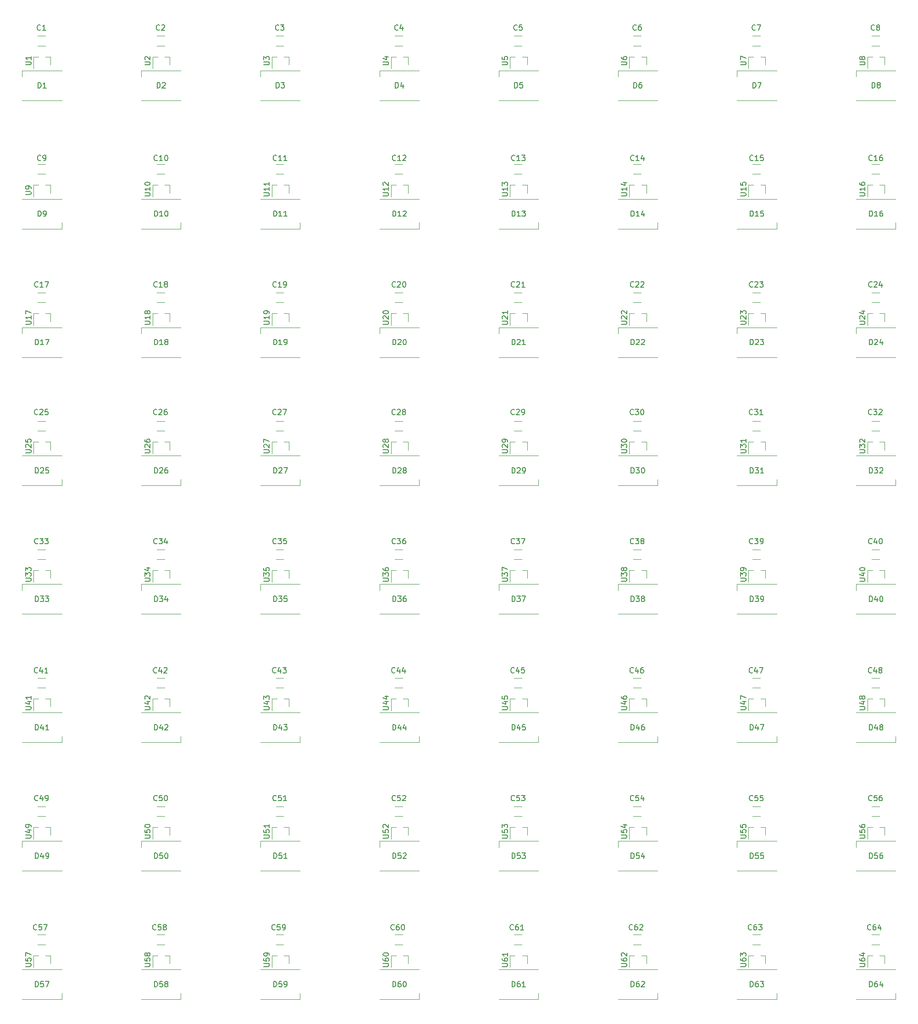
<source format=gbr>
%TF.GenerationSoftware,KiCad,Pcbnew,(6.0.7-1)-1*%
%TF.CreationDate,2022-12-02T15:51:38+01:00*%
%TF.ProjectId,8x8,3878382e-6b69-4636-9164-5f7063625858,rev?*%
%TF.SameCoordinates,Original*%
%TF.FileFunction,Legend,Top*%
%TF.FilePolarity,Positive*%
%FSLAX46Y46*%
G04 Gerber Fmt 4.6, Leading zero omitted, Abs format (unit mm)*
G04 Created by KiCad (PCBNEW (6.0.7-1)-1) date 2022-12-02 15:51:38*
%MOMM*%
%LPD*%
G01*
G04 APERTURE LIST*
%ADD10C,0.150000*%
%ADD11C,0.120000*%
G04 APERTURE END LIST*
D10*
%TO.C,D1*%
X27238105Y-46348781D02*
X27238105Y-45348781D01*
X27476201Y-45348781D01*
X27619058Y-45396401D01*
X27714296Y-45491639D01*
X27761915Y-45586877D01*
X27809534Y-45777353D01*
X27809534Y-45920210D01*
X27761915Y-46110686D01*
X27714296Y-46205924D01*
X27619058Y-46301162D01*
X27476201Y-46348781D01*
X27238105Y-46348781D01*
X28761915Y-46348781D02*
X28190486Y-46348781D01*
X28476201Y-46348781D02*
X28476201Y-45348781D01*
X28380962Y-45491639D01*
X28285724Y-45586877D01*
X28190486Y-45634496D01*
%TO.C,D2*%
X49238105Y-46348781D02*
X49238105Y-45348781D01*
X49476201Y-45348781D01*
X49619058Y-45396401D01*
X49714296Y-45491639D01*
X49761915Y-45586877D01*
X49809534Y-45777353D01*
X49809534Y-45920210D01*
X49761915Y-46110686D01*
X49714296Y-46205924D01*
X49619058Y-46301162D01*
X49476201Y-46348781D01*
X49238105Y-46348781D01*
X50190486Y-45444020D02*
X50238105Y-45396401D01*
X50333343Y-45348781D01*
X50571439Y-45348781D01*
X50666677Y-45396401D01*
X50714296Y-45444020D01*
X50761915Y-45539258D01*
X50761915Y-45634496D01*
X50714296Y-45777353D01*
X50142867Y-46348781D01*
X50761915Y-46348781D01*
%TO.C,D3*%
X71238105Y-46348781D02*
X71238105Y-45348781D01*
X71476201Y-45348781D01*
X71619058Y-45396401D01*
X71714296Y-45491639D01*
X71761915Y-45586877D01*
X71809534Y-45777353D01*
X71809534Y-45920210D01*
X71761915Y-46110686D01*
X71714296Y-46205924D01*
X71619058Y-46301162D01*
X71476201Y-46348781D01*
X71238105Y-46348781D01*
X72142867Y-45348781D02*
X72761915Y-45348781D01*
X72428581Y-45729734D01*
X72571439Y-45729734D01*
X72666677Y-45777353D01*
X72714296Y-45824972D01*
X72761915Y-45920210D01*
X72761915Y-46158305D01*
X72714296Y-46253543D01*
X72666677Y-46301162D01*
X72571439Y-46348781D01*
X72285724Y-46348781D01*
X72190486Y-46301162D01*
X72142867Y-46253543D01*
%TO.C,D4*%
X93238105Y-46348781D02*
X93238105Y-45348781D01*
X93476201Y-45348781D01*
X93619058Y-45396401D01*
X93714296Y-45491639D01*
X93761915Y-45586877D01*
X93809534Y-45777353D01*
X93809534Y-45920210D01*
X93761915Y-46110686D01*
X93714296Y-46205924D01*
X93619058Y-46301162D01*
X93476201Y-46348781D01*
X93238105Y-46348781D01*
X94666677Y-45682115D02*
X94666677Y-46348781D01*
X94428581Y-45301162D02*
X94190486Y-46015448D01*
X94809534Y-46015448D01*
%TO.C,D5*%
X115238105Y-46348781D02*
X115238105Y-45348781D01*
X115476201Y-45348781D01*
X115619058Y-45396401D01*
X115714296Y-45491639D01*
X115761915Y-45586877D01*
X115809534Y-45777353D01*
X115809534Y-45920210D01*
X115761915Y-46110686D01*
X115714296Y-46205924D01*
X115619058Y-46301162D01*
X115476201Y-46348781D01*
X115238105Y-46348781D01*
X116714296Y-45348781D02*
X116238105Y-45348781D01*
X116190486Y-45824972D01*
X116238105Y-45777353D01*
X116333343Y-45729734D01*
X116571439Y-45729734D01*
X116666677Y-45777353D01*
X116714296Y-45824972D01*
X116761915Y-45920210D01*
X116761915Y-46158305D01*
X116714296Y-46253543D01*
X116666677Y-46301162D01*
X116571439Y-46348781D01*
X116333343Y-46348781D01*
X116238105Y-46301162D01*
X116190486Y-46253543D01*
%TO.C,D6*%
X137238105Y-46348781D02*
X137238105Y-45348781D01*
X137476201Y-45348781D01*
X137619058Y-45396401D01*
X137714296Y-45491639D01*
X137761915Y-45586877D01*
X137809534Y-45777353D01*
X137809534Y-45920210D01*
X137761915Y-46110686D01*
X137714296Y-46205924D01*
X137619058Y-46301162D01*
X137476201Y-46348781D01*
X137238105Y-46348781D01*
X138666677Y-45348781D02*
X138476201Y-45348781D01*
X138380962Y-45396401D01*
X138333343Y-45444020D01*
X138238105Y-45586877D01*
X138190486Y-45777353D01*
X138190486Y-46158305D01*
X138238105Y-46253543D01*
X138285724Y-46301162D01*
X138380962Y-46348781D01*
X138571439Y-46348781D01*
X138666677Y-46301162D01*
X138714296Y-46253543D01*
X138761915Y-46158305D01*
X138761915Y-45920210D01*
X138714296Y-45824972D01*
X138666677Y-45777353D01*
X138571439Y-45729734D01*
X138380962Y-45729734D01*
X138285724Y-45777353D01*
X138238105Y-45824972D01*
X138190486Y-45920210D01*
%TO.C,D7*%
X159238105Y-46348781D02*
X159238105Y-45348781D01*
X159476201Y-45348781D01*
X159619058Y-45396401D01*
X159714296Y-45491639D01*
X159761915Y-45586877D01*
X159809534Y-45777353D01*
X159809534Y-45920210D01*
X159761915Y-46110686D01*
X159714296Y-46205924D01*
X159619058Y-46301162D01*
X159476201Y-46348781D01*
X159238105Y-46348781D01*
X160142867Y-45348781D02*
X160809534Y-45348781D01*
X160380962Y-46348781D01*
%TO.C,D8*%
X181238105Y-46348781D02*
X181238105Y-45348781D01*
X181476201Y-45348781D01*
X181619058Y-45396401D01*
X181714296Y-45491639D01*
X181761915Y-45586877D01*
X181809534Y-45777353D01*
X181809534Y-45920210D01*
X181761915Y-46110686D01*
X181714296Y-46205924D01*
X181619058Y-46301162D01*
X181476201Y-46348781D01*
X181238105Y-46348781D01*
X182380962Y-45777353D02*
X182285724Y-45729734D01*
X182238105Y-45682115D01*
X182190486Y-45586877D01*
X182190486Y-45539258D01*
X182238105Y-45444020D01*
X182285724Y-45396401D01*
X182380962Y-45348781D01*
X182571439Y-45348781D01*
X182666677Y-45396401D01*
X182714296Y-45444020D01*
X182761915Y-45539258D01*
X182761915Y-45586877D01*
X182714296Y-45682115D01*
X182666677Y-45729734D01*
X182571439Y-45777353D01*
X182380962Y-45777353D01*
X182285724Y-45824972D01*
X182238105Y-45872591D01*
X182190486Y-45967829D01*
X182190486Y-46158305D01*
X182238105Y-46253543D01*
X182285724Y-46301162D01*
X182380962Y-46348781D01*
X182571439Y-46348781D01*
X182666677Y-46301162D01*
X182714296Y-46253543D01*
X182761915Y-46158305D01*
X182761915Y-45967829D01*
X182714296Y-45872591D01*
X182666677Y-45824972D01*
X182571439Y-45777353D01*
%TO.C,D9*%
X27238105Y-70048781D02*
X27238105Y-69048781D01*
X27476201Y-69048781D01*
X27619058Y-69096401D01*
X27714296Y-69191639D01*
X27761915Y-69286877D01*
X27809534Y-69477353D01*
X27809534Y-69620210D01*
X27761915Y-69810686D01*
X27714296Y-69905924D01*
X27619058Y-70001162D01*
X27476201Y-70048781D01*
X27238105Y-70048781D01*
X28285724Y-70048781D02*
X28476201Y-70048781D01*
X28571439Y-70001162D01*
X28619058Y-69953543D01*
X28714296Y-69810686D01*
X28761915Y-69620210D01*
X28761915Y-69239258D01*
X28714296Y-69144020D01*
X28666677Y-69096401D01*
X28571439Y-69048781D01*
X28380962Y-69048781D01*
X28285724Y-69096401D01*
X28238105Y-69144020D01*
X28190486Y-69239258D01*
X28190486Y-69477353D01*
X28238105Y-69572591D01*
X28285724Y-69620210D01*
X28380962Y-69667829D01*
X28571439Y-69667829D01*
X28666677Y-69620210D01*
X28714296Y-69572591D01*
X28761915Y-69477353D01*
%TO.C,D10*%
X48761915Y-70048781D02*
X48761915Y-69048781D01*
X49000010Y-69048781D01*
X49142867Y-69096401D01*
X49238105Y-69191639D01*
X49285724Y-69286877D01*
X49333343Y-69477353D01*
X49333343Y-69620210D01*
X49285724Y-69810686D01*
X49238105Y-69905924D01*
X49142867Y-70001162D01*
X49000010Y-70048781D01*
X48761915Y-70048781D01*
X50285724Y-70048781D02*
X49714296Y-70048781D01*
X50000010Y-70048781D02*
X50000010Y-69048781D01*
X49904772Y-69191639D01*
X49809534Y-69286877D01*
X49714296Y-69334496D01*
X50904772Y-69048781D02*
X51000010Y-69048781D01*
X51095248Y-69096401D01*
X51142867Y-69144020D01*
X51190486Y-69239258D01*
X51238105Y-69429734D01*
X51238105Y-69667829D01*
X51190486Y-69858305D01*
X51142867Y-69953543D01*
X51095248Y-70001162D01*
X51000010Y-70048781D01*
X50904772Y-70048781D01*
X50809534Y-70001162D01*
X50761915Y-69953543D01*
X50714296Y-69858305D01*
X50666677Y-69667829D01*
X50666677Y-69429734D01*
X50714296Y-69239258D01*
X50761915Y-69144020D01*
X50809534Y-69096401D01*
X50904772Y-69048781D01*
%TO.C,D11*%
X70761915Y-70048781D02*
X70761915Y-69048781D01*
X71000010Y-69048781D01*
X71142867Y-69096401D01*
X71238105Y-69191639D01*
X71285724Y-69286877D01*
X71333343Y-69477353D01*
X71333343Y-69620210D01*
X71285724Y-69810686D01*
X71238105Y-69905924D01*
X71142867Y-70001162D01*
X71000010Y-70048781D01*
X70761915Y-70048781D01*
X72285724Y-70048781D02*
X71714296Y-70048781D01*
X72000010Y-70048781D02*
X72000010Y-69048781D01*
X71904772Y-69191639D01*
X71809534Y-69286877D01*
X71714296Y-69334496D01*
X73238105Y-70048781D02*
X72666677Y-70048781D01*
X72952391Y-70048781D02*
X72952391Y-69048781D01*
X72857153Y-69191639D01*
X72761915Y-69286877D01*
X72666677Y-69334496D01*
%TO.C,D12*%
X92761915Y-70048781D02*
X92761915Y-69048781D01*
X93000010Y-69048781D01*
X93142867Y-69096401D01*
X93238105Y-69191639D01*
X93285724Y-69286877D01*
X93333343Y-69477353D01*
X93333343Y-69620210D01*
X93285724Y-69810686D01*
X93238105Y-69905924D01*
X93142867Y-70001162D01*
X93000010Y-70048781D01*
X92761915Y-70048781D01*
X94285724Y-70048781D02*
X93714296Y-70048781D01*
X94000010Y-70048781D02*
X94000010Y-69048781D01*
X93904772Y-69191639D01*
X93809534Y-69286877D01*
X93714296Y-69334496D01*
X94666677Y-69144020D02*
X94714296Y-69096401D01*
X94809534Y-69048781D01*
X95047629Y-69048781D01*
X95142867Y-69096401D01*
X95190486Y-69144020D01*
X95238105Y-69239258D01*
X95238105Y-69334496D01*
X95190486Y-69477353D01*
X94619058Y-70048781D01*
X95238105Y-70048781D01*
%TO.C,D13*%
X114761915Y-70048781D02*
X114761915Y-69048781D01*
X115000010Y-69048781D01*
X115142867Y-69096401D01*
X115238105Y-69191639D01*
X115285724Y-69286877D01*
X115333343Y-69477353D01*
X115333343Y-69620210D01*
X115285724Y-69810686D01*
X115238105Y-69905924D01*
X115142867Y-70001162D01*
X115000010Y-70048781D01*
X114761915Y-70048781D01*
X116285724Y-70048781D02*
X115714296Y-70048781D01*
X116000010Y-70048781D02*
X116000010Y-69048781D01*
X115904772Y-69191639D01*
X115809534Y-69286877D01*
X115714296Y-69334496D01*
X116619058Y-69048781D02*
X117238105Y-69048781D01*
X116904772Y-69429734D01*
X117047629Y-69429734D01*
X117142867Y-69477353D01*
X117190486Y-69524972D01*
X117238105Y-69620210D01*
X117238105Y-69858305D01*
X117190486Y-69953543D01*
X117142867Y-70001162D01*
X117047629Y-70048781D01*
X116761915Y-70048781D01*
X116666677Y-70001162D01*
X116619058Y-69953543D01*
%TO.C,D14*%
X136761915Y-70048781D02*
X136761915Y-69048781D01*
X137000010Y-69048781D01*
X137142867Y-69096401D01*
X137238105Y-69191639D01*
X137285724Y-69286877D01*
X137333343Y-69477353D01*
X137333343Y-69620210D01*
X137285724Y-69810686D01*
X137238105Y-69905924D01*
X137142867Y-70001162D01*
X137000010Y-70048781D01*
X136761915Y-70048781D01*
X138285724Y-70048781D02*
X137714296Y-70048781D01*
X138000010Y-70048781D02*
X138000010Y-69048781D01*
X137904772Y-69191639D01*
X137809534Y-69286877D01*
X137714296Y-69334496D01*
X139142867Y-69382115D02*
X139142867Y-70048781D01*
X138904772Y-69001162D02*
X138666677Y-69715448D01*
X139285724Y-69715448D01*
%TO.C,D15*%
X158761915Y-70048781D02*
X158761915Y-69048781D01*
X159000010Y-69048781D01*
X159142867Y-69096401D01*
X159238105Y-69191639D01*
X159285724Y-69286877D01*
X159333343Y-69477353D01*
X159333343Y-69620210D01*
X159285724Y-69810686D01*
X159238105Y-69905924D01*
X159142867Y-70001162D01*
X159000010Y-70048781D01*
X158761915Y-70048781D01*
X160285724Y-70048781D02*
X159714296Y-70048781D01*
X160000010Y-70048781D02*
X160000010Y-69048781D01*
X159904772Y-69191639D01*
X159809534Y-69286877D01*
X159714296Y-69334496D01*
X161190486Y-69048781D02*
X160714296Y-69048781D01*
X160666677Y-69524972D01*
X160714296Y-69477353D01*
X160809534Y-69429734D01*
X161047629Y-69429734D01*
X161142867Y-69477353D01*
X161190486Y-69524972D01*
X161238105Y-69620210D01*
X161238105Y-69858305D01*
X161190486Y-69953543D01*
X161142867Y-70001162D01*
X161047629Y-70048781D01*
X160809534Y-70048781D01*
X160714296Y-70001162D01*
X160666677Y-69953543D01*
%TO.C,D16*%
X180761915Y-70048781D02*
X180761915Y-69048781D01*
X181000010Y-69048781D01*
X181142867Y-69096401D01*
X181238105Y-69191639D01*
X181285724Y-69286877D01*
X181333343Y-69477353D01*
X181333343Y-69620210D01*
X181285724Y-69810686D01*
X181238105Y-69905924D01*
X181142867Y-70001162D01*
X181000010Y-70048781D01*
X180761915Y-70048781D01*
X182285724Y-70048781D02*
X181714296Y-70048781D01*
X182000010Y-70048781D02*
X182000010Y-69048781D01*
X181904772Y-69191639D01*
X181809534Y-69286877D01*
X181714296Y-69334496D01*
X183142867Y-69048781D02*
X182952391Y-69048781D01*
X182857153Y-69096401D01*
X182809534Y-69144020D01*
X182714296Y-69286877D01*
X182666677Y-69477353D01*
X182666677Y-69858305D01*
X182714296Y-69953543D01*
X182761915Y-70001162D01*
X182857153Y-70048781D01*
X183047629Y-70048781D01*
X183142867Y-70001162D01*
X183190486Y-69953543D01*
X183238105Y-69858305D01*
X183238105Y-69620210D01*
X183190486Y-69524972D01*
X183142867Y-69477353D01*
X183047629Y-69429734D01*
X182857153Y-69429734D01*
X182761915Y-69477353D01*
X182714296Y-69524972D01*
X182666677Y-69620210D01*
%TO.C,D17*%
X26761915Y-93748781D02*
X26761915Y-92748781D01*
X27000010Y-92748781D01*
X27142867Y-92796401D01*
X27238105Y-92891639D01*
X27285724Y-92986877D01*
X27333343Y-93177353D01*
X27333343Y-93320210D01*
X27285724Y-93510686D01*
X27238105Y-93605924D01*
X27142867Y-93701162D01*
X27000010Y-93748781D01*
X26761915Y-93748781D01*
X28285724Y-93748781D02*
X27714296Y-93748781D01*
X28000010Y-93748781D02*
X28000010Y-92748781D01*
X27904772Y-92891639D01*
X27809534Y-92986877D01*
X27714296Y-93034496D01*
X28619058Y-92748781D02*
X29285724Y-92748781D01*
X28857153Y-93748781D01*
%TO.C,D18*%
X48761915Y-93748781D02*
X48761915Y-92748781D01*
X49000010Y-92748781D01*
X49142867Y-92796401D01*
X49238105Y-92891639D01*
X49285724Y-92986877D01*
X49333343Y-93177353D01*
X49333343Y-93320210D01*
X49285724Y-93510686D01*
X49238105Y-93605924D01*
X49142867Y-93701162D01*
X49000010Y-93748781D01*
X48761915Y-93748781D01*
X50285724Y-93748781D02*
X49714296Y-93748781D01*
X50000010Y-93748781D02*
X50000010Y-92748781D01*
X49904772Y-92891639D01*
X49809534Y-92986877D01*
X49714296Y-93034496D01*
X50857153Y-93177353D02*
X50761915Y-93129734D01*
X50714296Y-93082115D01*
X50666677Y-92986877D01*
X50666677Y-92939258D01*
X50714296Y-92844020D01*
X50761915Y-92796401D01*
X50857153Y-92748781D01*
X51047629Y-92748781D01*
X51142867Y-92796401D01*
X51190486Y-92844020D01*
X51238105Y-92939258D01*
X51238105Y-92986877D01*
X51190486Y-93082115D01*
X51142867Y-93129734D01*
X51047629Y-93177353D01*
X50857153Y-93177353D01*
X50761915Y-93224972D01*
X50714296Y-93272591D01*
X50666677Y-93367829D01*
X50666677Y-93558305D01*
X50714296Y-93653543D01*
X50761915Y-93701162D01*
X50857153Y-93748781D01*
X51047629Y-93748781D01*
X51142867Y-93701162D01*
X51190486Y-93653543D01*
X51238105Y-93558305D01*
X51238105Y-93367829D01*
X51190486Y-93272591D01*
X51142867Y-93224972D01*
X51047629Y-93177353D01*
%TO.C,D19*%
X70761915Y-93748781D02*
X70761915Y-92748781D01*
X71000010Y-92748781D01*
X71142867Y-92796401D01*
X71238105Y-92891639D01*
X71285724Y-92986877D01*
X71333343Y-93177353D01*
X71333343Y-93320210D01*
X71285724Y-93510686D01*
X71238105Y-93605924D01*
X71142867Y-93701162D01*
X71000010Y-93748781D01*
X70761915Y-93748781D01*
X72285724Y-93748781D02*
X71714296Y-93748781D01*
X72000010Y-93748781D02*
X72000010Y-92748781D01*
X71904772Y-92891639D01*
X71809534Y-92986877D01*
X71714296Y-93034496D01*
X72761915Y-93748781D02*
X72952391Y-93748781D01*
X73047629Y-93701162D01*
X73095248Y-93653543D01*
X73190486Y-93510686D01*
X73238105Y-93320210D01*
X73238105Y-92939258D01*
X73190486Y-92844020D01*
X73142867Y-92796401D01*
X73047629Y-92748781D01*
X72857153Y-92748781D01*
X72761915Y-92796401D01*
X72714296Y-92844020D01*
X72666677Y-92939258D01*
X72666677Y-93177353D01*
X72714296Y-93272591D01*
X72761915Y-93320210D01*
X72857153Y-93367829D01*
X73047629Y-93367829D01*
X73142867Y-93320210D01*
X73190486Y-93272591D01*
X73238105Y-93177353D01*
%TO.C,D20*%
X92761915Y-93748781D02*
X92761915Y-92748781D01*
X93000010Y-92748781D01*
X93142867Y-92796401D01*
X93238105Y-92891639D01*
X93285724Y-92986877D01*
X93333343Y-93177353D01*
X93333343Y-93320210D01*
X93285724Y-93510686D01*
X93238105Y-93605924D01*
X93142867Y-93701162D01*
X93000010Y-93748781D01*
X92761915Y-93748781D01*
X93714296Y-92844020D02*
X93761915Y-92796401D01*
X93857153Y-92748781D01*
X94095248Y-92748781D01*
X94190486Y-92796401D01*
X94238105Y-92844020D01*
X94285724Y-92939258D01*
X94285724Y-93034496D01*
X94238105Y-93177353D01*
X93666677Y-93748781D01*
X94285724Y-93748781D01*
X94904772Y-92748781D02*
X95000010Y-92748781D01*
X95095248Y-92796401D01*
X95142867Y-92844020D01*
X95190486Y-92939258D01*
X95238105Y-93129734D01*
X95238105Y-93367829D01*
X95190486Y-93558305D01*
X95142867Y-93653543D01*
X95095248Y-93701162D01*
X95000010Y-93748781D01*
X94904772Y-93748781D01*
X94809534Y-93701162D01*
X94761915Y-93653543D01*
X94714296Y-93558305D01*
X94666677Y-93367829D01*
X94666677Y-93129734D01*
X94714296Y-92939258D01*
X94761915Y-92844020D01*
X94809534Y-92796401D01*
X94904772Y-92748781D01*
%TO.C,D21*%
X114761915Y-93748781D02*
X114761915Y-92748781D01*
X115000010Y-92748781D01*
X115142867Y-92796401D01*
X115238105Y-92891639D01*
X115285724Y-92986877D01*
X115333343Y-93177353D01*
X115333343Y-93320210D01*
X115285724Y-93510686D01*
X115238105Y-93605924D01*
X115142867Y-93701162D01*
X115000010Y-93748781D01*
X114761915Y-93748781D01*
X115714296Y-92844020D02*
X115761915Y-92796401D01*
X115857153Y-92748781D01*
X116095248Y-92748781D01*
X116190486Y-92796401D01*
X116238105Y-92844020D01*
X116285724Y-92939258D01*
X116285724Y-93034496D01*
X116238105Y-93177353D01*
X115666677Y-93748781D01*
X116285724Y-93748781D01*
X117238105Y-93748781D02*
X116666677Y-93748781D01*
X116952391Y-93748781D02*
X116952391Y-92748781D01*
X116857153Y-92891639D01*
X116761915Y-92986877D01*
X116666677Y-93034496D01*
%TO.C,D22*%
X136761915Y-93748781D02*
X136761915Y-92748781D01*
X137000010Y-92748781D01*
X137142867Y-92796401D01*
X137238105Y-92891639D01*
X137285724Y-92986877D01*
X137333343Y-93177353D01*
X137333343Y-93320210D01*
X137285724Y-93510686D01*
X137238105Y-93605924D01*
X137142867Y-93701162D01*
X137000010Y-93748781D01*
X136761915Y-93748781D01*
X137714296Y-92844020D02*
X137761915Y-92796401D01*
X137857153Y-92748781D01*
X138095248Y-92748781D01*
X138190486Y-92796401D01*
X138238105Y-92844020D01*
X138285724Y-92939258D01*
X138285724Y-93034496D01*
X138238105Y-93177353D01*
X137666677Y-93748781D01*
X138285724Y-93748781D01*
X138666677Y-92844020D02*
X138714296Y-92796401D01*
X138809534Y-92748781D01*
X139047629Y-92748781D01*
X139142867Y-92796401D01*
X139190486Y-92844020D01*
X139238105Y-92939258D01*
X139238105Y-93034496D01*
X139190486Y-93177353D01*
X138619058Y-93748781D01*
X139238105Y-93748781D01*
%TO.C,D23*%
X158761915Y-93748781D02*
X158761915Y-92748781D01*
X159000010Y-92748781D01*
X159142867Y-92796401D01*
X159238105Y-92891639D01*
X159285724Y-92986877D01*
X159333343Y-93177353D01*
X159333343Y-93320210D01*
X159285724Y-93510686D01*
X159238105Y-93605924D01*
X159142867Y-93701162D01*
X159000010Y-93748781D01*
X158761915Y-93748781D01*
X159714296Y-92844020D02*
X159761915Y-92796401D01*
X159857153Y-92748781D01*
X160095248Y-92748781D01*
X160190486Y-92796401D01*
X160238105Y-92844020D01*
X160285724Y-92939258D01*
X160285724Y-93034496D01*
X160238105Y-93177353D01*
X159666677Y-93748781D01*
X160285724Y-93748781D01*
X160619058Y-92748781D02*
X161238105Y-92748781D01*
X160904772Y-93129734D01*
X161047629Y-93129734D01*
X161142867Y-93177353D01*
X161190486Y-93224972D01*
X161238105Y-93320210D01*
X161238105Y-93558305D01*
X161190486Y-93653543D01*
X161142867Y-93701162D01*
X161047629Y-93748781D01*
X160761915Y-93748781D01*
X160666677Y-93701162D01*
X160619058Y-93653543D01*
%TO.C,D24*%
X180761915Y-93748781D02*
X180761915Y-92748781D01*
X181000010Y-92748781D01*
X181142867Y-92796401D01*
X181238105Y-92891639D01*
X181285724Y-92986877D01*
X181333343Y-93177353D01*
X181333343Y-93320210D01*
X181285724Y-93510686D01*
X181238105Y-93605924D01*
X181142867Y-93701162D01*
X181000010Y-93748781D01*
X180761915Y-93748781D01*
X181714296Y-92844020D02*
X181761915Y-92796401D01*
X181857153Y-92748781D01*
X182095248Y-92748781D01*
X182190486Y-92796401D01*
X182238105Y-92844020D01*
X182285724Y-92939258D01*
X182285724Y-93034496D01*
X182238105Y-93177353D01*
X181666677Y-93748781D01*
X182285724Y-93748781D01*
X183142867Y-93082115D02*
X183142867Y-93748781D01*
X182904772Y-92701162D02*
X182666677Y-93415448D01*
X183285724Y-93415448D01*
%TO.C,D25*%
X26761915Y-117448781D02*
X26761915Y-116448781D01*
X27000010Y-116448781D01*
X27142867Y-116496401D01*
X27238105Y-116591639D01*
X27285724Y-116686877D01*
X27333343Y-116877353D01*
X27333343Y-117020210D01*
X27285724Y-117210686D01*
X27238105Y-117305924D01*
X27142867Y-117401162D01*
X27000010Y-117448781D01*
X26761915Y-117448781D01*
X27714296Y-116544020D02*
X27761915Y-116496401D01*
X27857153Y-116448781D01*
X28095248Y-116448781D01*
X28190486Y-116496401D01*
X28238105Y-116544020D01*
X28285724Y-116639258D01*
X28285724Y-116734496D01*
X28238105Y-116877353D01*
X27666677Y-117448781D01*
X28285724Y-117448781D01*
X29190486Y-116448781D02*
X28714296Y-116448781D01*
X28666677Y-116924972D01*
X28714296Y-116877353D01*
X28809534Y-116829734D01*
X29047629Y-116829734D01*
X29142867Y-116877353D01*
X29190486Y-116924972D01*
X29238105Y-117020210D01*
X29238105Y-117258305D01*
X29190486Y-117353543D01*
X29142867Y-117401162D01*
X29047629Y-117448781D01*
X28809534Y-117448781D01*
X28714296Y-117401162D01*
X28666677Y-117353543D01*
%TO.C,D26*%
X48761915Y-117448781D02*
X48761915Y-116448781D01*
X49000010Y-116448781D01*
X49142867Y-116496401D01*
X49238105Y-116591639D01*
X49285724Y-116686877D01*
X49333343Y-116877353D01*
X49333343Y-117020210D01*
X49285724Y-117210686D01*
X49238105Y-117305924D01*
X49142867Y-117401162D01*
X49000010Y-117448781D01*
X48761915Y-117448781D01*
X49714296Y-116544020D02*
X49761915Y-116496401D01*
X49857153Y-116448781D01*
X50095248Y-116448781D01*
X50190486Y-116496401D01*
X50238105Y-116544020D01*
X50285724Y-116639258D01*
X50285724Y-116734496D01*
X50238105Y-116877353D01*
X49666677Y-117448781D01*
X50285724Y-117448781D01*
X51142867Y-116448781D02*
X50952391Y-116448781D01*
X50857153Y-116496401D01*
X50809534Y-116544020D01*
X50714296Y-116686877D01*
X50666677Y-116877353D01*
X50666677Y-117258305D01*
X50714296Y-117353543D01*
X50761915Y-117401162D01*
X50857153Y-117448781D01*
X51047629Y-117448781D01*
X51142867Y-117401162D01*
X51190486Y-117353543D01*
X51238105Y-117258305D01*
X51238105Y-117020210D01*
X51190486Y-116924972D01*
X51142867Y-116877353D01*
X51047629Y-116829734D01*
X50857153Y-116829734D01*
X50761915Y-116877353D01*
X50714296Y-116924972D01*
X50666677Y-117020210D01*
%TO.C,D27*%
X70761915Y-117448781D02*
X70761915Y-116448781D01*
X71000010Y-116448781D01*
X71142867Y-116496401D01*
X71238105Y-116591639D01*
X71285724Y-116686877D01*
X71333343Y-116877353D01*
X71333343Y-117020210D01*
X71285724Y-117210686D01*
X71238105Y-117305924D01*
X71142867Y-117401162D01*
X71000010Y-117448781D01*
X70761915Y-117448781D01*
X71714296Y-116544020D02*
X71761915Y-116496401D01*
X71857153Y-116448781D01*
X72095248Y-116448781D01*
X72190486Y-116496401D01*
X72238105Y-116544020D01*
X72285724Y-116639258D01*
X72285724Y-116734496D01*
X72238105Y-116877353D01*
X71666677Y-117448781D01*
X72285724Y-117448781D01*
X72619058Y-116448781D02*
X73285724Y-116448781D01*
X72857153Y-117448781D01*
%TO.C,D28*%
X92761915Y-117448781D02*
X92761915Y-116448781D01*
X93000010Y-116448781D01*
X93142867Y-116496401D01*
X93238105Y-116591639D01*
X93285724Y-116686877D01*
X93333343Y-116877353D01*
X93333343Y-117020210D01*
X93285724Y-117210686D01*
X93238105Y-117305924D01*
X93142867Y-117401162D01*
X93000010Y-117448781D01*
X92761915Y-117448781D01*
X93714296Y-116544020D02*
X93761915Y-116496401D01*
X93857153Y-116448781D01*
X94095248Y-116448781D01*
X94190486Y-116496401D01*
X94238105Y-116544020D01*
X94285724Y-116639258D01*
X94285724Y-116734496D01*
X94238105Y-116877353D01*
X93666677Y-117448781D01*
X94285724Y-117448781D01*
X94857153Y-116877353D02*
X94761915Y-116829734D01*
X94714296Y-116782115D01*
X94666677Y-116686877D01*
X94666677Y-116639258D01*
X94714296Y-116544020D01*
X94761915Y-116496401D01*
X94857153Y-116448781D01*
X95047629Y-116448781D01*
X95142867Y-116496401D01*
X95190486Y-116544020D01*
X95238105Y-116639258D01*
X95238105Y-116686877D01*
X95190486Y-116782115D01*
X95142867Y-116829734D01*
X95047629Y-116877353D01*
X94857153Y-116877353D01*
X94761915Y-116924972D01*
X94714296Y-116972591D01*
X94666677Y-117067829D01*
X94666677Y-117258305D01*
X94714296Y-117353543D01*
X94761915Y-117401162D01*
X94857153Y-117448781D01*
X95047629Y-117448781D01*
X95142867Y-117401162D01*
X95190486Y-117353543D01*
X95238105Y-117258305D01*
X95238105Y-117067829D01*
X95190486Y-116972591D01*
X95142867Y-116924972D01*
X95047629Y-116877353D01*
%TO.C,D29*%
X114761915Y-117448781D02*
X114761915Y-116448781D01*
X115000010Y-116448781D01*
X115142867Y-116496401D01*
X115238105Y-116591639D01*
X115285724Y-116686877D01*
X115333343Y-116877353D01*
X115333343Y-117020210D01*
X115285724Y-117210686D01*
X115238105Y-117305924D01*
X115142867Y-117401162D01*
X115000010Y-117448781D01*
X114761915Y-117448781D01*
X115714296Y-116544020D02*
X115761915Y-116496401D01*
X115857153Y-116448781D01*
X116095248Y-116448781D01*
X116190486Y-116496401D01*
X116238105Y-116544020D01*
X116285724Y-116639258D01*
X116285724Y-116734496D01*
X116238105Y-116877353D01*
X115666677Y-117448781D01*
X116285724Y-117448781D01*
X116761915Y-117448781D02*
X116952391Y-117448781D01*
X117047629Y-117401162D01*
X117095248Y-117353543D01*
X117190486Y-117210686D01*
X117238105Y-117020210D01*
X117238105Y-116639258D01*
X117190486Y-116544020D01*
X117142867Y-116496401D01*
X117047629Y-116448781D01*
X116857153Y-116448781D01*
X116761915Y-116496401D01*
X116714296Y-116544020D01*
X116666677Y-116639258D01*
X116666677Y-116877353D01*
X116714296Y-116972591D01*
X116761915Y-117020210D01*
X116857153Y-117067829D01*
X117047629Y-117067829D01*
X117142867Y-117020210D01*
X117190486Y-116972591D01*
X117238105Y-116877353D01*
%TO.C,D30*%
X136761915Y-117448781D02*
X136761915Y-116448781D01*
X137000010Y-116448781D01*
X137142867Y-116496401D01*
X137238105Y-116591639D01*
X137285724Y-116686877D01*
X137333343Y-116877353D01*
X137333343Y-117020210D01*
X137285724Y-117210686D01*
X137238105Y-117305924D01*
X137142867Y-117401162D01*
X137000010Y-117448781D01*
X136761915Y-117448781D01*
X137666677Y-116448781D02*
X138285724Y-116448781D01*
X137952391Y-116829734D01*
X138095248Y-116829734D01*
X138190486Y-116877353D01*
X138238105Y-116924972D01*
X138285724Y-117020210D01*
X138285724Y-117258305D01*
X138238105Y-117353543D01*
X138190486Y-117401162D01*
X138095248Y-117448781D01*
X137809534Y-117448781D01*
X137714296Y-117401162D01*
X137666677Y-117353543D01*
X138904772Y-116448781D02*
X139000010Y-116448781D01*
X139095248Y-116496401D01*
X139142867Y-116544020D01*
X139190486Y-116639258D01*
X139238105Y-116829734D01*
X139238105Y-117067829D01*
X139190486Y-117258305D01*
X139142867Y-117353543D01*
X139095248Y-117401162D01*
X139000010Y-117448781D01*
X138904772Y-117448781D01*
X138809534Y-117401162D01*
X138761915Y-117353543D01*
X138714296Y-117258305D01*
X138666677Y-117067829D01*
X138666677Y-116829734D01*
X138714296Y-116639258D01*
X138761915Y-116544020D01*
X138809534Y-116496401D01*
X138904772Y-116448781D01*
%TO.C,D31*%
X158761915Y-117448781D02*
X158761915Y-116448781D01*
X159000010Y-116448781D01*
X159142867Y-116496401D01*
X159238105Y-116591639D01*
X159285724Y-116686877D01*
X159333343Y-116877353D01*
X159333343Y-117020210D01*
X159285724Y-117210686D01*
X159238105Y-117305924D01*
X159142867Y-117401162D01*
X159000010Y-117448781D01*
X158761915Y-117448781D01*
X159666677Y-116448781D02*
X160285724Y-116448781D01*
X159952391Y-116829734D01*
X160095248Y-116829734D01*
X160190486Y-116877353D01*
X160238105Y-116924972D01*
X160285724Y-117020210D01*
X160285724Y-117258305D01*
X160238105Y-117353543D01*
X160190486Y-117401162D01*
X160095248Y-117448781D01*
X159809534Y-117448781D01*
X159714296Y-117401162D01*
X159666677Y-117353543D01*
X161238105Y-117448781D02*
X160666677Y-117448781D01*
X160952391Y-117448781D02*
X160952391Y-116448781D01*
X160857153Y-116591639D01*
X160761915Y-116686877D01*
X160666677Y-116734496D01*
%TO.C,D32*%
X180761915Y-117448781D02*
X180761915Y-116448781D01*
X181000010Y-116448781D01*
X181142867Y-116496401D01*
X181238105Y-116591639D01*
X181285724Y-116686877D01*
X181333343Y-116877353D01*
X181333343Y-117020210D01*
X181285724Y-117210686D01*
X181238105Y-117305924D01*
X181142867Y-117401162D01*
X181000010Y-117448781D01*
X180761915Y-117448781D01*
X181666677Y-116448781D02*
X182285724Y-116448781D01*
X181952391Y-116829734D01*
X182095248Y-116829734D01*
X182190486Y-116877353D01*
X182238105Y-116924972D01*
X182285724Y-117020210D01*
X182285724Y-117258305D01*
X182238105Y-117353543D01*
X182190486Y-117401162D01*
X182095248Y-117448781D01*
X181809534Y-117448781D01*
X181714296Y-117401162D01*
X181666677Y-117353543D01*
X182666677Y-116544020D02*
X182714296Y-116496401D01*
X182809534Y-116448781D01*
X183047629Y-116448781D01*
X183142867Y-116496401D01*
X183190486Y-116544020D01*
X183238105Y-116639258D01*
X183238105Y-116734496D01*
X183190486Y-116877353D01*
X182619058Y-117448781D01*
X183238105Y-117448781D01*
%TO.C,D33*%
X26761915Y-141148781D02*
X26761915Y-140148781D01*
X27000010Y-140148781D01*
X27142867Y-140196401D01*
X27238105Y-140291639D01*
X27285724Y-140386877D01*
X27333343Y-140577353D01*
X27333343Y-140720210D01*
X27285724Y-140910686D01*
X27238105Y-141005924D01*
X27142867Y-141101162D01*
X27000010Y-141148781D01*
X26761915Y-141148781D01*
X27666677Y-140148781D02*
X28285724Y-140148781D01*
X27952391Y-140529734D01*
X28095248Y-140529734D01*
X28190486Y-140577353D01*
X28238105Y-140624972D01*
X28285724Y-140720210D01*
X28285724Y-140958305D01*
X28238105Y-141053543D01*
X28190486Y-141101162D01*
X28095248Y-141148781D01*
X27809534Y-141148781D01*
X27714296Y-141101162D01*
X27666677Y-141053543D01*
X28619058Y-140148781D02*
X29238105Y-140148781D01*
X28904772Y-140529734D01*
X29047629Y-140529734D01*
X29142867Y-140577353D01*
X29190486Y-140624972D01*
X29238105Y-140720210D01*
X29238105Y-140958305D01*
X29190486Y-141053543D01*
X29142867Y-141101162D01*
X29047629Y-141148781D01*
X28761915Y-141148781D01*
X28666677Y-141101162D01*
X28619058Y-141053543D01*
%TO.C,D34*%
X48761915Y-141148781D02*
X48761915Y-140148781D01*
X49000010Y-140148781D01*
X49142867Y-140196401D01*
X49238105Y-140291639D01*
X49285724Y-140386877D01*
X49333343Y-140577353D01*
X49333343Y-140720210D01*
X49285724Y-140910686D01*
X49238105Y-141005924D01*
X49142867Y-141101162D01*
X49000010Y-141148781D01*
X48761915Y-141148781D01*
X49666677Y-140148781D02*
X50285724Y-140148781D01*
X49952391Y-140529734D01*
X50095248Y-140529734D01*
X50190486Y-140577353D01*
X50238105Y-140624972D01*
X50285724Y-140720210D01*
X50285724Y-140958305D01*
X50238105Y-141053543D01*
X50190486Y-141101162D01*
X50095248Y-141148781D01*
X49809534Y-141148781D01*
X49714296Y-141101162D01*
X49666677Y-141053543D01*
X51142867Y-140482115D02*
X51142867Y-141148781D01*
X50904772Y-140101162D02*
X50666677Y-140815448D01*
X51285724Y-140815448D01*
%TO.C,D35*%
X70761915Y-141148781D02*
X70761915Y-140148781D01*
X71000010Y-140148781D01*
X71142867Y-140196401D01*
X71238105Y-140291639D01*
X71285724Y-140386877D01*
X71333343Y-140577353D01*
X71333343Y-140720210D01*
X71285724Y-140910686D01*
X71238105Y-141005924D01*
X71142867Y-141101162D01*
X71000010Y-141148781D01*
X70761915Y-141148781D01*
X71666677Y-140148781D02*
X72285724Y-140148781D01*
X71952391Y-140529734D01*
X72095248Y-140529734D01*
X72190486Y-140577353D01*
X72238105Y-140624972D01*
X72285724Y-140720210D01*
X72285724Y-140958305D01*
X72238105Y-141053543D01*
X72190486Y-141101162D01*
X72095248Y-141148781D01*
X71809534Y-141148781D01*
X71714296Y-141101162D01*
X71666677Y-141053543D01*
X73190486Y-140148781D02*
X72714296Y-140148781D01*
X72666677Y-140624972D01*
X72714296Y-140577353D01*
X72809534Y-140529734D01*
X73047629Y-140529734D01*
X73142867Y-140577353D01*
X73190486Y-140624972D01*
X73238105Y-140720210D01*
X73238105Y-140958305D01*
X73190486Y-141053543D01*
X73142867Y-141101162D01*
X73047629Y-141148781D01*
X72809534Y-141148781D01*
X72714296Y-141101162D01*
X72666677Y-141053543D01*
%TO.C,D36*%
X92761915Y-141148781D02*
X92761915Y-140148781D01*
X93000010Y-140148781D01*
X93142867Y-140196401D01*
X93238105Y-140291639D01*
X93285724Y-140386877D01*
X93333343Y-140577353D01*
X93333343Y-140720210D01*
X93285724Y-140910686D01*
X93238105Y-141005924D01*
X93142867Y-141101162D01*
X93000010Y-141148781D01*
X92761915Y-141148781D01*
X93666677Y-140148781D02*
X94285724Y-140148781D01*
X93952391Y-140529734D01*
X94095248Y-140529734D01*
X94190486Y-140577353D01*
X94238105Y-140624972D01*
X94285724Y-140720210D01*
X94285724Y-140958305D01*
X94238105Y-141053543D01*
X94190486Y-141101162D01*
X94095248Y-141148781D01*
X93809534Y-141148781D01*
X93714296Y-141101162D01*
X93666677Y-141053543D01*
X95142867Y-140148781D02*
X94952391Y-140148781D01*
X94857153Y-140196401D01*
X94809534Y-140244020D01*
X94714296Y-140386877D01*
X94666677Y-140577353D01*
X94666677Y-140958305D01*
X94714296Y-141053543D01*
X94761915Y-141101162D01*
X94857153Y-141148781D01*
X95047629Y-141148781D01*
X95142867Y-141101162D01*
X95190486Y-141053543D01*
X95238105Y-140958305D01*
X95238105Y-140720210D01*
X95190486Y-140624972D01*
X95142867Y-140577353D01*
X95047629Y-140529734D01*
X94857153Y-140529734D01*
X94761915Y-140577353D01*
X94714296Y-140624972D01*
X94666677Y-140720210D01*
%TO.C,D37*%
X114761915Y-141148781D02*
X114761915Y-140148781D01*
X115000010Y-140148781D01*
X115142867Y-140196401D01*
X115238105Y-140291639D01*
X115285724Y-140386877D01*
X115333343Y-140577353D01*
X115333343Y-140720210D01*
X115285724Y-140910686D01*
X115238105Y-141005924D01*
X115142867Y-141101162D01*
X115000010Y-141148781D01*
X114761915Y-141148781D01*
X115666677Y-140148781D02*
X116285724Y-140148781D01*
X115952391Y-140529734D01*
X116095248Y-140529734D01*
X116190486Y-140577353D01*
X116238105Y-140624972D01*
X116285724Y-140720210D01*
X116285724Y-140958305D01*
X116238105Y-141053543D01*
X116190486Y-141101162D01*
X116095248Y-141148781D01*
X115809534Y-141148781D01*
X115714296Y-141101162D01*
X115666677Y-141053543D01*
X116619058Y-140148781D02*
X117285724Y-140148781D01*
X116857153Y-141148781D01*
%TO.C,D38*%
X136761915Y-141148781D02*
X136761915Y-140148781D01*
X137000010Y-140148781D01*
X137142867Y-140196401D01*
X137238105Y-140291639D01*
X137285724Y-140386877D01*
X137333343Y-140577353D01*
X137333343Y-140720210D01*
X137285724Y-140910686D01*
X137238105Y-141005924D01*
X137142867Y-141101162D01*
X137000010Y-141148781D01*
X136761915Y-141148781D01*
X137666677Y-140148781D02*
X138285724Y-140148781D01*
X137952391Y-140529734D01*
X138095248Y-140529734D01*
X138190486Y-140577353D01*
X138238105Y-140624972D01*
X138285724Y-140720210D01*
X138285724Y-140958305D01*
X138238105Y-141053543D01*
X138190486Y-141101162D01*
X138095248Y-141148781D01*
X137809534Y-141148781D01*
X137714296Y-141101162D01*
X137666677Y-141053543D01*
X138857153Y-140577353D02*
X138761915Y-140529734D01*
X138714296Y-140482115D01*
X138666677Y-140386877D01*
X138666677Y-140339258D01*
X138714296Y-140244020D01*
X138761915Y-140196401D01*
X138857153Y-140148781D01*
X139047629Y-140148781D01*
X139142867Y-140196401D01*
X139190486Y-140244020D01*
X139238105Y-140339258D01*
X139238105Y-140386877D01*
X139190486Y-140482115D01*
X139142867Y-140529734D01*
X139047629Y-140577353D01*
X138857153Y-140577353D01*
X138761915Y-140624972D01*
X138714296Y-140672591D01*
X138666677Y-140767829D01*
X138666677Y-140958305D01*
X138714296Y-141053543D01*
X138761915Y-141101162D01*
X138857153Y-141148781D01*
X139047629Y-141148781D01*
X139142867Y-141101162D01*
X139190486Y-141053543D01*
X139238105Y-140958305D01*
X139238105Y-140767829D01*
X139190486Y-140672591D01*
X139142867Y-140624972D01*
X139047629Y-140577353D01*
%TO.C,D39*%
X158761915Y-141148781D02*
X158761915Y-140148781D01*
X159000010Y-140148781D01*
X159142867Y-140196401D01*
X159238105Y-140291639D01*
X159285724Y-140386877D01*
X159333343Y-140577353D01*
X159333343Y-140720210D01*
X159285724Y-140910686D01*
X159238105Y-141005924D01*
X159142867Y-141101162D01*
X159000010Y-141148781D01*
X158761915Y-141148781D01*
X159666677Y-140148781D02*
X160285724Y-140148781D01*
X159952391Y-140529734D01*
X160095248Y-140529734D01*
X160190486Y-140577353D01*
X160238105Y-140624972D01*
X160285724Y-140720210D01*
X160285724Y-140958305D01*
X160238105Y-141053543D01*
X160190486Y-141101162D01*
X160095248Y-141148781D01*
X159809534Y-141148781D01*
X159714296Y-141101162D01*
X159666677Y-141053543D01*
X160761915Y-141148781D02*
X160952391Y-141148781D01*
X161047629Y-141101162D01*
X161095248Y-141053543D01*
X161190486Y-140910686D01*
X161238105Y-140720210D01*
X161238105Y-140339258D01*
X161190486Y-140244020D01*
X161142867Y-140196401D01*
X161047629Y-140148781D01*
X160857153Y-140148781D01*
X160761915Y-140196401D01*
X160714296Y-140244020D01*
X160666677Y-140339258D01*
X160666677Y-140577353D01*
X160714296Y-140672591D01*
X160761915Y-140720210D01*
X160857153Y-140767829D01*
X161047629Y-140767829D01*
X161142867Y-140720210D01*
X161190486Y-140672591D01*
X161238105Y-140577353D01*
%TO.C,D40*%
X180761915Y-141148781D02*
X180761915Y-140148781D01*
X181000010Y-140148781D01*
X181142867Y-140196401D01*
X181238105Y-140291639D01*
X181285724Y-140386877D01*
X181333343Y-140577353D01*
X181333343Y-140720210D01*
X181285724Y-140910686D01*
X181238105Y-141005924D01*
X181142867Y-141101162D01*
X181000010Y-141148781D01*
X180761915Y-141148781D01*
X182190486Y-140482115D02*
X182190486Y-141148781D01*
X181952391Y-140101162D02*
X181714296Y-140815448D01*
X182333343Y-140815448D01*
X182904772Y-140148781D02*
X183000010Y-140148781D01*
X183095248Y-140196401D01*
X183142867Y-140244020D01*
X183190486Y-140339258D01*
X183238105Y-140529734D01*
X183238105Y-140767829D01*
X183190486Y-140958305D01*
X183142867Y-141053543D01*
X183095248Y-141101162D01*
X183000010Y-141148781D01*
X182904772Y-141148781D01*
X182809534Y-141101162D01*
X182761915Y-141053543D01*
X182714296Y-140958305D01*
X182666677Y-140767829D01*
X182666677Y-140529734D01*
X182714296Y-140339258D01*
X182761915Y-140244020D01*
X182809534Y-140196401D01*
X182904772Y-140148781D01*
%TO.C,D41*%
X26761915Y-164848781D02*
X26761915Y-163848781D01*
X27000010Y-163848781D01*
X27142867Y-163896401D01*
X27238105Y-163991639D01*
X27285724Y-164086877D01*
X27333343Y-164277353D01*
X27333343Y-164420210D01*
X27285724Y-164610686D01*
X27238105Y-164705924D01*
X27142867Y-164801162D01*
X27000010Y-164848781D01*
X26761915Y-164848781D01*
X28190486Y-164182115D02*
X28190486Y-164848781D01*
X27952391Y-163801162D02*
X27714296Y-164515448D01*
X28333343Y-164515448D01*
X29238105Y-164848781D02*
X28666677Y-164848781D01*
X28952391Y-164848781D02*
X28952391Y-163848781D01*
X28857153Y-163991639D01*
X28761915Y-164086877D01*
X28666677Y-164134496D01*
%TO.C,D42*%
X48761915Y-164848781D02*
X48761915Y-163848781D01*
X49000010Y-163848781D01*
X49142867Y-163896401D01*
X49238105Y-163991639D01*
X49285724Y-164086877D01*
X49333343Y-164277353D01*
X49333343Y-164420210D01*
X49285724Y-164610686D01*
X49238105Y-164705924D01*
X49142867Y-164801162D01*
X49000010Y-164848781D01*
X48761915Y-164848781D01*
X50190486Y-164182115D02*
X50190486Y-164848781D01*
X49952391Y-163801162D02*
X49714296Y-164515448D01*
X50333343Y-164515448D01*
X50666677Y-163944020D02*
X50714296Y-163896401D01*
X50809534Y-163848781D01*
X51047629Y-163848781D01*
X51142867Y-163896401D01*
X51190486Y-163944020D01*
X51238105Y-164039258D01*
X51238105Y-164134496D01*
X51190486Y-164277353D01*
X50619058Y-164848781D01*
X51238105Y-164848781D01*
%TO.C,D43*%
X70761915Y-164848781D02*
X70761915Y-163848781D01*
X71000010Y-163848781D01*
X71142867Y-163896401D01*
X71238105Y-163991639D01*
X71285724Y-164086877D01*
X71333343Y-164277353D01*
X71333343Y-164420210D01*
X71285724Y-164610686D01*
X71238105Y-164705924D01*
X71142867Y-164801162D01*
X71000010Y-164848781D01*
X70761915Y-164848781D01*
X72190486Y-164182115D02*
X72190486Y-164848781D01*
X71952391Y-163801162D02*
X71714296Y-164515448D01*
X72333343Y-164515448D01*
X72619058Y-163848781D02*
X73238105Y-163848781D01*
X72904772Y-164229734D01*
X73047629Y-164229734D01*
X73142867Y-164277353D01*
X73190486Y-164324972D01*
X73238105Y-164420210D01*
X73238105Y-164658305D01*
X73190486Y-164753543D01*
X73142867Y-164801162D01*
X73047629Y-164848781D01*
X72761915Y-164848781D01*
X72666677Y-164801162D01*
X72619058Y-164753543D01*
%TO.C,D44*%
X92761915Y-164848781D02*
X92761915Y-163848781D01*
X93000010Y-163848781D01*
X93142867Y-163896401D01*
X93238105Y-163991639D01*
X93285724Y-164086877D01*
X93333343Y-164277353D01*
X93333343Y-164420210D01*
X93285724Y-164610686D01*
X93238105Y-164705924D01*
X93142867Y-164801162D01*
X93000010Y-164848781D01*
X92761915Y-164848781D01*
X94190486Y-164182115D02*
X94190486Y-164848781D01*
X93952391Y-163801162D02*
X93714296Y-164515448D01*
X94333343Y-164515448D01*
X95142867Y-164182115D02*
X95142867Y-164848781D01*
X94904772Y-163801162D02*
X94666677Y-164515448D01*
X95285724Y-164515448D01*
%TO.C,D45*%
X114761915Y-164848781D02*
X114761915Y-163848781D01*
X115000010Y-163848781D01*
X115142867Y-163896401D01*
X115238105Y-163991639D01*
X115285724Y-164086877D01*
X115333343Y-164277353D01*
X115333343Y-164420210D01*
X115285724Y-164610686D01*
X115238105Y-164705924D01*
X115142867Y-164801162D01*
X115000010Y-164848781D01*
X114761915Y-164848781D01*
X116190486Y-164182115D02*
X116190486Y-164848781D01*
X115952391Y-163801162D02*
X115714296Y-164515448D01*
X116333343Y-164515448D01*
X117190486Y-163848781D02*
X116714296Y-163848781D01*
X116666677Y-164324972D01*
X116714296Y-164277353D01*
X116809534Y-164229734D01*
X117047629Y-164229734D01*
X117142867Y-164277353D01*
X117190486Y-164324972D01*
X117238105Y-164420210D01*
X117238105Y-164658305D01*
X117190486Y-164753543D01*
X117142867Y-164801162D01*
X117047629Y-164848781D01*
X116809534Y-164848781D01*
X116714296Y-164801162D01*
X116666677Y-164753543D01*
%TO.C,D46*%
X136761915Y-164848781D02*
X136761915Y-163848781D01*
X137000010Y-163848781D01*
X137142867Y-163896401D01*
X137238105Y-163991639D01*
X137285724Y-164086877D01*
X137333343Y-164277353D01*
X137333343Y-164420210D01*
X137285724Y-164610686D01*
X137238105Y-164705924D01*
X137142867Y-164801162D01*
X137000010Y-164848781D01*
X136761915Y-164848781D01*
X138190486Y-164182115D02*
X138190486Y-164848781D01*
X137952391Y-163801162D02*
X137714296Y-164515448D01*
X138333343Y-164515448D01*
X139142867Y-163848781D02*
X138952391Y-163848781D01*
X138857153Y-163896401D01*
X138809534Y-163944020D01*
X138714296Y-164086877D01*
X138666677Y-164277353D01*
X138666677Y-164658305D01*
X138714296Y-164753543D01*
X138761915Y-164801162D01*
X138857153Y-164848781D01*
X139047629Y-164848781D01*
X139142867Y-164801162D01*
X139190486Y-164753543D01*
X139238105Y-164658305D01*
X139238105Y-164420210D01*
X139190486Y-164324972D01*
X139142867Y-164277353D01*
X139047629Y-164229734D01*
X138857153Y-164229734D01*
X138761915Y-164277353D01*
X138714296Y-164324972D01*
X138666677Y-164420210D01*
%TO.C,D47*%
X158761915Y-164848781D02*
X158761915Y-163848781D01*
X159000010Y-163848781D01*
X159142867Y-163896401D01*
X159238105Y-163991639D01*
X159285724Y-164086877D01*
X159333343Y-164277353D01*
X159333343Y-164420210D01*
X159285724Y-164610686D01*
X159238105Y-164705924D01*
X159142867Y-164801162D01*
X159000010Y-164848781D01*
X158761915Y-164848781D01*
X160190486Y-164182115D02*
X160190486Y-164848781D01*
X159952391Y-163801162D02*
X159714296Y-164515448D01*
X160333343Y-164515448D01*
X160619058Y-163848781D02*
X161285724Y-163848781D01*
X160857153Y-164848781D01*
%TO.C,D48*%
X180761915Y-164848781D02*
X180761915Y-163848781D01*
X181000010Y-163848781D01*
X181142867Y-163896401D01*
X181238105Y-163991639D01*
X181285724Y-164086877D01*
X181333343Y-164277353D01*
X181333343Y-164420210D01*
X181285724Y-164610686D01*
X181238105Y-164705924D01*
X181142867Y-164801162D01*
X181000010Y-164848781D01*
X180761915Y-164848781D01*
X182190486Y-164182115D02*
X182190486Y-164848781D01*
X181952391Y-163801162D02*
X181714296Y-164515448D01*
X182333343Y-164515448D01*
X182857153Y-164277353D02*
X182761915Y-164229734D01*
X182714296Y-164182115D01*
X182666677Y-164086877D01*
X182666677Y-164039258D01*
X182714296Y-163944020D01*
X182761915Y-163896401D01*
X182857153Y-163848781D01*
X183047629Y-163848781D01*
X183142867Y-163896401D01*
X183190486Y-163944020D01*
X183238105Y-164039258D01*
X183238105Y-164086877D01*
X183190486Y-164182115D01*
X183142867Y-164229734D01*
X183047629Y-164277353D01*
X182857153Y-164277353D01*
X182761915Y-164324972D01*
X182714296Y-164372591D01*
X182666677Y-164467829D01*
X182666677Y-164658305D01*
X182714296Y-164753543D01*
X182761915Y-164801162D01*
X182857153Y-164848781D01*
X183047629Y-164848781D01*
X183142867Y-164801162D01*
X183190486Y-164753543D01*
X183238105Y-164658305D01*
X183238105Y-164467829D01*
X183190486Y-164372591D01*
X183142867Y-164324972D01*
X183047629Y-164277353D01*
%TO.C,D49*%
X26761915Y-188548781D02*
X26761915Y-187548781D01*
X27000010Y-187548781D01*
X27142867Y-187596401D01*
X27238105Y-187691639D01*
X27285724Y-187786877D01*
X27333343Y-187977353D01*
X27333343Y-188120210D01*
X27285724Y-188310686D01*
X27238105Y-188405924D01*
X27142867Y-188501162D01*
X27000010Y-188548781D01*
X26761915Y-188548781D01*
X28190486Y-187882115D02*
X28190486Y-188548781D01*
X27952391Y-187501162D02*
X27714296Y-188215448D01*
X28333343Y-188215448D01*
X28761915Y-188548781D02*
X28952391Y-188548781D01*
X29047629Y-188501162D01*
X29095248Y-188453543D01*
X29190486Y-188310686D01*
X29238105Y-188120210D01*
X29238105Y-187739258D01*
X29190486Y-187644020D01*
X29142867Y-187596401D01*
X29047629Y-187548781D01*
X28857153Y-187548781D01*
X28761915Y-187596401D01*
X28714296Y-187644020D01*
X28666677Y-187739258D01*
X28666677Y-187977353D01*
X28714296Y-188072591D01*
X28761915Y-188120210D01*
X28857153Y-188167829D01*
X29047629Y-188167829D01*
X29142867Y-188120210D01*
X29190486Y-188072591D01*
X29238105Y-187977353D01*
%TO.C,D50*%
X48761915Y-188548781D02*
X48761915Y-187548781D01*
X49000010Y-187548781D01*
X49142867Y-187596401D01*
X49238105Y-187691639D01*
X49285724Y-187786877D01*
X49333343Y-187977353D01*
X49333343Y-188120210D01*
X49285724Y-188310686D01*
X49238105Y-188405924D01*
X49142867Y-188501162D01*
X49000010Y-188548781D01*
X48761915Y-188548781D01*
X50238105Y-187548781D02*
X49761915Y-187548781D01*
X49714296Y-188024972D01*
X49761915Y-187977353D01*
X49857153Y-187929734D01*
X50095248Y-187929734D01*
X50190486Y-187977353D01*
X50238105Y-188024972D01*
X50285724Y-188120210D01*
X50285724Y-188358305D01*
X50238105Y-188453543D01*
X50190486Y-188501162D01*
X50095248Y-188548781D01*
X49857153Y-188548781D01*
X49761915Y-188501162D01*
X49714296Y-188453543D01*
X50904772Y-187548781D02*
X51000010Y-187548781D01*
X51095248Y-187596401D01*
X51142867Y-187644020D01*
X51190486Y-187739258D01*
X51238105Y-187929734D01*
X51238105Y-188167829D01*
X51190486Y-188358305D01*
X51142867Y-188453543D01*
X51095248Y-188501162D01*
X51000010Y-188548781D01*
X50904772Y-188548781D01*
X50809534Y-188501162D01*
X50761915Y-188453543D01*
X50714296Y-188358305D01*
X50666677Y-188167829D01*
X50666677Y-187929734D01*
X50714296Y-187739258D01*
X50761915Y-187644020D01*
X50809534Y-187596401D01*
X50904772Y-187548781D01*
%TO.C,D51*%
X70761915Y-188548781D02*
X70761915Y-187548781D01*
X71000010Y-187548781D01*
X71142867Y-187596401D01*
X71238105Y-187691639D01*
X71285724Y-187786877D01*
X71333343Y-187977353D01*
X71333343Y-188120210D01*
X71285724Y-188310686D01*
X71238105Y-188405924D01*
X71142867Y-188501162D01*
X71000010Y-188548781D01*
X70761915Y-188548781D01*
X72238105Y-187548781D02*
X71761915Y-187548781D01*
X71714296Y-188024972D01*
X71761915Y-187977353D01*
X71857153Y-187929734D01*
X72095248Y-187929734D01*
X72190486Y-187977353D01*
X72238105Y-188024972D01*
X72285724Y-188120210D01*
X72285724Y-188358305D01*
X72238105Y-188453543D01*
X72190486Y-188501162D01*
X72095248Y-188548781D01*
X71857153Y-188548781D01*
X71761915Y-188501162D01*
X71714296Y-188453543D01*
X73238105Y-188548781D02*
X72666677Y-188548781D01*
X72952391Y-188548781D02*
X72952391Y-187548781D01*
X72857153Y-187691639D01*
X72761915Y-187786877D01*
X72666677Y-187834496D01*
%TO.C,D52*%
X92761915Y-188548781D02*
X92761915Y-187548781D01*
X93000010Y-187548781D01*
X93142867Y-187596401D01*
X93238105Y-187691639D01*
X93285724Y-187786877D01*
X93333343Y-187977353D01*
X93333343Y-188120210D01*
X93285724Y-188310686D01*
X93238105Y-188405924D01*
X93142867Y-188501162D01*
X93000010Y-188548781D01*
X92761915Y-188548781D01*
X94238105Y-187548781D02*
X93761915Y-187548781D01*
X93714296Y-188024972D01*
X93761915Y-187977353D01*
X93857153Y-187929734D01*
X94095248Y-187929734D01*
X94190486Y-187977353D01*
X94238105Y-188024972D01*
X94285724Y-188120210D01*
X94285724Y-188358305D01*
X94238105Y-188453543D01*
X94190486Y-188501162D01*
X94095248Y-188548781D01*
X93857153Y-188548781D01*
X93761915Y-188501162D01*
X93714296Y-188453543D01*
X94666677Y-187644020D02*
X94714296Y-187596401D01*
X94809534Y-187548781D01*
X95047629Y-187548781D01*
X95142867Y-187596401D01*
X95190486Y-187644020D01*
X95238105Y-187739258D01*
X95238105Y-187834496D01*
X95190486Y-187977353D01*
X94619058Y-188548781D01*
X95238105Y-188548781D01*
%TO.C,D53*%
X114761915Y-188548781D02*
X114761915Y-187548781D01*
X115000010Y-187548781D01*
X115142867Y-187596401D01*
X115238105Y-187691639D01*
X115285724Y-187786877D01*
X115333343Y-187977353D01*
X115333343Y-188120210D01*
X115285724Y-188310686D01*
X115238105Y-188405924D01*
X115142867Y-188501162D01*
X115000010Y-188548781D01*
X114761915Y-188548781D01*
X116238105Y-187548781D02*
X115761915Y-187548781D01*
X115714296Y-188024972D01*
X115761915Y-187977353D01*
X115857153Y-187929734D01*
X116095248Y-187929734D01*
X116190486Y-187977353D01*
X116238105Y-188024972D01*
X116285724Y-188120210D01*
X116285724Y-188358305D01*
X116238105Y-188453543D01*
X116190486Y-188501162D01*
X116095248Y-188548781D01*
X115857153Y-188548781D01*
X115761915Y-188501162D01*
X115714296Y-188453543D01*
X116619058Y-187548781D02*
X117238105Y-187548781D01*
X116904772Y-187929734D01*
X117047629Y-187929734D01*
X117142867Y-187977353D01*
X117190486Y-188024972D01*
X117238105Y-188120210D01*
X117238105Y-188358305D01*
X117190486Y-188453543D01*
X117142867Y-188501162D01*
X117047629Y-188548781D01*
X116761915Y-188548781D01*
X116666677Y-188501162D01*
X116619058Y-188453543D01*
%TO.C,D54*%
X136761915Y-188548781D02*
X136761915Y-187548781D01*
X137000010Y-187548781D01*
X137142867Y-187596401D01*
X137238105Y-187691639D01*
X137285724Y-187786877D01*
X137333343Y-187977353D01*
X137333343Y-188120210D01*
X137285724Y-188310686D01*
X137238105Y-188405924D01*
X137142867Y-188501162D01*
X137000010Y-188548781D01*
X136761915Y-188548781D01*
X138238105Y-187548781D02*
X137761915Y-187548781D01*
X137714296Y-188024972D01*
X137761915Y-187977353D01*
X137857153Y-187929734D01*
X138095248Y-187929734D01*
X138190486Y-187977353D01*
X138238105Y-188024972D01*
X138285724Y-188120210D01*
X138285724Y-188358305D01*
X138238105Y-188453543D01*
X138190486Y-188501162D01*
X138095248Y-188548781D01*
X137857153Y-188548781D01*
X137761915Y-188501162D01*
X137714296Y-188453543D01*
X139142867Y-187882115D02*
X139142867Y-188548781D01*
X138904772Y-187501162D02*
X138666677Y-188215448D01*
X139285724Y-188215448D01*
%TO.C,D55*%
X158761915Y-188548781D02*
X158761915Y-187548781D01*
X159000010Y-187548781D01*
X159142867Y-187596401D01*
X159238105Y-187691639D01*
X159285724Y-187786877D01*
X159333343Y-187977353D01*
X159333343Y-188120210D01*
X159285724Y-188310686D01*
X159238105Y-188405924D01*
X159142867Y-188501162D01*
X159000010Y-188548781D01*
X158761915Y-188548781D01*
X160238105Y-187548781D02*
X159761915Y-187548781D01*
X159714296Y-188024972D01*
X159761915Y-187977353D01*
X159857153Y-187929734D01*
X160095248Y-187929734D01*
X160190486Y-187977353D01*
X160238105Y-188024972D01*
X160285724Y-188120210D01*
X160285724Y-188358305D01*
X160238105Y-188453543D01*
X160190486Y-188501162D01*
X160095248Y-188548781D01*
X159857153Y-188548781D01*
X159761915Y-188501162D01*
X159714296Y-188453543D01*
X161190486Y-187548781D02*
X160714296Y-187548781D01*
X160666677Y-188024972D01*
X160714296Y-187977353D01*
X160809534Y-187929734D01*
X161047629Y-187929734D01*
X161142867Y-187977353D01*
X161190486Y-188024972D01*
X161238105Y-188120210D01*
X161238105Y-188358305D01*
X161190486Y-188453543D01*
X161142867Y-188501162D01*
X161047629Y-188548781D01*
X160809534Y-188548781D01*
X160714296Y-188501162D01*
X160666677Y-188453543D01*
%TO.C,D56*%
X180761915Y-188548781D02*
X180761915Y-187548781D01*
X181000010Y-187548781D01*
X181142867Y-187596401D01*
X181238105Y-187691639D01*
X181285724Y-187786877D01*
X181333343Y-187977353D01*
X181333343Y-188120210D01*
X181285724Y-188310686D01*
X181238105Y-188405924D01*
X181142867Y-188501162D01*
X181000010Y-188548781D01*
X180761915Y-188548781D01*
X182238105Y-187548781D02*
X181761915Y-187548781D01*
X181714296Y-188024972D01*
X181761915Y-187977353D01*
X181857153Y-187929734D01*
X182095248Y-187929734D01*
X182190486Y-187977353D01*
X182238105Y-188024972D01*
X182285724Y-188120210D01*
X182285724Y-188358305D01*
X182238105Y-188453543D01*
X182190486Y-188501162D01*
X182095248Y-188548781D01*
X181857153Y-188548781D01*
X181761915Y-188501162D01*
X181714296Y-188453543D01*
X183142867Y-187548781D02*
X182952391Y-187548781D01*
X182857153Y-187596401D01*
X182809534Y-187644020D01*
X182714296Y-187786877D01*
X182666677Y-187977353D01*
X182666677Y-188358305D01*
X182714296Y-188453543D01*
X182761915Y-188501162D01*
X182857153Y-188548781D01*
X183047629Y-188548781D01*
X183142867Y-188501162D01*
X183190486Y-188453543D01*
X183238105Y-188358305D01*
X183238105Y-188120210D01*
X183190486Y-188024972D01*
X183142867Y-187977353D01*
X183047629Y-187929734D01*
X182857153Y-187929734D01*
X182761915Y-187977353D01*
X182714296Y-188024972D01*
X182666677Y-188120210D01*
%TO.C,D57*%
X26761915Y-212248781D02*
X26761915Y-211248781D01*
X27000010Y-211248781D01*
X27142867Y-211296401D01*
X27238105Y-211391639D01*
X27285724Y-211486877D01*
X27333343Y-211677353D01*
X27333343Y-211820210D01*
X27285724Y-212010686D01*
X27238105Y-212105924D01*
X27142867Y-212201162D01*
X27000010Y-212248781D01*
X26761915Y-212248781D01*
X28238105Y-211248781D02*
X27761915Y-211248781D01*
X27714296Y-211724972D01*
X27761915Y-211677353D01*
X27857153Y-211629734D01*
X28095248Y-211629734D01*
X28190486Y-211677353D01*
X28238105Y-211724972D01*
X28285724Y-211820210D01*
X28285724Y-212058305D01*
X28238105Y-212153543D01*
X28190486Y-212201162D01*
X28095248Y-212248781D01*
X27857153Y-212248781D01*
X27761915Y-212201162D01*
X27714296Y-212153543D01*
X28619058Y-211248781D02*
X29285724Y-211248781D01*
X28857153Y-212248781D01*
%TO.C,D58*%
X48761915Y-212248781D02*
X48761915Y-211248781D01*
X49000010Y-211248781D01*
X49142867Y-211296401D01*
X49238105Y-211391639D01*
X49285724Y-211486877D01*
X49333343Y-211677353D01*
X49333343Y-211820210D01*
X49285724Y-212010686D01*
X49238105Y-212105924D01*
X49142867Y-212201162D01*
X49000010Y-212248781D01*
X48761915Y-212248781D01*
X50238105Y-211248781D02*
X49761915Y-211248781D01*
X49714296Y-211724972D01*
X49761915Y-211677353D01*
X49857153Y-211629734D01*
X50095248Y-211629734D01*
X50190486Y-211677353D01*
X50238105Y-211724972D01*
X50285724Y-211820210D01*
X50285724Y-212058305D01*
X50238105Y-212153543D01*
X50190486Y-212201162D01*
X50095248Y-212248781D01*
X49857153Y-212248781D01*
X49761915Y-212201162D01*
X49714296Y-212153543D01*
X50857153Y-211677353D02*
X50761915Y-211629734D01*
X50714296Y-211582115D01*
X50666677Y-211486877D01*
X50666677Y-211439258D01*
X50714296Y-211344020D01*
X50761915Y-211296401D01*
X50857153Y-211248781D01*
X51047629Y-211248781D01*
X51142867Y-211296401D01*
X51190486Y-211344020D01*
X51238105Y-211439258D01*
X51238105Y-211486877D01*
X51190486Y-211582115D01*
X51142867Y-211629734D01*
X51047629Y-211677353D01*
X50857153Y-211677353D01*
X50761915Y-211724972D01*
X50714296Y-211772591D01*
X50666677Y-211867829D01*
X50666677Y-212058305D01*
X50714296Y-212153543D01*
X50761915Y-212201162D01*
X50857153Y-212248781D01*
X51047629Y-212248781D01*
X51142867Y-212201162D01*
X51190486Y-212153543D01*
X51238105Y-212058305D01*
X51238105Y-211867829D01*
X51190486Y-211772591D01*
X51142867Y-211724972D01*
X51047629Y-211677353D01*
%TO.C,D59*%
X70761915Y-212248781D02*
X70761915Y-211248781D01*
X71000010Y-211248781D01*
X71142867Y-211296401D01*
X71238105Y-211391639D01*
X71285724Y-211486877D01*
X71333343Y-211677353D01*
X71333343Y-211820210D01*
X71285724Y-212010686D01*
X71238105Y-212105924D01*
X71142867Y-212201162D01*
X71000010Y-212248781D01*
X70761915Y-212248781D01*
X72238105Y-211248781D02*
X71761915Y-211248781D01*
X71714296Y-211724972D01*
X71761915Y-211677353D01*
X71857153Y-211629734D01*
X72095248Y-211629734D01*
X72190486Y-211677353D01*
X72238105Y-211724972D01*
X72285724Y-211820210D01*
X72285724Y-212058305D01*
X72238105Y-212153543D01*
X72190486Y-212201162D01*
X72095248Y-212248781D01*
X71857153Y-212248781D01*
X71761915Y-212201162D01*
X71714296Y-212153543D01*
X72761915Y-212248781D02*
X72952391Y-212248781D01*
X73047629Y-212201162D01*
X73095248Y-212153543D01*
X73190486Y-212010686D01*
X73238105Y-211820210D01*
X73238105Y-211439258D01*
X73190486Y-211344020D01*
X73142867Y-211296401D01*
X73047629Y-211248781D01*
X72857153Y-211248781D01*
X72761915Y-211296401D01*
X72714296Y-211344020D01*
X72666677Y-211439258D01*
X72666677Y-211677353D01*
X72714296Y-211772591D01*
X72761915Y-211820210D01*
X72857153Y-211867829D01*
X73047629Y-211867829D01*
X73142867Y-211820210D01*
X73190486Y-211772591D01*
X73238105Y-211677353D01*
%TO.C,D60*%
X92761915Y-212248781D02*
X92761915Y-211248781D01*
X93000010Y-211248781D01*
X93142867Y-211296401D01*
X93238105Y-211391639D01*
X93285724Y-211486877D01*
X93333343Y-211677353D01*
X93333343Y-211820210D01*
X93285724Y-212010686D01*
X93238105Y-212105924D01*
X93142867Y-212201162D01*
X93000010Y-212248781D01*
X92761915Y-212248781D01*
X94190486Y-211248781D02*
X94000010Y-211248781D01*
X93904772Y-211296401D01*
X93857153Y-211344020D01*
X93761915Y-211486877D01*
X93714296Y-211677353D01*
X93714296Y-212058305D01*
X93761915Y-212153543D01*
X93809534Y-212201162D01*
X93904772Y-212248781D01*
X94095248Y-212248781D01*
X94190486Y-212201162D01*
X94238105Y-212153543D01*
X94285724Y-212058305D01*
X94285724Y-211820210D01*
X94238105Y-211724972D01*
X94190486Y-211677353D01*
X94095248Y-211629734D01*
X93904772Y-211629734D01*
X93809534Y-211677353D01*
X93761915Y-211724972D01*
X93714296Y-211820210D01*
X94904772Y-211248781D02*
X95000010Y-211248781D01*
X95095248Y-211296401D01*
X95142867Y-211344020D01*
X95190486Y-211439258D01*
X95238105Y-211629734D01*
X95238105Y-211867829D01*
X95190486Y-212058305D01*
X95142867Y-212153543D01*
X95095248Y-212201162D01*
X95000010Y-212248781D01*
X94904772Y-212248781D01*
X94809534Y-212201162D01*
X94761915Y-212153543D01*
X94714296Y-212058305D01*
X94666677Y-211867829D01*
X94666677Y-211629734D01*
X94714296Y-211439258D01*
X94761915Y-211344020D01*
X94809534Y-211296401D01*
X94904772Y-211248781D01*
%TO.C,D61*%
X114761915Y-212248781D02*
X114761915Y-211248781D01*
X115000010Y-211248781D01*
X115142867Y-211296401D01*
X115238105Y-211391639D01*
X115285724Y-211486877D01*
X115333343Y-211677353D01*
X115333343Y-211820210D01*
X115285724Y-212010686D01*
X115238105Y-212105924D01*
X115142867Y-212201162D01*
X115000010Y-212248781D01*
X114761915Y-212248781D01*
X116190486Y-211248781D02*
X116000010Y-211248781D01*
X115904772Y-211296401D01*
X115857153Y-211344020D01*
X115761915Y-211486877D01*
X115714296Y-211677353D01*
X115714296Y-212058305D01*
X115761915Y-212153543D01*
X115809534Y-212201162D01*
X115904772Y-212248781D01*
X116095248Y-212248781D01*
X116190486Y-212201162D01*
X116238105Y-212153543D01*
X116285724Y-212058305D01*
X116285724Y-211820210D01*
X116238105Y-211724972D01*
X116190486Y-211677353D01*
X116095248Y-211629734D01*
X115904772Y-211629734D01*
X115809534Y-211677353D01*
X115761915Y-211724972D01*
X115714296Y-211820210D01*
X117238105Y-212248781D02*
X116666677Y-212248781D01*
X116952391Y-212248781D02*
X116952391Y-211248781D01*
X116857153Y-211391639D01*
X116761915Y-211486877D01*
X116666677Y-211534496D01*
%TO.C,D62*%
X136761915Y-212248781D02*
X136761915Y-211248781D01*
X137000010Y-211248781D01*
X137142867Y-211296401D01*
X137238105Y-211391639D01*
X137285724Y-211486877D01*
X137333343Y-211677353D01*
X137333343Y-211820210D01*
X137285724Y-212010686D01*
X137238105Y-212105924D01*
X137142867Y-212201162D01*
X137000010Y-212248781D01*
X136761915Y-212248781D01*
X138190486Y-211248781D02*
X138000010Y-211248781D01*
X137904772Y-211296401D01*
X137857153Y-211344020D01*
X137761915Y-211486877D01*
X137714296Y-211677353D01*
X137714296Y-212058305D01*
X137761915Y-212153543D01*
X137809534Y-212201162D01*
X137904772Y-212248781D01*
X138095248Y-212248781D01*
X138190486Y-212201162D01*
X138238105Y-212153543D01*
X138285724Y-212058305D01*
X138285724Y-211820210D01*
X138238105Y-211724972D01*
X138190486Y-211677353D01*
X138095248Y-211629734D01*
X137904772Y-211629734D01*
X137809534Y-211677353D01*
X137761915Y-211724972D01*
X137714296Y-211820210D01*
X138666677Y-211344020D02*
X138714296Y-211296401D01*
X138809534Y-211248781D01*
X139047629Y-211248781D01*
X139142867Y-211296401D01*
X139190486Y-211344020D01*
X139238105Y-211439258D01*
X139238105Y-211534496D01*
X139190486Y-211677353D01*
X138619058Y-212248781D01*
X139238105Y-212248781D01*
%TO.C,D63*%
X158761915Y-212248781D02*
X158761915Y-211248781D01*
X159000010Y-211248781D01*
X159142867Y-211296401D01*
X159238105Y-211391639D01*
X159285724Y-211486877D01*
X159333343Y-211677353D01*
X159333343Y-211820210D01*
X159285724Y-212010686D01*
X159238105Y-212105924D01*
X159142867Y-212201162D01*
X159000010Y-212248781D01*
X158761915Y-212248781D01*
X160190486Y-211248781D02*
X160000010Y-211248781D01*
X159904772Y-211296401D01*
X159857153Y-211344020D01*
X159761915Y-211486877D01*
X159714296Y-211677353D01*
X159714296Y-212058305D01*
X159761915Y-212153543D01*
X159809534Y-212201162D01*
X159904772Y-212248781D01*
X160095248Y-212248781D01*
X160190486Y-212201162D01*
X160238105Y-212153543D01*
X160285724Y-212058305D01*
X160285724Y-211820210D01*
X160238105Y-211724972D01*
X160190486Y-211677353D01*
X160095248Y-211629734D01*
X159904772Y-211629734D01*
X159809534Y-211677353D01*
X159761915Y-211724972D01*
X159714296Y-211820210D01*
X160619058Y-211248781D02*
X161238105Y-211248781D01*
X160904772Y-211629734D01*
X161047629Y-211629734D01*
X161142867Y-211677353D01*
X161190486Y-211724972D01*
X161238105Y-211820210D01*
X161238105Y-212058305D01*
X161190486Y-212153543D01*
X161142867Y-212201162D01*
X161047629Y-212248781D01*
X160761915Y-212248781D01*
X160666677Y-212201162D01*
X160619058Y-212153543D01*
%TO.C,D64*%
X180761915Y-212248781D02*
X180761915Y-211248781D01*
X181000010Y-211248781D01*
X181142867Y-211296401D01*
X181238105Y-211391639D01*
X181285724Y-211486877D01*
X181333343Y-211677353D01*
X181333343Y-211820210D01*
X181285724Y-212010686D01*
X181238105Y-212105924D01*
X181142867Y-212201162D01*
X181000010Y-212248781D01*
X180761915Y-212248781D01*
X182190486Y-211248781D02*
X182000010Y-211248781D01*
X181904772Y-211296401D01*
X181857153Y-211344020D01*
X181761915Y-211486877D01*
X181714296Y-211677353D01*
X181714296Y-212058305D01*
X181761915Y-212153543D01*
X181809534Y-212201162D01*
X181904772Y-212248781D01*
X182095248Y-212248781D01*
X182190486Y-212201162D01*
X182238105Y-212153543D01*
X182285724Y-212058305D01*
X182285724Y-211820210D01*
X182238105Y-211724972D01*
X182190486Y-211677353D01*
X182095248Y-211629734D01*
X181904772Y-211629734D01*
X181809534Y-211677353D01*
X181761915Y-211724972D01*
X181714296Y-211820210D01*
X183142867Y-211582115D02*
X183142867Y-212248781D01*
X182904772Y-211201162D02*
X182666677Y-211915448D01*
X183285724Y-211915448D01*
%TO.C,U1*%
X24952380Y-42111904D02*
X25761904Y-42111904D01*
X25857142Y-42064285D01*
X25904761Y-42016666D01*
X25952380Y-41921428D01*
X25952380Y-41730952D01*
X25904761Y-41635714D01*
X25857142Y-41588095D01*
X25761904Y-41540476D01*
X24952380Y-41540476D01*
X25952380Y-40540476D02*
X25952380Y-41111904D01*
X25952380Y-40826190D02*
X24952380Y-40826190D01*
X25095238Y-40921428D01*
X25190476Y-41016666D01*
X25238095Y-41111904D01*
%TO.C,U2*%
X46952380Y-42111904D02*
X47761904Y-42111904D01*
X47857142Y-42064285D01*
X47904761Y-42016666D01*
X47952380Y-41921428D01*
X47952380Y-41730952D01*
X47904761Y-41635714D01*
X47857142Y-41588095D01*
X47761904Y-41540476D01*
X46952380Y-41540476D01*
X47047619Y-41111904D02*
X47000000Y-41064285D01*
X46952380Y-40969047D01*
X46952380Y-40730952D01*
X47000000Y-40635714D01*
X47047619Y-40588095D01*
X47142857Y-40540476D01*
X47238095Y-40540476D01*
X47380952Y-40588095D01*
X47952380Y-41159523D01*
X47952380Y-40540476D01*
%TO.C,U3*%
X68952380Y-42111904D02*
X69761904Y-42111904D01*
X69857142Y-42064285D01*
X69904761Y-42016666D01*
X69952380Y-41921428D01*
X69952380Y-41730952D01*
X69904761Y-41635714D01*
X69857142Y-41588095D01*
X69761904Y-41540476D01*
X68952380Y-41540476D01*
X68952380Y-41159523D02*
X68952380Y-40540476D01*
X69333333Y-40873809D01*
X69333333Y-40730952D01*
X69380952Y-40635714D01*
X69428571Y-40588095D01*
X69523809Y-40540476D01*
X69761904Y-40540476D01*
X69857142Y-40588095D01*
X69904761Y-40635714D01*
X69952380Y-40730952D01*
X69952380Y-41016666D01*
X69904761Y-41111904D01*
X69857142Y-41159523D01*
%TO.C,U4*%
X90952380Y-42111904D02*
X91761904Y-42111904D01*
X91857142Y-42064285D01*
X91904761Y-42016666D01*
X91952380Y-41921428D01*
X91952380Y-41730952D01*
X91904761Y-41635714D01*
X91857142Y-41588095D01*
X91761904Y-41540476D01*
X90952380Y-41540476D01*
X91285714Y-40635714D02*
X91952380Y-40635714D01*
X90904761Y-40873809D02*
X91619047Y-41111904D01*
X91619047Y-40492857D01*
%TO.C,U5*%
X112952380Y-42111904D02*
X113761904Y-42111904D01*
X113857142Y-42064285D01*
X113904761Y-42016666D01*
X113952380Y-41921428D01*
X113952380Y-41730952D01*
X113904761Y-41635714D01*
X113857142Y-41588095D01*
X113761904Y-41540476D01*
X112952380Y-41540476D01*
X112952380Y-40588095D02*
X112952380Y-41064285D01*
X113428571Y-41111904D01*
X113380952Y-41064285D01*
X113333333Y-40969047D01*
X113333333Y-40730952D01*
X113380952Y-40635714D01*
X113428571Y-40588095D01*
X113523809Y-40540476D01*
X113761904Y-40540476D01*
X113857142Y-40588095D01*
X113904761Y-40635714D01*
X113952380Y-40730952D01*
X113952380Y-40969047D01*
X113904761Y-41064285D01*
X113857142Y-41111904D01*
%TO.C,U6*%
X134952380Y-42111904D02*
X135761904Y-42111904D01*
X135857142Y-42064285D01*
X135904761Y-42016666D01*
X135952380Y-41921428D01*
X135952380Y-41730952D01*
X135904761Y-41635714D01*
X135857142Y-41588095D01*
X135761904Y-41540476D01*
X134952380Y-41540476D01*
X134952380Y-40635714D02*
X134952380Y-40826190D01*
X135000000Y-40921428D01*
X135047619Y-40969047D01*
X135190476Y-41064285D01*
X135380952Y-41111904D01*
X135761904Y-41111904D01*
X135857142Y-41064285D01*
X135904761Y-41016666D01*
X135952380Y-40921428D01*
X135952380Y-40730952D01*
X135904761Y-40635714D01*
X135857142Y-40588095D01*
X135761904Y-40540476D01*
X135523809Y-40540476D01*
X135428571Y-40588095D01*
X135380952Y-40635714D01*
X135333333Y-40730952D01*
X135333333Y-40921428D01*
X135380952Y-41016666D01*
X135428571Y-41064285D01*
X135523809Y-41111904D01*
%TO.C,U7*%
X156952380Y-42111904D02*
X157761904Y-42111904D01*
X157857142Y-42064285D01*
X157904761Y-42016666D01*
X157952380Y-41921428D01*
X157952380Y-41730952D01*
X157904761Y-41635714D01*
X157857142Y-41588095D01*
X157761904Y-41540476D01*
X156952380Y-41540476D01*
X156952380Y-41159523D02*
X156952380Y-40492857D01*
X157952380Y-40921428D01*
%TO.C,U8*%
X178952380Y-42111904D02*
X179761904Y-42111904D01*
X179857142Y-42064285D01*
X179904761Y-42016666D01*
X179952380Y-41921428D01*
X179952380Y-41730952D01*
X179904761Y-41635714D01*
X179857142Y-41588095D01*
X179761904Y-41540476D01*
X178952380Y-41540476D01*
X179380952Y-40921428D02*
X179333333Y-41016666D01*
X179285714Y-41064285D01*
X179190476Y-41111904D01*
X179142857Y-41111904D01*
X179047619Y-41064285D01*
X179000000Y-41016666D01*
X178952380Y-40921428D01*
X178952380Y-40730952D01*
X179000000Y-40635714D01*
X179047619Y-40588095D01*
X179142857Y-40540476D01*
X179190476Y-40540476D01*
X179285714Y-40588095D01*
X179333333Y-40635714D01*
X179380952Y-40730952D01*
X179380952Y-40921428D01*
X179428571Y-41016666D01*
X179476190Y-41064285D01*
X179571428Y-41111904D01*
X179761904Y-41111904D01*
X179857142Y-41064285D01*
X179904761Y-41016666D01*
X179952380Y-40921428D01*
X179952380Y-40730952D01*
X179904761Y-40635714D01*
X179857142Y-40588095D01*
X179761904Y-40540476D01*
X179571428Y-40540476D01*
X179476190Y-40588095D01*
X179428571Y-40635714D01*
X179380952Y-40730952D01*
%TO.C,U9*%
X24962380Y-66031904D02*
X25771904Y-66031904D01*
X25867142Y-65984285D01*
X25914761Y-65936666D01*
X25962380Y-65841428D01*
X25962380Y-65650952D01*
X25914761Y-65555714D01*
X25867142Y-65508095D01*
X25771904Y-65460476D01*
X24962380Y-65460476D01*
X25962380Y-64936666D02*
X25962380Y-64746190D01*
X25914761Y-64650952D01*
X25867142Y-64603333D01*
X25724285Y-64508095D01*
X25533809Y-64460476D01*
X25152857Y-64460476D01*
X25057619Y-64508095D01*
X25010000Y-64555714D01*
X24962380Y-64650952D01*
X24962380Y-64841428D01*
X25010000Y-64936666D01*
X25057619Y-64984285D01*
X25152857Y-65031904D01*
X25390952Y-65031904D01*
X25486190Y-64984285D01*
X25533809Y-64936666D01*
X25581428Y-64841428D01*
X25581428Y-64650952D01*
X25533809Y-64555714D01*
X25486190Y-64508095D01*
X25390952Y-64460476D01*
%TO.C,U10*%
X46952380Y-66288095D02*
X47761904Y-66288095D01*
X47857142Y-66240476D01*
X47904761Y-66192857D01*
X47952380Y-66097619D01*
X47952380Y-65907142D01*
X47904761Y-65811904D01*
X47857142Y-65764285D01*
X47761904Y-65716666D01*
X46952380Y-65716666D01*
X47952380Y-64716666D02*
X47952380Y-65288095D01*
X47952380Y-65002380D02*
X46952380Y-65002380D01*
X47095238Y-65097619D01*
X47190476Y-65192857D01*
X47238095Y-65288095D01*
X46952380Y-64097619D02*
X46952380Y-64002380D01*
X47000000Y-63907142D01*
X47047619Y-63859523D01*
X47142857Y-63811904D01*
X47333333Y-63764285D01*
X47571428Y-63764285D01*
X47761904Y-63811904D01*
X47857142Y-63859523D01*
X47904761Y-63907142D01*
X47952380Y-64002380D01*
X47952380Y-64097619D01*
X47904761Y-64192857D01*
X47857142Y-64240476D01*
X47761904Y-64288095D01*
X47571428Y-64335714D01*
X47333333Y-64335714D01*
X47142857Y-64288095D01*
X47047619Y-64240476D01*
X47000000Y-64192857D01*
X46952380Y-64097619D01*
%TO.C,U11*%
X68952380Y-66288095D02*
X69761904Y-66288095D01*
X69857142Y-66240476D01*
X69904761Y-66192857D01*
X69952380Y-66097619D01*
X69952380Y-65907142D01*
X69904761Y-65811904D01*
X69857142Y-65764285D01*
X69761904Y-65716666D01*
X68952380Y-65716666D01*
X69952380Y-64716666D02*
X69952380Y-65288095D01*
X69952380Y-65002380D02*
X68952380Y-65002380D01*
X69095238Y-65097619D01*
X69190476Y-65192857D01*
X69238095Y-65288095D01*
X69952380Y-63764285D02*
X69952380Y-64335714D01*
X69952380Y-64050000D02*
X68952380Y-64050000D01*
X69095238Y-64145238D01*
X69190476Y-64240476D01*
X69238095Y-64335714D01*
%TO.C,U12*%
X90952380Y-66288095D02*
X91761904Y-66288095D01*
X91857142Y-66240476D01*
X91904761Y-66192857D01*
X91952380Y-66097619D01*
X91952380Y-65907142D01*
X91904761Y-65811904D01*
X91857142Y-65764285D01*
X91761904Y-65716666D01*
X90952380Y-65716666D01*
X91952380Y-64716666D02*
X91952380Y-65288095D01*
X91952380Y-65002380D02*
X90952380Y-65002380D01*
X91095238Y-65097619D01*
X91190476Y-65192857D01*
X91238095Y-65288095D01*
X91047619Y-64335714D02*
X91000000Y-64288095D01*
X90952380Y-64192857D01*
X90952380Y-63954761D01*
X91000000Y-63859523D01*
X91047619Y-63811904D01*
X91142857Y-63764285D01*
X91238095Y-63764285D01*
X91380952Y-63811904D01*
X91952380Y-64383333D01*
X91952380Y-63764285D01*
%TO.C,U13*%
X112952380Y-66288095D02*
X113761904Y-66288095D01*
X113857142Y-66240476D01*
X113904761Y-66192857D01*
X113952380Y-66097619D01*
X113952380Y-65907142D01*
X113904761Y-65811904D01*
X113857142Y-65764285D01*
X113761904Y-65716666D01*
X112952380Y-65716666D01*
X113952380Y-64716666D02*
X113952380Y-65288095D01*
X113952380Y-65002380D02*
X112952380Y-65002380D01*
X113095238Y-65097619D01*
X113190476Y-65192857D01*
X113238095Y-65288095D01*
X112952380Y-64383333D02*
X112952380Y-63764285D01*
X113333333Y-64097619D01*
X113333333Y-63954761D01*
X113380952Y-63859523D01*
X113428571Y-63811904D01*
X113523809Y-63764285D01*
X113761904Y-63764285D01*
X113857142Y-63811904D01*
X113904761Y-63859523D01*
X113952380Y-63954761D01*
X113952380Y-64240476D01*
X113904761Y-64335714D01*
X113857142Y-64383333D01*
%TO.C,U14*%
X134952380Y-66288095D02*
X135761904Y-66288095D01*
X135857142Y-66240476D01*
X135904761Y-66192857D01*
X135952380Y-66097619D01*
X135952380Y-65907142D01*
X135904761Y-65811904D01*
X135857142Y-65764285D01*
X135761904Y-65716666D01*
X134952380Y-65716666D01*
X135952380Y-64716666D02*
X135952380Y-65288095D01*
X135952380Y-65002380D02*
X134952380Y-65002380D01*
X135095238Y-65097619D01*
X135190476Y-65192857D01*
X135238095Y-65288095D01*
X135285714Y-63859523D02*
X135952380Y-63859523D01*
X134904761Y-64097619D02*
X135619047Y-64335714D01*
X135619047Y-63716666D01*
%TO.C,U15*%
X156952380Y-66288095D02*
X157761904Y-66288095D01*
X157857142Y-66240476D01*
X157904761Y-66192857D01*
X157952380Y-66097619D01*
X157952380Y-65907142D01*
X157904761Y-65811904D01*
X157857142Y-65764285D01*
X157761904Y-65716666D01*
X156952380Y-65716666D01*
X157952380Y-64716666D02*
X157952380Y-65288095D01*
X157952380Y-65002380D02*
X156952380Y-65002380D01*
X157095238Y-65097619D01*
X157190476Y-65192857D01*
X157238095Y-65288095D01*
X156952380Y-63811904D02*
X156952380Y-64288095D01*
X157428571Y-64335714D01*
X157380952Y-64288095D01*
X157333333Y-64192857D01*
X157333333Y-63954761D01*
X157380952Y-63859523D01*
X157428571Y-63811904D01*
X157523809Y-63764285D01*
X157761904Y-63764285D01*
X157857142Y-63811904D01*
X157904761Y-63859523D01*
X157952380Y-63954761D01*
X157952380Y-64192857D01*
X157904761Y-64288095D01*
X157857142Y-64335714D01*
%TO.C,U16*%
X178952380Y-66288095D02*
X179761904Y-66288095D01*
X179857142Y-66240476D01*
X179904761Y-66192857D01*
X179952380Y-66097619D01*
X179952380Y-65907142D01*
X179904761Y-65811904D01*
X179857142Y-65764285D01*
X179761904Y-65716666D01*
X178952380Y-65716666D01*
X179952380Y-64716666D02*
X179952380Y-65288095D01*
X179952380Y-65002380D02*
X178952380Y-65002380D01*
X179095238Y-65097619D01*
X179190476Y-65192857D01*
X179238095Y-65288095D01*
X178952380Y-63859523D02*
X178952380Y-64050000D01*
X179000000Y-64145238D01*
X179047619Y-64192857D01*
X179190476Y-64288095D01*
X179380952Y-64335714D01*
X179761904Y-64335714D01*
X179857142Y-64288095D01*
X179904761Y-64240476D01*
X179952380Y-64145238D01*
X179952380Y-63954761D01*
X179904761Y-63859523D01*
X179857142Y-63811904D01*
X179761904Y-63764285D01*
X179523809Y-63764285D01*
X179428571Y-63811904D01*
X179380952Y-63859523D01*
X179333333Y-63954761D01*
X179333333Y-64145238D01*
X179380952Y-64240476D01*
X179428571Y-64288095D01*
X179523809Y-64335714D01*
%TO.C,U17*%
X24952380Y-89988095D02*
X25761904Y-89988095D01*
X25857142Y-89940476D01*
X25904761Y-89892857D01*
X25952380Y-89797619D01*
X25952380Y-89607142D01*
X25904761Y-89511904D01*
X25857142Y-89464285D01*
X25761904Y-89416666D01*
X24952380Y-89416666D01*
X25952380Y-88416666D02*
X25952380Y-88988095D01*
X25952380Y-88702380D02*
X24952380Y-88702380D01*
X25095238Y-88797619D01*
X25190476Y-88892857D01*
X25238095Y-88988095D01*
X24952380Y-88083333D02*
X24952380Y-87416666D01*
X25952380Y-87845238D01*
%TO.C,U18*%
X46952380Y-89988095D02*
X47761904Y-89988095D01*
X47857142Y-89940476D01*
X47904761Y-89892857D01*
X47952380Y-89797619D01*
X47952380Y-89607142D01*
X47904761Y-89511904D01*
X47857142Y-89464285D01*
X47761904Y-89416666D01*
X46952380Y-89416666D01*
X47952380Y-88416666D02*
X47952380Y-88988095D01*
X47952380Y-88702380D02*
X46952380Y-88702380D01*
X47095238Y-88797619D01*
X47190476Y-88892857D01*
X47238095Y-88988095D01*
X47380952Y-87845238D02*
X47333333Y-87940476D01*
X47285714Y-87988095D01*
X47190476Y-88035714D01*
X47142857Y-88035714D01*
X47047619Y-87988095D01*
X47000000Y-87940476D01*
X46952380Y-87845238D01*
X46952380Y-87654761D01*
X47000000Y-87559523D01*
X47047619Y-87511904D01*
X47142857Y-87464285D01*
X47190476Y-87464285D01*
X47285714Y-87511904D01*
X47333333Y-87559523D01*
X47380952Y-87654761D01*
X47380952Y-87845238D01*
X47428571Y-87940476D01*
X47476190Y-87988095D01*
X47571428Y-88035714D01*
X47761904Y-88035714D01*
X47857142Y-87988095D01*
X47904761Y-87940476D01*
X47952380Y-87845238D01*
X47952380Y-87654761D01*
X47904761Y-87559523D01*
X47857142Y-87511904D01*
X47761904Y-87464285D01*
X47571428Y-87464285D01*
X47476190Y-87511904D01*
X47428571Y-87559523D01*
X47380952Y-87654761D01*
%TO.C,U19*%
X68952380Y-89988095D02*
X69761904Y-89988095D01*
X69857142Y-89940476D01*
X69904761Y-89892857D01*
X69952380Y-89797619D01*
X69952380Y-89607142D01*
X69904761Y-89511904D01*
X69857142Y-89464285D01*
X69761904Y-89416666D01*
X68952380Y-89416666D01*
X69952380Y-88416666D02*
X69952380Y-88988095D01*
X69952380Y-88702380D02*
X68952380Y-88702380D01*
X69095238Y-88797619D01*
X69190476Y-88892857D01*
X69238095Y-88988095D01*
X69952380Y-87940476D02*
X69952380Y-87750000D01*
X69904761Y-87654761D01*
X69857142Y-87607142D01*
X69714285Y-87511904D01*
X69523809Y-87464285D01*
X69142857Y-87464285D01*
X69047619Y-87511904D01*
X69000000Y-87559523D01*
X68952380Y-87654761D01*
X68952380Y-87845238D01*
X69000000Y-87940476D01*
X69047619Y-87988095D01*
X69142857Y-88035714D01*
X69380952Y-88035714D01*
X69476190Y-87988095D01*
X69523809Y-87940476D01*
X69571428Y-87845238D01*
X69571428Y-87654761D01*
X69523809Y-87559523D01*
X69476190Y-87511904D01*
X69380952Y-87464285D01*
%TO.C,U20*%
X90952380Y-89988095D02*
X91761904Y-89988095D01*
X91857142Y-89940476D01*
X91904761Y-89892857D01*
X91952380Y-89797619D01*
X91952380Y-89607142D01*
X91904761Y-89511904D01*
X91857142Y-89464285D01*
X91761904Y-89416666D01*
X90952380Y-89416666D01*
X91047619Y-88988095D02*
X91000000Y-88940476D01*
X90952380Y-88845238D01*
X90952380Y-88607142D01*
X91000000Y-88511904D01*
X91047619Y-88464285D01*
X91142857Y-88416666D01*
X91238095Y-88416666D01*
X91380952Y-88464285D01*
X91952380Y-89035714D01*
X91952380Y-88416666D01*
X90952380Y-87797619D02*
X90952380Y-87702380D01*
X91000000Y-87607142D01*
X91047619Y-87559523D01*
X91142857Y-87511904D01*
X91333333Y-87464285D01*
X91571428Y-87464285D01*
X91761904Y-87511904D01*
X91857142Y-87559523D01*
X91904761Y-87607142D01*
X91952380Y-87702380D01*
X91952380Y-87797619D01*
X91904761Y-87892857D01*
X91857142Y-87940476D01*
X91761904Y-87988095D01*
X91571428Y-88035714D01*
X91333333Y-88035714D01*
X91142857Y-87988095D01*
X91047619Y-87940476D01*
X91000000Y-87892857D01*
X90952380Y-87797619D01*
%TO.C,U21*%
X112952380Y-89988095D02*
X113761904Y-89988095D01*
X113857142Y-89940476D01*
X113904761Y-89892857D01*
X113952380Y-89797619D01*
X113952380Y-89607142D01*
X113904761Y-89511904D01*
X113857142Y-89464285D01*
X113761904Y-89416666D01*
X112952380Y-89416666D01*
X113047619Y-88988095D02*
X113000000Y-88940476D01*
X112952380Y-88845238D01*
X112952380Y-88607142D01*
X113000000Y-88511904D01*
X113047619Y-88464285D01*
X113142857Y-88416666D01*
X113238095Y-88416666D01*
X113380952Y-88464285D01*
X113952380Y-89035714D01*
X113952380Y-88416666D01*
X113952380Y-87464285D02*
X113952380Y-88035714D01*
X113952380Y-87750000D02*
X112952380Y-87750000D01*
X113095238Y-87845238D01*
X113190476Y-87940476D01*
X113238095Y-88035714D01*
%TO.C,U22*%
X134952380Y-89988095D02*
X135761904Y-89988095D01*
X135857142Y-89940476D01*
X135904761Y-89892857D01*
X135952380Y-89797619D01*
X135952380Y-89607142D01*
X135904761Y-89511904D01*
X135857142Y-89464285D01*
X135761904Y-89416666D01*
X134952380Y-89416666D01*
X135047619Y-88988095D02*
X135000000Y-88940476D01*
X134952380Y-88845238D01*
X134952380Y-88607142D01*
X135000000Y-88511904D01*
X135047619Y-88464285D01*
X135142857Y-88416666D01*
X135238095Y-88416666D01*
X135380952Y-88464285D01*
X135952380Y-89035714D01*
X135952380Y-88416666D01*
X135047619Y-88035714D02*
X135000000Y-87988095D01*
X134952380Y-87892857D01*
X134952380Y-87654761D01*
X135000000Y-87559523D01*
X135047619Y-87511904D01*
X135142857Y-87464285D01*
X135238095Y-87464285D01*
X135380952Y-87511904D01*
X135952380Y-88083333D01*
X135952380Y-87464285D01*
%TO.C,U23*%
X156952380Y-89988095D02*
X157761904Y-89988095D01*
X157857142Y-89940476D01*
X157904761Y-89892857D01*
X157952380Y-89797619D01*
X157952380Y-89607142D01*
X157904761Y-89511904D01*
X157857142Y-89464285D01*
X157761904Y-89416666D01*
X156952380Y-89416666D01*
X157047619Y-88988095D02*
X157000000Y-88940476D01*
X156952380Y-88845238D01*
X156952380Y-88607142D01*
X157000000Y-88511904D01*
X157047619Y-88464285D01*
X157142857Y-88416666D01*
X157238095Y-88416666D01*
X157380952Y-88464285D01*
X157952380Y-89035714D01*
X157952380Y-88416666D01*
X156952380Y-88083333D02*
X156952380Y-87464285D01*
X157333333Y-87797619D01*
X157333333Y-87654761D01*
X157380952Y-87559523D01*
X157428571Y-87511904D01*
X157523809Y-87464285D01*
X157761904Y-87464285D01*
X157857142Y-87511904D01*
X157904761Y-87559523D01*
X157952380Y-87654761D01*
X157952380Y-87940476D01*
X157904761Y-88035714D01*
X157857142Y-88083333D01*
%TO.C,U24*%
X178952380Y-89988095D02*
X179761904Y-89988095D01*
X179857142Y-89940476D01*
X179904761Y-89892857D01*
X179952380Y-89797619D01*
X179952380Y-89607142D01*
X179904761Y-89511904D01*
X179857142Y-89464285D01*
X179761904Y-89416666D01*
X178952380Y-89416666D01*
X179047619Y-88988095D02*
X179000000Y-88940476D01*
X178952380Y-88845238D01*
X178952380Y-88607142D01*
X179000000Y-88511904D01*
X179047619Y-88464285D01*
X179142857Y-88416666D01*
X179238095Y-88416666D01*
X179380952Y-88464285D01*
X179952380Y-89035714D01*
X179952380Y-88416666D01*
X179285714Y-87559523D02*
X179952380Y-87559523D01*
X178904761Y-87797619D02*
X179619047Y-88035714D01*
X179619047Y-87416666D01*
%TO.C,U25*%
X24952380Y-113688095D02*
X25761904Y-113688095D01*
X25857142Y-113640476D01*
X25904761Y-113592857D01*
X25952380Y-113497619D01*
X25952380Y-113307142D01*
X25904761Y-113211904D01*
X25857142Y-113164285D01*
X25761904Y-113116666D01*
X24952380Y-113116666D01*
X25047619Y-112688095D02*
X25000000Y-112640476D01*
X24952380Y-112545238D01*
X24952380Y-112307142D01*
X25000000Y-112211904D01*
X25047619Y-112164285D01*
X25142857Y-112116666D01*
X25238095Y-112116666D01*
X25380952Y-112164285D01*
X25952380Y-112735714D01*
X25952380Y-112116666D01*
X24952380Y-111211904D02*
X24952380Y-111688095D01*
X25428571Y-111735714D01*
X25380952Y-111688095D01*
X25333333Y-111592857D01*
X25333333Y-111354761D01*
X25380952Y-111259523D01*
X25428571Y-111211904D01*
X25523809Y-111164285D01*
X25761904Y-111164285D01*
X25857142Y-111211904D01*
X25904761Y-111259523D01*
X25952380Y-111354761D01*
X25952380Y-111592857D01*
X25904761Y-111688095D01*
X25857142Y-111735714D01*
%TO.C,U26*%
X46952380Y-113688095D02*
X47761904Y-113688095D01*
X47857142Y-113640476D01*
X47904761Y-113592857D01*
X47952380Y-113497619D01*
X47952380Y-113307142D01*
X47904761Y-113211904D01*
X47857142Y-113164285D01*
X47761904Y-113116666D01*
X46952380Y-113116666D01*
X47047619Y-112688095D02*
X47000000Y-112640476D01*
X46952380Y-112545238D01*
X46952380Y-112307142D01*
X47000000Y-112211904D01*
X47047619Y-112164285D01*
X47142857Y-112116666D01*
X47238095Y-112116666D01*
X47380952Y-112164285D01*
X47952380Y-112735714D01*
X47952380Y-112116666D01*
X46952380Y-111259523D02*
X46952380Y-111450000D01*
X47000000Y-111545238D01*
X47047619Y-111592857D01*
X47190476Y-111688095D01*
X47380952Y-111735714D01*
X47761904Y-111735714D01*
X47857142Y-111688095D01*
X47904761Y-111640476D01*
X47952380Y-111545238D01*
X47952380Y-111354761D01*
X47904761Y-111259523D01*
X47857142Y-111211904D01*
X47761904Y-111164285D01*
X47523809Y-111164285D01*
X47428571Y-111211904D01*
X47380952Y-111259523D01*
X47333333Y-111354761D01*
X47333333Y-111545238D01*
X47380952Y-111640476D01*
X47428571Y-111688095D01*
X47523809Y-111735714D01*
%TO.C,U27*%
X68952380Y-113688095D02*
X69761904Y-113688095D01*
X69857142Y-113640476D01*
X69904761Y-113592857D01*
X69952380Y-113497619D01*
X69952380Y-113307142D01*
X69904761Y-113211904D01*
X69857142Y-113164285D01*
X69761904Y-113116666D01*
X68952380Y-113116666D01*
X69047619Y-112688095D02*
X69000000Y-112640476D01*
X68952380Y-112545238D01*
X68952380Y-112307142D01*
X69000000Y-112211904D01*
X69047619Y-112164285D01*
X69142857Y-112116666D01*
X69238095Y-112116666D01*
X69380952Y-112164285D01*
X69952380Y-112735714D01*
X69952380Y-112116666D01*
X68952380Y-111783333D02*
X68952380Y-111116666D01*
X69952380Y-111545238D01*
%TO.C,U28*%
X90952380Y-113688095D02*
X91761904Y-113688095D01*
X91857142Y-113640476D01*
X91904761Y-113592857D01*
X91952380Y-113497619D01*
X91952380Y-113307142D01*
X91904761Y-113211904D01*
X91857142Y-113164285D01*
X91761904Y-113116666D01*
X90952380Y-113116666D01*
X91047619Y-112688095D02*
X91000000Y-112640476D01*
X90952380Y-112545238D01*
X90952380Y-112307142D01*
X91000000Y-112211904D01*
X91047619Y-112164285D01*
X91142857Y-112116666D01*
X91238095Y-112116666D01*
X91380952Y-112164285D01*
X91952380Y-112735714D01*
X91952380Y-112116666D01*
X91380952Y-111545238D02*
X91333333Y-111640476D01*
X91285714Y-111688095D01*
X91190476Y-111735714D01*
X91142857Y-111735714D01*
X91047619Y-111688095D01*
X91000000Y-111640476D01*
X90952380Y-111545238D01*
X90952380Y-111354761D01*
X91000000Y-111259523D01*
X91047619Y-111211904D01*
X91142857Y-111164285D01*
X91190476Y-111164285D01*
X91285714Y-111211904D01*
X91333333Y-111259523D01*
X91380952Y-111354761D01*
X91380952Y-111545238D01*
X91428571Y-111640476D01*
X91476190Y-111688095D01*
X91571428Y-111735714D01*
X91761904Y-111735714D01*
X91857142Y-111688095D01*
X91904761Y-111640476D01*
X91952380Y-111545238D01*
X91952380Y-111354761D01*
X91904761Y-111259523D01*
X91857142Y-111211904D01*
X91761904Y-111164285D01*
X91571428Y-111164285D01*
X91476190Y-111211904D01*
X91428571Y-111259523D01*
X91380952Y-111354761D01*
%TO.C,U29*%
X112952380Y-113688095D02*
X113761904Y-113688095D01*
X113857142Y-113640476D01*
X113904761Y-113592857D01*
X113952380Y-113497619D01*
X113952380Y-113307142D01*
X113904761Y-113211904D01*
X113857142Y-113164285D01*
X113761904Y-113116666D01*
X112952380Y-113116666D01*
X113047619Y-112688095D02*
X113000000Y-112640476D01*
X112952380Y-112545238D01*
X112952380Y-112307142D01*
X113000000Y-112211904D01*
X113047619Y-112164285D01*
X113142857Y-112116666D01*
X113238095Y-112116666D01*
X113380952Y-112164285D01*
X113952380Y-112735714D01*
X113952380Y-112116666D01*
X113952380Y-111640476D02*
X113952380Y-111450000D01*
X113904761Y-111354761D01*
X113857142Y-111307142D01*
X113714285Y-111211904D01*
X113523809Y-111164285D01*
X113142857Y-111164285D01*
X113047619Y-111211904D01*
X113000000Y-111259523D01*
X112952380Y-111354761D01*
X112952380Y-111545238D01*
X113000000Y-111640476D01*
X113047619Y-111688095D01*
X113142857Y-111735714D01*
X113380952Y-111735714D01*
X113476190Y-111688095D01*
X113523809Y-111640476D01*
X113571428Y-111545238D01*
X113571428Y-111354761D01*
X113523809Y-111259523D01*
X113476190Y-111211904D01*
X113380952Y-111164285D01*
%TO.C,U30*%
X134952380Y-113688095D02*
X135761904Y-113688095D01*
X135857142Y-113640476D01*
X135904761Y-113592857D01*
X135952380Y-113497619D01*
X135952380Y-113307142D01*
X135904761Y-113211904D01*
X135857142Y-113164285D01*
X135761904Y-113116666D01*
X134952380Y-113116666D01*
X134952380Y-112735714D02*
X134952380Y-112116666D01*
X135333333Y-112450000D01*
X135333333Y-112307142D01*
X135380952Y-112211904D01*
X135428571Y-112164285D01*
X135523809Y-112116666D01*
X135761904Y-112116666D01*
X135857142Y-112164285D01*
X135904761Y-112211904D01*
X135952380Y-112307142D01*
X135952380Y-112592857D01*
X135904761Y-112688095D01*
X135857142Y-112735714D01*
X134952380Y-111497619D02*
X134952380Y-111402380D01*
X135000000Y-111307142D01*
X135047619Y-111259523D01*
X135142857Y-111211904D01*
X135333333Y-111164285D01*
X135571428Y-111164285D01*
X135761904Y-111211904D01*
X135857142Y-111259523D01*
X135904761Y-111307142D01*
X135952380Y-111402380D01*
X135952380Y-111497619D01*
X135904761Y-111592857D01*
X135857142Y-111640476D01*
X135761904Y-111688095D01*
X135571428Y-111735714D01*
X135333333Y-111735714D01*
X135142857Y-111688095D01*
X135047619Y-111640476D01*
X135000000Y-111592857D01*
X134952380Y-111497619D01*
%TO.C,U31*%
X156952380Y-113688095D02*
X157761904Y-113688095D01*
X157857142Y-113640476D01*
X157904761Y-113592857D01*
X157952380Y-113497619D01*
X157952380Y-113307142D01*
X157904761Y-113211904D01*
X157857142Y-113164285D01*
X157761904Y-113116666D01*
X156952380Y-113116666D01*
X156952380Y-112735714D02*
X156952380Y-112116666D01*
X157333333Y-112450000D01*
X157333333Y-112307142D01*
X157380952Y-112211904D01*
X157428571Y-112164285D01*
X157523809Y-112116666D01*
X157761904Y-112116666D01*
X157857142Y-112164285D01*
X157904761Y-112211904D01*
X157952380Y-112307142D01*
X157952380Y-112592857D01*
X157904761Y-112688095D01*
X157857142Y-112735714D01*
X157952380Y-111164285D02*
X157952380Y-111735714D01*
X157952380Y-111450000D02*
X156952380Y-111450000D01*
X157095238Y-111545238D01*
X157190476Y-111640476D01*
X157238095Y-111735714D01*
%TO.C,U32*%
X178952380Y-113688095D02*
X179761904Y-113688095D01*
X179857142Y-113640476D01*
X179904761Y-113592857D01*
X179952380Y-113497619D01*
X179952380Y-113307142D01*
X179904761Y-113211904D01*
X179857142Y-113164285D01*
X179761904Y-113116666D01*
X178952380Y-113116666D01*
X178952380Y-112735714D02*
X178952380Y-112116666D01*
X179333333Y-112450000D01*
X179333333Y-112307142D01*
X179380952Y-112211904D01*
X179428571Y-112164285D01*
X179523809Y-112116666D01*
X179761904Y-112116666D01*
X179857142Y-112164285D01*
X179904761Y-112211904D01*
X179952380Y-112307142D01*
X179952380Y-112592857D01*
X179904761Y-112688095D01*
X179857142Y-112735714D01*
X179047619Y-111735714D02*
X179000000Y-111688095D01*
X178952380Y-111592857D01*
X178952380Y-111354761D01*
X179000000Y-111259523D01*
X179047619Y-111211904D01*
X179142857Y-111164285D01*
X179238095Y-111164285D01*
X179380952Y-111211904D01*
X179952380Y-111783333D01*
X179952380Y-111164285D01*
%TO.C,U33*%
X24952380Y-137388095D02*
X25761904Y-137388095D01*
X25857142Y-137340476D01*
X25904761Y-137292857D01*
X25952380Y-137197619D01*
X25952380Y-137007142D01*
X25904761Y-136911904D01*
X25857142Y-136864285D01*
X25761904Y-136816666D01*
X24952380Y-136816666D01*
X24952380Y-136435714D02*
X24952380Y-135816666D01*
X25333333Y-136150000D01*
X25333333Y-136007142D01*
X25380952Y-135911904D01*
X25428571Y-135864285D01*
X25523809Y-135816666D01*
X25761904Y-135816666D01*
X25857142Y-135864285D01*
X25904761Y-135911904D01*
X25952380Y-136007142D01*
X25952380Y-136292857D01*
X25904761Y-136388095D01*
X25857142Y-136435714D01*
X24952380Y-135483333D02*
X24952380Y-134864285D01*
X25333333Y-135197619D01*
X25333333Y-135054761D01*
X25380952Y-134959523D01*
X25428571Y-134911904D01*
X25523809Y-134864285D01*
X25761904Y-134864285D01*
X25857142Y-134911904D01*
X25904761Y-134959523D01*
X25952380Y-135054761D01*
X25952380Y-135340476D01*
X25904761Y-135435714D01*
X25857142Y-135483333D01*
%TO.C,U34*%
X46952380Y-137388095D02*
X47761904Y-137388095D01*
X47857142Y-137340476D01*
X47904761Y-137292857D01*
X47952380Y-137197619D01*
X47952380Y-137007142D01*
X47904761Y-136911904D01*
X47857142Y-136864285D01*
X47761904Y-136816666D01*
X46952380Y-136816666D01*
X46952380Y-136435714D02*
X46952380Y-135816666D01*
X47333333Y-136150000D01*
X47333333Y-136007142D01*
X47380952Y-135911904D01*
X47428571Y-135864285D01*
X47523809Y-135816666D01*
X47761904Y-135816666D01*
X47857142Y-135864285D01*
X47904761Y-135911904D01*
X47952380Y-136007142D01*
X47952380Y-136292857D01*
X47904761Y-136388095D01*
X47857142Y-136435714D01*
X47285714Y-134959523D02*
X47952380Y-134959523D01*
X46904761Y-135197619D02*
X47619047Y-135435714D01*
X47619047Y-134816666D01*
%TO.C,U35*%
X68952380Y-137388095D02*
X69761904Y-137388095D01*
X69857142Y-137340476D01*
X69904761Y-137292857D01*
X69952380Y-137197619D01*
X69952380Y-137007142D01*
X69904761Y-136911904D01*
X69857142Y-136864285D01*
X69761904Y-136816666D01*
X68952380Y-136816666D01*
X68952380Y-136435714D02*
X68952380Y-135816666D01*
X69333333Y-136150000D01*
X69333333Y-136007142D01*
X69380952Y-135911904D01*
X69428571Y-135864285D01*
X69523809Y-135816666D01*
X69761904Y-135816666D01*
X69857142Y-135864285D01*
X69904761Y-135911904D01*
X69952380Y-136007142D01*
X69952380Y-136292857D01*
X69904761Y-136388095D01*
X69857142Y-136435714D01*
X68952380Y-134911904D02*
X68952380Y-135388095D01*
X69428571Y-135435714D01*
X69380952Y-135388095D01*
X69333333Y-135292857D01*
X69333333Y-135054761D01*
X69380952Y-134959523D01*
X69428571Y-134911904D01*
X69523809Y-134864285D01*
X69761904Y-134864285D01*
X69857142Y-134911904D01*
X69904761Y-134959523D01*
X69952380Y-135054761D01*
X69952380Y-135292857D01*
X69904761Y-135388095D01*
X69857142Y-135435714D01*
%TO.C,U36*%
X90952380Y-137388095D02*
X91761904Y-137388095D01*
X91857142Y-137340476D01*
X91904761Y-137292857D01*
X91952380Y-137197619D01*
X91952380Y-137007142D01*
X91904761Y-136911904D01*
X91857142Y-136864285D01*
X91761904Y-136816666D01*
X90952380Y-136816666D01*
X90952380Y-136435714D02*
X90952380Y-135816666D01*
X91333333Y-136150000D01*
X91333333Y-136007142D01*
X91380952Y-135911904D01*
X91428571Y-135864285D01*
X91523809Y-135816666D01*
X91761904Y-135816666D01*
X91857142Y-135864285D01*
X91904761Y-135911904D01*
X91952380Y-136007142D01*
X91952380Y-136292857D01*
X91904761Y-136388095D01*
X91857142Y-136435714D01*
X90952380Y-134959523D02*
X90952380Y-135150000D01*
X91000000Y-135245238D01*
X91047619Y-135292857D01*
X91190476Y-135388095D01*
X91380952Y-135435714D01*
X91761904Y-135435714D01*
X91857142Y-135388095D01*
X91904761Y-135340476D01*
X91952380Y-135245238D01*
X91952380Y-135054761D01*
X91904761Y-134959523D01*
X91857142Y-134911904D01*
X91761904Y-134864285D01*
X91523809Y-134864285D01*
X91428571Y-134911904D01*
X91380952Y-134959523D01*
X91333333Y-135054761D01*
X91333333Y-135245238D01*
X91380952Y-135340476D01*
X91428571Y-135388095D01*
X91523809Y-135435714D01*
%TO.C,U37*%
X112952380Y-137388095D02*
X113761904Y-137388095D01*
X113857142Y-137340476D01*
X113904761Y-137292857D01*
X113952380Y-137197619D01*
X113952380Y-137007142D01*
X113904761Y-136911904D01*
X113857142Y-136864285D01*
X113761904Y-136816666D01*
X112952380Y-136816666D01*
X112952380Y-136435714D02*
X112952380Y-135816666D01*
X113333333Y-136150000D01*
X113333333Y-136007142D01*
X113380952Y-135911904D01*
X113428571Y-135864285D01*
X113523809Y-135816666D01*
X113761904Y-135816666D01*
X113857142Y-135864285D01*
X113904761Y-135911904D01*
X113952380Y-136007142D01*
X113952380Y-136292857D01*
X113904761Y-136388095D01*
X113857142Y-136435714D01*
X112952380Y-135483333D02*
X112952380Y-134816666D01*
X113952380Y-135245238D01*
%TO.C,U38*%
X134952380Y-137388095D02*
X135761904Y-137388095D01*
X135857142Y-137340476D01*
X135904761Y-137292857D01*
X135952380Y-137197619D01*
X135952380Y-137007142D01*
X135904761Y-136911904D01*
X135857142Y-136864285D01*
X135761904Y-136816666D01*
X134952380Y-136816666D01*
X134952380Y-136435714D02*
X134952380Y-135816666D01*
X135333333Y-136150000D01*
X135333333Y-136007142D01*
X135380952Y-135911904D01*
X135428571Y-135864285D01*
X135523809Y-135816666D01*
X135761904Y-135816666D01*
X135857142Y-135864285D01*
X135904761Y-135911904D01*
X135952380Y-136007142D01*
X135952380Y-136292857D01*
X135904761Y-136388095D01*
X135857142Y-136435714D01*
X135380952Y-135245238D02*
X135333333Y-135340476D01*
X135285714Y-135388095D01*
X135190476Y-135435714D01*
X135142857Y-135435714D01*
X135047619Y-135388095D01*
X135000000Y-135340476D01*
X134952380Y-135245238D01*
X134952380Y-135054761D01*
X135000000Y-134959523D01*
X135047619Y-134911904D01*
X135142857Y-134864285D01*
X135190476Y-134864285D01*
X135285714Y-134911904D01*
X135333333Y-134959523D01*
X135380952Y-135054761D01*
X135380952Y-135245238D01*
X135428571Y-135340476D01*
X135476190Y-135388095D01*
X135571428Y-135435714D01*
X135761904Y-135435714D01*
X135857142Y-135388095D01*
X135904761Y-135340476D01*
X135952380Y-135245238D01*
X135952380Y-135054761D01*
X135904761Y-134959523D01*
X135857142Y-134911904D01*
X135761904Y-134864285D01*
X135571428Y-134864285D01*
X135476190Y-134911904D01*
X135428571Y-134959523D01*
X135380952Y-135054761D01*
%TO.C,U39*%
X156952380Y-137388095D02*
X157761904Y-137388095D01*
X157857142Y-137340476D01*
X157904761Y-137292857D01*
X157952380Y-137197619D01*
X157952380Y-137007142D01*
X157904761Y-136911904D01*
X157857142Y-136864285D01*
X157761904Y-136816666D01*
X156952380Y-136816666D01*
X156952380Y-136435714D02*
X156952380Y-135816666D01*
X157333333Y-136150000D01*
X157333333Y-136007142D01*
X157380952Y-135911904D01*
X157428571Y-135864285D01*
X157523809Y-135816666D01*
X157761904Y-135816666D01*
X157857142Y-135864285D01*
X157904761Y-135911904D01*
X157952380Y-136007142D01*
X157952380Y-136292857D01*
X157904761Y-136388095D01*
X157857142Y-136435714D01*
X157952380Y-135340476D02*
X157952380Y-135150000D01*
X157904761Y-135054761D01*
X157857142Y-135007142D01*
X157714285Y-134911904D01*
X157523809Y-134864285D01*
X157142857Y-134864285D01*
X157047619Y-134911904D01*
X157000000Y-134959523D01*
X156952380Y-135054761D01*
X156952380Y-135245238D01*
X157000000Y-135340476D01*
X157047619Y-135388095D01*
X157142857Y-135435714D01*
X157380952Y-135435714D01*
X157476190Y-135388095D01*
X157523809Y-135340476D01*
X157571428Y-135245238D01*
X157571428Y-135054761D01*
X157523809Y-134959523D01*
X157476190Y-134911904D01*
X157380952Y-134864285D01*
%TO.C,U40*%
X178952380Y-137388095D02*
X179761904Y-137388095D01*
X179857142Y-137340476D01*
X179904761Y-137292857D01*
X179952380Y-137197619D01*
X179952380Y-137007142D01*
X179904761Y-136911904D01*
X179857142Y-136864285D01*
X179761904Y-136816666D01*
X178952380Y-136816666D01*
X179285714Y-135911904D02*
X179952380Y-135911904D01*
X178904761Y-136150000D02*
X179619047Y-136388095D01*
X179619047Y-135769047D01*
X178952380Y-135197619D02*
X178952380Y-135102380D01*
X179000000Y-135007142D01*
X179047619Y-134959523D01*
X179142857Y-134911904D01*
X179333333Y-134864285D01*
X179571428Y-134864285D01*
X179761904Y-134911904D01*
X179857142Y-134959523D01*
X179904761Y-135007142D01*
X179952380Y-135102380D01*
X179952380Y-135197619D01*
X179904761Y-135292857D01*
X179857142Y-135340476D01*
X179761904Y-135388095D01*
X179571428Y-135435714D01*
X179333333Y-135435714D01*
X179142857Y-135388095D01*
X179047619Y-135340476D01*
X179000000Y-135292857D01*
X178952380Y-135197619D01*
%TO.C,U41*%
X24952380Y-161088095D02*
X25761904Y-161088095D01*
X25857142Y-161040476D01*
X25904761Y-160992857D01*
X25952380Y-160897619D01*
X25952380Y-160707142D01*
X25904761Y-160611904D01*
X25857142Y-160564285D01*
X25761904Y-160516666D01*
X24952380Y-160516666D01*
X25285714Y-159611904D02*
X25952380Y-159611904D01*
X24904761Y-159850000D02*
X25619047Y-160088095D01*
X25619047Y-159469047D01*
X25952380Y-158564285D02*
X25952380Y-159135714D01*
X25952380Y-158850000D02*
X24952380Y-158850000D01*
X25095238Y-158945238D01*
X25190476Y-159040476D01*
X25238095Y-159135714D01*
%TO.C,U42*%
X46952380Y-161088095D02*
X47761904Y-161088095D01*
X47857142Y-161040476D01*
X47904761Y-160992857D01*
X47952380Y-160897619D01*
X47952380Y-160707142D01*
X47904761Y-160611904D01*
X47857142Y-160564285D01*
X47761904Y-160516666D01*
X46952380Y-160516666D01*
X47285714Y-159611904D02*
X47952380Y-159611904D01*
X46904761Y-159850000D02*
X47619047Y-160088095D01*
X47619047Y-159469047D01*
X47047619Y-159135714D02*
X47000000Y-159088095D01*
X46952380Y-158992857D01*
X46952380Y-158754761D01*
X47000000Y-158659523D01*
X47047619Y-158611904D01*
X47142857Y-158564285D01*
X47238095Y-158564285D01*
X47380952Y-158611904D01*
X47952380Y-159183333D01*
X47952380Y-158564285D01*
%TO.C,U43*%
X68952380Y-161088095D02*
X69761904Y-161088095D01*
X69857142Y-161040476D01*
X69904761Y-160992857D01*
X69952380Y-160897619D01*
X69952380Y-160707142D01*
X69904761Y-160611904D01*
X69857142Y-160564285D01*
X69761904Y-160516666D01*
X68952380Y-160516666D01*
X69285714Y-159611904D02*
X69952380Y-159611904D01*
X68904761Y-159850000D02*
X69619047Y-160088095D01*
X69619047Y-159469047D01*
X68952380Y-159183333D02*
X68952380Y-158564285D01*
X69333333Y-158897619D01*
X69333333Y-158754761D01*
X69380952Y-158659523D01*
X69428571Y-158611904D01*
X69523809Y-158564285D01*
X69761904Y-158564285D01*
X69857142Y-158611904D01*
X69904761Y-158659523D01*
X69952380Y-158754761D01*
X69952380Y-159040476D01*
X69904761Y-159135714D01*
X69857142Y-159183333D01*
%TO.C,U44*%
X90952380Y-161088095D02*
X91761904Y-161088095D01*
X91857142Y-161040476D01*
X91904761Y-160992857D01*
X91952380Y-160897619D01*
X91952380Y-160707142D01*
X91904761Y-160611904D01*
X91857142Y-160564285D01*
X91761904Y-160516666D01*
X90952380Y-160516666D01*
X91285714Y-159611904D02*
X91952380Y-159611904D01*
X90904761Y-159850000D02*
X91619047Y-160088095D01*
X91619047Y-159469047D01*
X91285714Y-158659523D02*
X91952380Y-158659523D01*
X90904761Y-158897619D02*
X91619047Y-159135714D01*
X91619047Y-158516666D01*
%TO.C,U45*%
X112952380Y-161088095D02*
X113761904Y-161088095D01*
X113857142Y-161040476D01*
X113904761Y-160992857D01*
X113952380Y-160897619D01*
X113952380Y-160707142D01*
X113904761Y-160611904D01*
X113857142Y-160564285D01*
X113761904Y-160516666D01*
X112952380Y-160516666D01*
X113285714Y-159611904D02*
X113952380Y-159611904D01*
X112904761Y-159850000D02*
X113619047Y-160088095D01*
X113619047Y-159469047D01*
X112952380Y-158611904D02*
X112952380Y-159088095D01*
X113428571Y-159135714D01*
X113380952Y-159088095D01*
X113333333Y-158992857D01*
X113333333Y-158754761D01*
X113380952Y-158659523D01*
X113428571Y-158611904D01*
X113523809Y-158564285D01*
X113761904Y-158564285D01*
X113857142Y-158611904D01*
X113904761Y-158659523D01*
X113952380Y-158754761D01*
X113952380Y-158992857D01*
X113904761Y-159088095D01*
X113857142Y-159135714D01*
%TO.C,U46*%
X134952380Y-161088095D02*
X135761904Y-161088095D01*
X135857142Y-161040476D01*
X135904761Y-160992857D01*
X135952380Y-160897619D01*
X135952380Y-160707142D01*
X135904761Y-160611904D01*
X135857142Y-160564285D01*
X135761904Y-160516666D01*
X134952380Y-160516666D01*
X135285714Y-159611904D02*
X135952380Y-159611904D01*
X134904761Y-159850000D02*
X135619047Y-160088095D01*
X135619047Y-159469047D01*
X134952380Y-158659523D02*
X134952380Y-158850000D01*
X135000000Y-158945238D01*
X135047619Y-158992857D01*
X135190476Y-159088095D01*
X135380952Y-159135714D01*
X135761904Y-159135714D01*
X135857142Y-159088095D01*
X135904761Y-159040476D01*
X135952380Y-158945238D01*
X135952380Y-158754761D01*
X135904761Y-158659523D01*
X135857142Y-158611904D01*
X135761904Y-158564285D01*
X135523809Y-158564285D01*
X135428571Y-158611904D01*
X135380952Y-158659523D01*
X135333333Y-158754761D01*
X135333333Y-158945238D01*
X135380952Y-159040476D01*
X135428571Y-159088095D01*
X135523809Y-159135714D01*
%TO.C,U47*%
X156952380Y-161088095D02*
X157761904Y-161088095D01*
X157857142Y-161040476D01*
X157904761Y-160992857D01*
X157952380Y-160897619D01*
X157952380Y-160707142D01*
X157904761Y-160611904D01*
X157857142Y-160564285D01*
X157761904Y-160516666D01*
X156952380Y-160516666D01*
X157285714Y-159611904D02*
X157952380Y-159611904D01*
X156904761Y-159850000D02*
X157619047Y-160088095D01*
X157619047Y-159469047D01*
X156952380Y-159183333D02*
X156952380Y-158516666D01*
X157952380Y-158945238D01*
%TO.C,U48*%
X178952380Y-161088095D02*
X179761904Y-161088095D01*
X179857142Y-161040476D01*
X179904761Y-160992857D01*
X179952380Y-160897619D01*
X179952380Y-160707142D01*
X179904761Y-160611904D01*
X179857142Y-160564285D01*
X179761904Y-160516666D01*
X178952380Y-160516666D01*
X179285714Y-159611904D02*
X179952380Y-159611904D01*
X178904761Y-159850000D02*
X179619047Y-160088095D01*
X179619047Y-159469047D01*
X179380952Y-158945238D02*
X179333333Y-159040476D01*
X179285714Y-159088095D01*
X179190476Y-159135714D01*
X179142857Y-159135714D01*
X179047619Y-159088095D01*
X179000000Y-159040476D01*
X178952380Y-158945238D01*
X178952380Y-158754761D01*
X179000000Y-158659523D01*
X179047619Y-158611904D01*
X179142857Y-158564285D01*
X179190476Y-158564285D01*
X179285714Y-158611904D01*
X179333333Y-158659523D01*
X179380952Y-158754761D01*
X179380952Y-158945238D01*
X179428571Y-159040476D01*
X179476190Y-159088095D01*
X179571428Y-159135714D01*
X179761904Y-159135714D01*
X179857142Y-159088095D01*
X179904761Y-159040476D01*
X179952380Y-158945238D01*
X179952380Y-158754761D01*
X179904761Y-158659523D01*
X179857142Y-158611904D01*
X179761904Y-158564285D01*
X179571428Y-158564285D01*
X179476190Y-158611904D01*
X179428571Y-158659523D01*
X179380952Y-158754761D01*
%TO.C,U49*%
X24952380Y-184788095D02*
X25761904Y-184788095D01*
X25857142Y-184740476D01*
X25904761Y-184692857D01*
X25952380Y-184597619D01*
X25952380Y-184407142D01*
X25904761Y-184311904D01*
X25857142Y-184264285D01*
X25761904Y-184216666D01*
X24952380Y-184216666D01*
X25285714Y-183311904D02*
X25952380Y-183311904D01*
X24904761Y-183550000D02*
X25619047Y-183788095D01*
X25619047Y-183169047D01*
X25952380Y-182740476D02*
X25952380Y-182550000D01*
X25904761Y-182454761D01*
X25857142Y-182407142D01*
X25714285Y-182311904D01*
X25523809Y-182264285D01*
X25142857Y-182264285D01*
X25047619Y-182311904D01*
X25000000Y-182359523D01*
X24952380Y-182454761D01*
X24952380Y-182645238D01*
X25000000Y-182740476D01*
X25047619Y-182788095D01*
X25142857Y-182835714D01*
X25380952Y-182835714D01*
X25476190Y-182788095D01*
X25523809Y-182740476D01*
X25571428Y-182645238D01*
X25571428Y-182454761D01*
X25523809Y-182359523D01*
X25476190Y-182311904D01*
X25380952Y-182264285D01*
%TO.C,U50*%
X46952380Y-184788095D02*
X47761904Y-184788095D01*
X47857142Y-184740476D01*
X47904761Y-184692857D01*
X47952380Y-184597619D01*
X47952380Y-184407142D01*
X47904761Y-184311904D01*
X47857142Y-184264285D01*
X47761904Y-184216666D01*
X46952380Y-184216666D01*
X46952380Y-183264285D02*
X46952380Y-183740476D01*
X47428571Y-183788095D01*
X47380952Y-183740476D01*
X47333333Y-183645238D01*
X47333333Y-183407142D01*
X47380952Y-183311904D01*
X47428571Y-183264285D01*
X47523809Y-183216666D01*
X47761904Y-183216666D01*
X47857142Y-183264285D01*
X47904761Y-183311904D01*
X47952380Y-183407142D01*
X47952380Y-183645238D01*
X47904761Y-183740476D01*
X47857142Y-183788095D01*
X46952380Y-182597619D02*
X46952380Y-182502380D01*
X47000000Y-182407142D01*
X47047619Y-182359523D01*
X47142857Y-182311904D01*
X47333333Y-182264285D01*
X47571428Y-182264285D01*
X47761904Y-182311904D01*
X47857142Y-182359523D01*
X47904761Y-182407142D01*
X47952380Y-182502380D01*
X47952380Y-182597619D01*
X47904761Y-182692857D01*
X47857142Y-182740476D01*
X47761904Y-182788095D01*
X47571428Y-182835714D01*
X47333333Y-182835714D01*
X47142857Y-182788095D01*
X47047619Y-182740476D01*
X47000000Y-182692857D01*
X46952380Y-182597619D01*
%TO.C,U51*%
X68952380Y-184788095D02*
X69761904Y-184788095D01*
X69857142Y-184740476D01*
X69904761Y-184692857D01*
X69952380Y-184597619D01*
X69952380Y-184407142D01*
X69904761Y-184311904D01*
X69857142Y-184264285D01*
X69761904Y-184216666D01*
X68952380Y-184216666D01*
X68952380Y-183264285D02*
X68952380Y-183740476D01*
X69428571Y-183788095D01*
X69380952Y-183740476D01*
X69333333Y-183645238D01*
X69333333Y-183407142D01*
X69380952Y-183311904D01*
X69428571Y-183264285D01*
X69523809Y-183216666D01*
X69761904Y-183216666D01*
X69857142Y-183264285D01*
X69904761Y-183311904D01*
X69952380Y-183407142D01*
X69952380Y-183645238D01*
X69904761Y-183740476D01*
X69857142Y-183788095D01*
X69952380Y-182264285D02*
X69952380Y-182835714D01*
X69952380Y-182550000D02*
X68952380Y-182550000D01*
X69095238Y-182645238D01*
X69190476Y-182740476D01*
X69238095Y-182835714D01*
%TO.C,U52*%
X90952380Y-184788095D02*
X91761904Y-184788095D01*
X91857142Y-184740476D01*
X91904761Y-184692857D01*
X91952380Y-184597619D01*
X91952380Y-184407142D01*
X91904761Y-184311904D01*
X91857142Y-184264285D01*
X91761904Y-184216666D01*
X90952380Y-184216666D01*
X90952380Y-183264285D02*
X90952380Y-183740476D01*
X91428571Y-183788095D01*
X91380952Y-183740476D01*
X91333333Y-183645238D01*
X91333333Y-183407142D01*
X91380952Y-183311904D01*
X91428571Y-183264285D01*
X91523809Y-183216666D01*
X91761904Y-183216666D01*
X91857142Y-183264285D01*
X91904761Y-183311904D01*
X91952380Y-183407142D01*
X91952380Y-183645238D01*
X91904761Y-183740476D01*
X91857142Y-183788095D01*
X91047619Y-182835714D02*
X91000000Y-182788095D01*
X90952380Y-182692857D01*
X90952380Y-182454761D01*
X91000000Y-182359523D01*
X91047619Y-182311904D01*
X91142857Y-182264285D01*
X91238095Y-182264285D01*
X91380952Y-182311904D01*
X91952380Y-182883333D01*
X91952380Y-182264285D01*
%TO.C,U53*%
X112952380Y-184788095D02*
X113761904Y-184788095D01*
X113857142Y-184740476D01*
X113904761Y-184692857D01*
X113952380Y-184597619D01*
X113952380Y-184407142D01*
X113904761Y-184311904D01*
X113857142Y-184264285D01*
X113761904Y-184216666D01*
X112952380Y-184216666D01*
X112952380Y-183264285D02*
X112952380Y-183740476D01*
X113428571Y-183788095D01*
X113380952Y-183740476D01*
X113333333Y-183645238D01*
X113333333Y-183407142D01*
X113380952Y-183311904D01*
X113428571Y-183264285D01*
X113523809Y-183216666D01*
X113761904Y-183216666D01*
X113857142Y-183264285D01*
X113904761Y-183311904D01*
X113952380Y-183407142D01*
X113952380Y-183645238D01*
X113904761Y-183740476D01*
X113857142Y-183788095D01*
X112952380Y-182883333D02*
X112952380Y-182264285D01*
X113333333Y-182597619D01*
X113333333Y-182454761D01*
X113380952Y-182359523D01*
X113428571Y-182311904D01*
X113523809Y-182264285D01*
X113761904Y-182264285D01*
X113857142Y-182311904D01*
X113904761Y-182359523D01*
X113952380Y-182454761D01*
X113952380Y-182740476D01*
X113904761Y-182835714D01*
X113857142Y-182883333D01*
%TO.C,U54*%
X134952380Y-184788095D02*
X135761904Y-184788095D01*
X135857142Y-184740476D01*
X135904761Y-184692857D01*
X135952380Y-184597619D01*
X135952380Y-184407142D01*
X135904761Y-184311904D01*
X135857142Y-184264285D01*
X135761904Y-184216666D01*
X134952380Y-184216666D01*
X134952380Y-183264285D02*
X134952380Y-183740476D01*
X135428571Y-183788095D01*
X135380952Y-183740476D01*
X135333333Y-183645238D01*
X135333333Y-183407142D01*
X135380952Y-183311904D01*
X135428571Y-183264285D01*
X135523809Y-183216666D01*
X135761904Y-183216666D01*
X135857142Y-183264285D01*
X135904761Y-183311904D01*
X135952380Y-183407142D01*
X135952380Y-183645238D01*
X135904761Y-183740476D01*
X135857142Y-183788095D01*
X135285714Y-182359523D02*
X135952380Y-182359523D01*
X134904761Y-182597619D02*
X135619047Y-182835714D01*
X135619047Y-182216666D01*
%TO.C,U55*%
X156952380Y-184788095D02*
X157761904Y-184788095D01*
X157857142Y-184740476D01*
X157904761Y-184692857D01*
X157952380Y-184597619D01*
X157952380Y-184407142D01*
X157904761Y-184311904D01*
X157857142Y-184264285D01*
X157761904Y-184216666D01*
X156952380Y-184216666D01*
X156952380Y-183264285D02*
X156952380Y-183740476D01*
X157428571Y-183788095D01*
X157380952Y-183740476D01*
X157333333Y-183645238D01*
X157333333Y-183407142D01*
X157380952Y-183311904D01*
X157428571Y-183264285D01*
X157523809Y-183216666D01*
X157761904Y-183216666D01*
X157857142Y-183264285D01*
X157904761Y-183311904D01*
X157952380Y-183407142D01*
X157952380Y-183645238D01*
X157904761Y-183740476D01*
X157857142Y-183788095D01*
X156952380Y-182311904D02*
X156952380Y-182788095D01*
X157428571Y-182835714D01*
X157380952Y-182788095D01*
X157333333Y-182692857D01*
X157333333Y-182454761D01*
X157380952Y-182359523D01*
X157428571Y-182311904D01*
X157523809Y-182264285D01*
X157761904Y-182264285D01*
X157857142Y-182311904D01*
X157904761Y-182359523D01*
X157952380Y-182454761D01*
X157952380Y-182692857D01*
X157904761Y-182788095D01*
X157857142Y-182835714D01*
%TO.C,U56*%
X178952380Y-184788095D02*
X179761904Y-184788095D01*
X179857142Y-184740476D01*
X179904761Y-184692857D01*
X179952380Y-184597619D01*
X179952380Y-184407142D01*
X179904761Y-184311904D01*
X179857142Y-184264285D01*
X179761904Y-184216666D01*
X178952380Y-184216666D01*
X178952380Y-183264285D02*
X178952380Y-183740476D01*
X179428571Y-183788095D01*
X179380952Y-183740476D01*
X179333333Y-183645238D01*
X179333333Y-183407142D01*
X179380952Y-183311904D01*
X179428571Y-183264285D01*
X179523809Y-183216666D01*
X179761904Y-183216666D01*
X179857142Y-183264285D01*
X179904761Y-183311904D01*
X179952380Y-183407142D01*
X179952380Y-183645238D01*
X179904761Y-183740476D01*
X179857142Y-183788095D01*
X178952380Y-182359523D02*
X178952380Y-182550000D01*
X179000000Y-182645238D01*
X179047619Y-182692857D01*
X179190476Y-182788095D01*
X179380952Y-182835714D01*
X179761904Y-182835714D01*
X179857142Y-182788095D01*
X179904761Y-182740476D01*
X179952380Y-182645238D01*
X179952380Y-182454761D01*
X179904761Y-182359523D01*
X179857142Y-182311904D01*
X179761904Y-182264285D01*
X179523809Y-182264285D01*
X179428571Y-182311904D01*
X179380952Y-182359523D01*
X179333333Y-182454761D01*
X179333333Y-182645238D01*
X179380952Y-182740476D01*
X179428571Y-182788095D01*
X179523809Y-182835714D01*
%TO.C,U57*%
X24952380Y-208488095D02*
X25761904Y-208488095D01*
X25857142Y-208440476D01*
X25904761Y-208392857D01*
X25952380Y-208297619D01*
X25952380Y-208107142D01*
X25904761Y-208011904D01*
X25857142Y-207964285D01*
X25761904Y-207916666D01*
X24952380Y-207916666D01*
X24952380Y-206964285D02*
X24952380Y-207440476D01*
X25428571Y-207488095D01*
X25380952Y-207440476D01*
X25333333Y-207345238D01*
X25333333Y-207107142D01*
X25380952Y-207011904D01*
X25428571Y-206964285D01*
X25523809Y-206916666D01*
X25761904Y-206916666D01*
X25857142Y-206964285D01*
X25904761Y-207011904D01*
X25952380Y-207107142D01*
X25952380Y-207345238D01*
X25904761Y-207440476D01*
X25857142Y-207488095D01*
X24952380Y-206583333D02*
X24952380Y-205916666D01*
X25952380Y-206345238D01*
%TO.C,U58*%
X46952380Y-208488095D02*
X47761904Y-208488095D01*
X47857142Y-208440476D01*
X47904761Y-208392857D01*
X47952380Y-208297619D01*
X47952380Y-208107142D01*
X47904761Y-208011904D01*
X47857142Y-207964285D01*
X47761904Y-207916666D01*
X46952380Y-207916666D01*
X46952380Y-206964285D02*
X46952380Y-207440476D01*
X47428571Y-207488095D01*
X47380952Y-207440476D01*
X47333333Y-207345238D01*
X47333333Y-207107142D01*
X47380952Y-207011904D01*
X47428571Y-206964285D01*
X47523809Y-206916666D01*
X47761904Y-206916666D01*
X47857142Y-206964285D01*
X47904761Y-207011904D01*
X47952380Y-207107142D01*
X47952380Y-207345238D01*
X47904761Y-207440476D01*
X47857142Y-207488095D01*
X47380952Y-206345238D02*
X47333333Y-206440476D01*
X47285714Y-206488095D01*
X47190476Y-206535714D01*
X47142857Y-206535714D01*
X47047619Y-206488095D01*
X47000000Y-206440476D01*
X46952380Y-206345238D01*
X46952380Y-206154761D01*
X47000000Y-206059523D01*
X47047619Y-206011904D01*
X47142857Y-205964285D01*
X47190476Y-205964285D01*
X47285714Y-206011904D01*
X47333333Y-206059523D01*
X47380952Y-206154761D01*
X47380952Y-206345238D01*
X47428571Y-206440476D01*
X47476190Y-206488095D01*
X47571428Y-206535714D01*
X47761904Y-206535714D01*
X47857142Y-206488095D01*
X47904761Y-206440476D01*
X47952380Y-206345238D01*
X47952380Y-206154761D01*
X47904761Y-206059523D01*
X47857142Y-206011904D01*
X47761904Y-205964285D01*
X47571428Y-205964285D01*
X47476190Y-206011904D01*
X47428571Y-206059523D01*
X47380952Y-206154761D01*
%TO.C,U59*%
X68952380Y-208488095D02*
X69761904Y-208488095D01*
X69857142Y-208440476D01*
X69904761Y-208392857D01*
X69952380Y-208297619D01*
X69952380Y-208107142D01*
X69904761Y-208011904D01*
X69857142Y-207964285D01*
X69761904Y-207916666D01*
X68952380Y-207916666D01*
X68952380Y-206964285D02*
X68952380Y-207440476D01*
X69428571Y-207488095D01*
X69380952Y-207440476D01*
X69333333Y-207345238D01*
X69333333Y-207107142D01*
X69380952Y-207011904D01*
X69428571Y-206964285D01*
X69523809Y-206916666D01*
X69761904Y-206916666D01*
X69857142Y-206964285D01*
X69904761Y-207011904D01*
X69952380Y-207107142D01*
X69952380Y-207345238D01*
X69904761Y-207440476D01*
X69857142Y-207488095D01*
X69952380Y-206440476D02*
X69952380Y-206250000D01*
X69904761Y-206154761D01*
X69857142Y-206107142D01*
X69714285Y-206011904D01*
X69523809Y-205964285D01*
X69142857Y-205964285D01*
X69047619Y-206011904D01*
X69000000Y-206059523D01*
X68952380Y-206154761D01*
X68952380Y-206345238D01*
X69000000Y-206440476D01*
X69047619Y-206488095D01*
X69142857Y-206535714D01*
X69380952Y-206535714D01*
X69476190Y-206488095D01*
X69523809Y-206440476D01*
X69571428Y-206345238D01*
X69571428Y-206154761D01*
X69523809Y-206059523D01*
X69476190Y-206011904D01*
X69380952Y-205964285D01*
%TO.C,U60*%
X90952380Y-208488095D02*
X91761904Y-208488095D01*
X91857142Y-208440476D01*
X91904761Y-208392857D01*
X91952380Y-208297619D01*
X91952380Y-208107142D01*
X91904761Y-208011904D01*
X91857142Y-207964285D01*
X91761904Y-207916666D01*
X90952380Y-207916666D01*
X90952380Y-207011904D02*
X90952380Y-207202380D01*
X91000000Y-207297619D01*
X91047619Y-207345238D01*
X91190476Y-207440476D01*
X91380952Y-207488095D01*
X91761904Y-207488095D01*
X91857142Y-207440476D01*
X91904761Y-207392857D01*
X91952380Y-207297619D01*
X91952380Y-207107142D01*
X91904761Y-207011904D01*
X91857142Y-206964285D01*
X91761904Y-206916666D01*
X91523809Y-206916666D01*
X91428571Y-206964285D01*
X91380952Y-207011904D01*
X91333333Y-207107142D01*
X91333333Y-207297619D01*
X91380952Y-207392857D01*
X91428571Y-207440476D01*
X91523809Y-207488095D01*
X90952380Y-206297619D02*
X90952380Y-206202380D01*
X91000000Y-206107142D01*
X91047619Y-206059523D01*
X91142857Y-206011904D01*
X91333333Y-205964285D01*
X91571428Y-205964285D01*
X91761904Y-206011904D01*
X91857142Y-206059523D01*
X91904761Y-206107142D01*
X91952380Y-206202380D01*
X91952380Y-206297619D01*
X91904761Y-206392857D01*
X91857142Y-206440476D01*
X91761904Y-206488095D01*
X91571428Y-206535714D01*
X91333333Y-206535714D01*
X91142857Y-206488095D01*
X91047619Y-206440476D01*
X91000000Y-206392857D01*
X90952380Y-206297619D01*
%TO.C,U61*%
X112952380Y-208488095D02*
X113761904Y-208488095D01*
X113857142Y-208440476D01*
X113904761Y-208392857D01*
X113952380Y-208297619D01*
X113952380Y-208107142D01*
X113904761Y-208011904D01*
X113857142Y-207964285D01*
X113761904Y-207916666D01*
X112952380Y-207916666D01*
X112952380Y-207011904D02*
X112952380Y-207202380D01*
X113000000Y-207297619D01*
X113047619Y-207345238D01*
X113190476Y-207440476D01*
X113380952Y-207488095D01*
X113761904Y-207488095D01*
X113857142Y-207440476D01*
X113904761Y-207392857D01*
X113952380Y-207297619D01*
X113952380Y-207107142D01*
X113904761Y-207011904D01*
X113857142Y-206964285D01*
X113761904Y-206916666D01*
X113523809Y-206916666D01*
X113428571Y-206964285D01*
X113380952Y-207011904D01*
X113333333Y-207107142D01*
X113333333Y-207297619D01*
X113380952Y-207392857D01*
X113428571Y-207440476D01*
X113523809Y-207488095D01*
X113952380Y-205964285D02*
X113952380Y-206535714D01*
X113952380Y-206250000D02*
X112952380Y-206250000D01*
X113095238Y-206345238D01*
X113190476Y-206440476D01*
X113238095Y-206535714D01*
%TO.C,U62*%
X134952380Y-208488095D02*
X135761904Y-208488095D01*
X135857142Y-208440476D01*
X135904761Y-208392857D01*
X135952380Y-208297619D01*
X135952380Y-208107142D01*
X135904761Y-208011904D01*
X135857142Y-207964285D01*
X135761904Y-207916666D01*
X134952380Y-207916666D01*
X134952380Y-207011904D02*
X134952380Y-207202380D01*
X135000000Y-207297619D01*
X135047619Y-207345238D01*
X135190476Y-207440476D01*
X135380952Y-207488095D01*
X135761904Y-207488095D01*
X135857142Y-207440476D01*
X135904761Y-207392857D01*
X135952380Y-207297619D01*
X135952380Y-207107142D01*
X135904761Y-207011904D01*
X135857142Y-206964285D01*
X135761904Y-206916666D01*
X135523809Y-206916666D01*
X135428571Y-206964285D01*
X135380952Y-207011904D01*
X135333333Y-207107142D01*
X135333333Y-207297619D01*
X135380952Y-207392857D01*
X135428571Y-207440476D01*
X135523809Y-207488095D01*
X135047619Y-206535714D02*
X135000000Y-206488095D01*
X134952380Y-206392857D01*
X134952380Y-206154761D01*
X135000000Y-206059523D01*
X135047619Y-206011904D01*
X135142857Y-205964285D01*
X135238095Y-205964285D01*
X135380952Y-206011904D01*
X135952380Y-206583333D01*
X135952380Y-205964285D01*
%TO.C,U63*%
X156952380Y-208488095D02*
X157761904Y-208488095D01*
X157857142Y-208440476D01*
X157904761Y-208392857D01*
X157952380Y-208297619D01*
X157952380Y-208107142D01*
X157904761Y-208011904D01*
X157857142Y-207964285D01*
X157761904Y-207916666D01*
X156952380Y-207916666D01*
X156952380Y-207011904D02*
X156952380Y-207202380D01*
X157000000Y-207297619D01*
X157047619Y-207345238D01*
X157190476Y-207440476D01*
X157380952Y-207488095D01*
X157761904Y-207488095D01*
X157857142Y-207440476D01*
X157904761Y-207392857D01*
X157952380Y-207297619D01*
X157952380Y-207107142D01*
X157904761Y-207011904D01*
X157857142Y-206964285D01*
X157761904Y-206916666D01*
X157523809Y-206916666D01*
X157428571Y-206964285D01*
X157380952Y-207011904D01*
X157333333Y-207107142D01*
X157333333Y-207297619D01*
X157380952Y-207392857D01*
X157428571Y-207440476D01*
X157523809Y-207488095D01*
X156952380Y-206583333D02*
X156952380Y-205964285D01*
X157333333Y-206297619D01*
X157333333Y-206154761D01*
X157380952Y-206059523D01*
X157428571Y-206011904D01*
X157523809Y-205964285D01*
X157761904Y-205964285D01*
X157857142Y-206011904D01*
X157904761Y-206059523D01*
X157952380Y-206154761D01*
X157952380Y-206440476D01*
X157904761Y-206535714D01*
X157857142Y-206583333D01*
%TO.C,U64*%
X178952380Y-208488095D02*
X179761904Y-208488095D01*
X179857142Y-208440476D01*
X179904761Y-208392857D01*
X179952380Y-208297619D01*
X179952380Y-208107142D01*
X179904761Y-208011904D01*
X179857142Y-207964285D01*
X179761904Y-207916666D01*
X178952380Y-207916666D01*
X178952380Y-207011904D02*
X178952380Y-207202380D01*
X179000000Y-207297619D01*
X179047619Y-207345238D01*
X179190476Y-207440476D01*
X179380952Y-207488095D01*
X179761904Y-207488095D01*
X179857142Y-207440476D01*
X179904761Y-207392857D01*
X179952380Y-207297619D01*
X179952380Y-207107142D01*
X179904761Y-207011904D01*
X179857142Y-206964285D01*
X179761904Y-206916666D01*
X179523809Y-206916666D01*
X179428571Y-206964285D01*
X179380952Y-207011904D01*
X179333333Y-207107142D01*
X179333333Y-207297619D01*
X179380952Y-207392857D01*
X179428571Y-207440476D01*
X179523809Y-207488095D01*
X179285714Y-206059523D02*
X179952380Y-206059523D01*
X178904761Y-206297619D02*
X179619047Y-206535714D01*
X179619047Y-205916666D01*
%TO.C,C1*%
X27710133Y-35607142D02*
X27662514Y-35654761D01*
X27519657Y-35702380D01*
X27424419Y-35702380D01*
X27281561Y-35654761D01*
X27186323Y-35559523D01*
X27138704Y-35464285D01*
X27091085Y-35273809D01*
X27091085Y-35130952D01*
X27138704Y-34940476D01*
X27186323Y-34845238D01*
X27281561Y-34750000D01*
X27424419Y-34702380D01*
X27519657Y-34702380D01*
X27662514Y-34750000D01*
X27710133Y-34797619D01*
X28662514Y-35702380D02*
X28091085Y-35702380D01*
X28376800Y-35702380D02*
X28376800Y-34702380D01*
X28281561Y-34845238D01*
X28186323Y-34940476D01*
X28091085Y-34988095D01*
%TO.C,C5*%
X115710133Y-35607142D02*
X115662514Y-35654761D01*
X115519657Y-35702380D01*
X115424419Y-35702380D01*
X115281561Y-35654761D01*
X115186323Y-35559523D01*
X115138704Y-35464285D01*
X115091085Y-35273809D01*
X115091085Y-35130952D01*
X115138704Y-34940476D01*
X115186323Y-34845238D01*
X115281561Y-34750000D01*
X115424419Y-34702380D01*
X115519657Y-34702380D01*
X115662514Y-34750000D01*
X115710133Y-34797619D01*
X116614895Y-34702380D02*
X116138704Y-34702380D01*
X116091085Y-35178571D01*
X116138704Y-35130952D01*
X116233942Y-35083333D01*
X116472038Y-35083333D01*
X116567276Y-35130952D01*
X116614895Y-35178571D01*
X116662514Y-35273809D01*
X116662514Y-35511904D01*
X116614895Y-35607142D01*
X116567276Y-35654761D01*
X116472038Y-35702380D01*
X116233942Y-35702380D01*
X116138704Y-35654761D01*
X116091085Y-35607142D01*
%TO.C,C39*%
X159233942Y-130407142D02*
X159186323Y-130454761D01*
X159043466Y-130502380D01*
X158948228Y-130502380D01*
X158805371Y-130454761D01*
X158710133Y-130359523D01*
X158662514Y-130264285D01*
X158614895Y-130073809D01*
X158614895Y-129930952D01*
X158662514Y-129740476D01*
X158710133Y-129645238D01*
X158805371Y-129550000D01*
X158948228Y-129502380D01*
X159043466Y-129502380D01*
X159186323Y-129550000D01*
X159233942Y-129597619D01*
X159567276Y-129502380D02*
X160186323Y-129502380D01*
X159852990Y-129883333D01*
X159995847Y-129883333D01*
X160091085Y-129930952D01*
X160138704Y-129978571D01*
X160186323Y-130073809D01*
X160186323Y-130311904D01*
X160138704Y-130407142D01*
X160091085Y-130454761D01*
X159995847Y-130502380D01*
X159710133Y-130502380D01*
X159614895Y-130454761D01*
X159567276Y-130407142D01*
X160662514Y-130502380D02*
X160852990Y-130502380D01*
X160948228Y-130454761D01*
X160995847Y-130407142D01*
X161091085Y-130264285D01*
X161138704Y-130073809D01*
X161138704Y-129692857D01*
X161091085Y-129597619D01*
X161043466Y-129550000D01*
X160948228Y-129502380D01*
X160757752Y-129502380D01*
X160662514Y-129550000D01*
X160614895Y-129597619D01*
X160567276Y-129692857D01*
X160567276Y-129930952D01*
X160614895Y-130026190D01*
X160662514Y-130073809D01*
X160757752Y-130121428D01*
X160948228Y-130121428D01*
X161043466Y-130073809D01*
X161091085Y-130026190D01*
X161138704Y-129930952D01*
%TO.C,C34*%
X49233942Y-130407142D02*
X49186323Y-130454761D01*
X49043466Y-130502380D01*
X48948228Y-130502380D01*
X48805371Y-130454761D01*
X48710133Y-130359523D01*
X48662514Y-130264285D01*
X48614895Y-130073809D01*
X48614895Y-129930952D01*
X48662514Y-129740476D01*
X48710133Y-129645238D01*
X48805371Y-129550000D01*
X48948228Y-129502380D01*
X49043466Y-129502380D01*
X49186323Y-129550000D01*
X49233942Y-129597619D01*
X49567276Y-129502380D02*
X50186323Y-129502380D01*
X49852990Y-129883333D01*
X49995847Y-129883333D01*
X50091085Y-129930952D01*
X50138704Y-129978571D01*
X50186323Y-130073809D01*
X50186323Y-130311904D01*
X50138704Y-130407142D01*
X50091085Y-130454761D01*
X49995847Y-130502380D01*
X49710133Y-130502380D01*
X49614895Y-130454761D01*
X49567276Y-130407142D01*
X51043466Y-129835714D02*
X51043466Y-130502380D01*
X50805371Y-129454761D02*
X50567276Y-130169047D01*
X51186323Y-130169047D01*
%TO.C,C6*%
X137710133Y-35607142D02*
X137662514Y-35654761D01*
X137519657Y-35702380D01*
X137424419Y-35702380D01*
X137281561Y-35654761D01*
X137186323Y-35559523D01*
X137138704Y-35464285D01*
X137091085Y-35273809D01*
X137091085Y-35130952D01*
X137138704Y-34940476D01*
X137186323Y-34845238D01*
X137281561Y-34750000D01*
X137424419Y-34702380D01*
X137519657Y-34702380D01*
X137662514Y-34750000D01*
X137710133Y-34797619D01*
X138567276Y-34702380D02*
X138376800Y-34702380D01*
X138281561Y-34750000D01*
X138233942Y-34797619D01*
X138138704Y-34940476D01*
X138091085Y-35130952D01*
X138091085Y-35511904D01*
X138138704Y-35607142D01*
X138186323Y-35654761D01*
X138281561Y-35702380D01*
X138472038Y-35702380D01*
X138567276Y-35654761D01*
X138614895Y-35607142D01*
X138662514Y-35511904D01*
X138662514Y-35273809D01*
X138614895Y-35178571D01*
X138567276Y-35130952D01*
X138472038Y-35083333D01*
X138281561Y-35083333D01*
X138186323Y-35130952D01*
X138138704Y-35178571D01*
X138091085Y-35273809D01*
%TO.C,C44*%
X93167142Y-154217142D02*
X93119523Y-154264761D01*
X92976666Y-154312380D01*
X92881428Y-154312380D01*
X92738571Y-154264761D01*
X92643333Y-154169523D01*
X92595714Y-154074285D01*
X92548095Y-153883809D01*
X92548095Y-153740952D01*
X92595714Y-153550476D01*
X92643333Y-153455238D01*
X92738571Y-153360000D01*
X92881428Y-153312380D01*
X92976666Y-153312380D01*
X93119523Y-153360000D01*
X93167142Y-153407619D01*
X94024285Y-153645714D02*
X94024285Y-154312380D01*
X93786190Y-153264761D02*
X93548095Y-153979047D01*
X94167142Y-153979047D01*
X94976666Y-153645714D02*
X94976666Y-154312380D01*
X94738571Y-153264761D02*
X94500476Y-153979047D01*
X95119523Y-153979047D01*
%TO.C,C22*%
X137233942Y-83007142D02*
X137186323Y-83054761D01*
X137043466Y-83102380D01*
X136948228Y-83102380D01*
X136805371Y-83054761D01*
X136710133Y-82959523D01*
X136662514Y-82864285D01*
X136614895Y-82673809D01*
X136614895Y-82530952D01*
X136662514Y-82340476D01*
X136710133Y-82245238D01*
X136805371Y-82150000D01*
X136948228Y-82102380D01*
X137043466Y-82102380D01*
X137186323Y-82150000D01*
X137233942Y-82197619D01*
X137614895Y-82197619D02*
X137662514Y-82150000D01*
X137757752Y-82102380D01*
X137995847Y-82102380D01*
X138091085Y-82150000D01*
X138138704Y-82197619D01*
X138186323Y-82292857D01*
X138186323Y-82388095D01*
X138138704Y-82530952D01*
X137567276Y-83102380D01*
X138186323Y-83102380D01*
X138567276Y-82197619D02*
X138614895Y-82150000D01*
X138710133Y-82102380D01*
X138948228Y-82102380D01*
X139043466Y-82150000D01*
X139091085Y-82197619D01*
X139138704Y-82292857D01*
X139138704Y-82388095D01*
X139091085Y-82530952D01*
X138519657Y-83102380D01*
X139138704Y-83102380D01*
%TO.C,C52*%
X93233942Y-177807142D02*
X93186323Y-177854761D01*
X93043466Y-177902380D01*
X92948228Y-177902380D01*
X92805371Y-177854761D01*
X92710133Y-177759523D01*
X92662514Y-177664285D01*
X92614895Y-177473809D01*
X92614895Y-177330952D01*
X92662514Y-177140476D01*
X92710133Y-177045238D01*
X92805371Y-176950000D01*
X92948228Y-176902380D01*
X93043466Y-176902380D01*
X93186323Y-176950000D01*
X93233942Y-176997619D01*
X94138704Y-176902380D02*
X93662514Y-176902380D01*
X93614895Y-177378571D01*
X93662514Y-177330952D01*
X93757752Y-177283333D01*
X93995847Y-177283333D01*
X94091085Y-177330952D01*
X94138704Y-177378571D01*
X94186323Y-177473809D01*
X94186323Y-177711904D01*
X94138704Y-177807142D01*
X94091085Y-177854761D01*
X93995847Y-177902380D01*
X93757752Y-177902380D01*
X93662514Y-177854761D01*
X93614895Y-177807142D01*
X94567276Y-176997619D02*
X94614895Y-176950000D01*
X94710133Y-176902380D01*
X94948228Y-176902380D01*
X95043466Y-176950000D01*
X95091085Y-176997619D01*
X95138704Y-177092857D01*
X95138704Y-177188095D01*
X95091085Y-177330952D01*
X94519657Y-177902380D01*
X95138704Y-177902380D01*
%TO.C,C19*%
X71233942Y-83007142D02*
X71186323Y-83054761D01*
X71043466Y-83102380D01*
X70948228Y-83102380D01*
X70805371Y-83054761D01*
X70710133Y-82959523D01*
X70662514Y-82864285D01*
X70614895Y-82673809D01*
X70614895Y-82530952D01*
X70662514Y-82340476D01*
X70710133Y-82245238D01*
X70805371Y-82150000D01*
X70948228Y-82102380D01*
X71043466Y-82102380D01*
X71186323Y-82150000D01*
X71233942Y-82197619D01*
X72186323Y-83102380D02*
X71614895Y-83102380D01*
X71900609Y-83102380D02*
X71900609Y-82102380D01*
X71805371Y-82245238D01*
X71710133Y-82340476D01*
X71614895Y-82388095D01*
X72662514Y-83102380D02*
X72852990Y-83102380D01*
X72948228Y-83054761D01*
X72995847Y-83007142D01*
X73091085Y-82864285D01*
X73138704Y-82673809D01*
X73138704Y-82292857D01*
X73091085Y-82197619D01*
X73043466Y-82150000D01*
X72948228Y-82102380D01*
X72757752Y-82102380D01*
X72662514Y-82150000D01*
X72614895Y-82197619D01*
X72567276Y-82292857D01*
X72567276Y-82530952D01*
X72614895Y-82626190D01*
X72662514Y-82673809D01*
X72757752Y-82721428D01*
X72948228Y-82721428D01*
X73043466Y-82673809D01*
X73091085Y-82626190D01*
X73138704Y-82530952D01*
%TO.C,C55*%
X159233942Y-177807142D02*
X159186323Y-177854761D01*
X159043466Y-177902380D01*
X158948228Y-177902380D01*
X158805371Y-177854761D01*
X158710133Y-177759523D01*
X158662514Y-177664285D01*
X158614895Y-177473809D01*
X158614895Y-177330952D01*
X158662514Y-177140476D01*
X158710133Y-177045238D01*
X158805371Y-176950000D01*
X158948228Y-176902380D01*
X159043466Y-176902380D01*
X159186323Y-176950000D01*
X159233942Y-176997619D01*
X160138704Y-176902380D02*
X159662514Y-176902380D01*
X159614895Y-177378571D01*
X159662514Y-177330952D01*
X159757752Y-177283333D01*
X159995847Y-177283333D01*
X160091085Y-177330952D01*
X160138704Y-177378571D01*
X160186323Y-177473809D01*
X160186323Y-177711904D01*
X160138704Y-177807142D01*
X160091085Y-177854761D01*
X159995847Y-177902380D01*
X159757752Y-177902380D01*
X159662514Y-177854761D01*
X159614895Y-177807142D01*
X161091085Y-176902380D02*
X160614895Y-176902380D01*
X160567276Y-177378571D01*
X160614895Y-177330952D01*
X160710133Y-177283333D01*
X160948228Y-177283333D01*
X161043466Y-177330952D01*
X161091085Y-177378571D01*
X161138704Y-177473809D01*
X161138704Y-177711904D01*
X161091085Y-177807142D01*
X161043466Y-177854761D01*
X160948228Y-177902380D01*
X160710133Y-177902380D01*
X160614895Y-177854761D01*
X160567276Y-177807142D01*
%TO.C,C20*%
X93233942Y-83007142D02*
X93186323Y-83054761D01*
X93043466Y-83102380D01*
X92948228Y-83102380D01*
X92805371Y-83054761D01*
X92710133Y-82959523D01*
X92662514Y-82864285D01*
X92614895Y-82673809D01*
X92614895Y-82530952D01*
X92662514Y-82340476D01*
X92710133Y-82245238D01*
X92805371Y-82150000D01*
X92948228Y-82102380D01*
X93043466Y-82102380D01*
X93186323Y-82150000D01*
X93233942Y-82197619D01*
X93614895Y-82197619D02*
X93662514Y-82150000D01*
X93757752Y-82102380D01*
X93995847Y-82102380D01*
X94091085Y-82150000D01*
X94138704Y-82197619D01*
X94186323Y-82292857D01*
X94186323Y-82388095D01*
X94138704Y-82530952D01*
X93567276Y-83102380D01*
X94186323Y-83102380D01*
X94805371Y-82102380D02*
X94900609Y-82102380D01*
X94995847Y-82150000D01*
X95043466Y-82197619D01*
X95091085Y-82292857D01*
X95138704Y-82483333D01*
X95138704Y-82721428D01*
X95091085Y-82911904D01*
X95043466Y-83007142D01*
X94995847Y-83054761D01*
X94900609Y-83102380D01*
X94805371Y-83102380D01*
X94710133Y-83054761D01*
X94662514Y-83007142D01*
X94614895Y-82911904D01*
X94567276Y-82721428D01*
X94567276Y-82483333D01*
X94614895Y-82292857D01*
X94662514Y-82197619D01*
X94710133Y-82150000D01*
X94805371Y-82102380D01*
%TO.C,C18*%
X49233942Y-83007142D02*
X49186323Y-83054761D01*
X49043466Y-83102380D01*
X48948228Y-83102380D01*
X48805371Y-83054761D01*
X48710133Y-82959523D01*
X48662514Y-82864285D01*
X48614895Y-82673809D01*
X48614895Y-82530952D01*
X48662514Y-82340476D01*
X48710133Y-82245238D01*
X48805371Y-82150000D01*
X48948228Y-82102380D01*
X49043466Y-82102380D01*
X49186323Y-82150000D01*
X49233942Y-82197619D01*
X50186323Y-83102380D02*
X49614895Y-83102380D01*
X49900609Y-83102380D02*
X49900609Y-82102380D01*
X49805371Y-82245238D01*
X49710133Y-82340476D01*
X49614895Y-82388095D01*
X50757752Y-82530952D02*
X50662514Y-82483333D01*
X50614895Y-82435714D01*
X50567276Y-82340476D01*
X50567276Y-82292857D01*
X50614895Y-82197619D01*
X50662514Y-82150000D01*
X50757752Y-82102380D01*
X50948228Y-82102380D01*
X51043466Y-82150000D01*
X51091085Y-82197619D01*
X51138704Y-82292857D01*
X51138704Y-82340476D01*
X51091085Y-82435714D01*
X51043466Y-82483333D01*
X50948228Y-82530952D01*
X50757752Y-82530952D01*
X50662514Y-82578571D01*
X50614895Y-82626190D01*
X50567276Y-82721428D01*
X50567276Y-82911904D01*
X50614895Y-83007142D01*
X50662514Y-83054761D01*
X50757752Y-83102380D01*
X50948228Y-83102380D01*
X51043466Y-83054761D01*
X51091085Y-83007142D01*
X51138704Y-82911904D01*
X51138704Y-82721428D01*
X51091085Y-82626190D01*
X51043466Y-82578571D01*
X50948228Y-82530952D01*
%TO.C,C24*%
X181233942Y-83007142D02*
X181186323Y-83054761D01*
X181043466Y-83102380D01*
X180948228Y-83102380D01*
X180805371Y-83054761D01*
X180710133Y-82959523D01*
X180662514Y-82864285D01*
X180614895Y-82673809D01*
X180614895Y-82530952D01*
X180662514Y-82340476D01*
X180710133Y-82245238D01*
X180805371Y-82150000D01*
X180948228Y-82102380D01*
X181043466Y-82102380D01*
X181186323Y-82150000D01*
X181233942Y-82197619D01*
X181614895Y-82197619D02*
X181662514Y-82150000D01*
X181757752Y-82102380D01*
X181995847Y-82102380D01*
X182091085Y-82150000D01*
X182138704Y-82197619D01*
X182186323Y-82292857D01*
X182186323Y-82388095D01*
X182138704Y-82530952D01*
X181567276Y-83102380D01*
X182186323Y-83102380D01*
X183043466Y-82435714D02*
X183043466Y-83102380D01*
X182805371Y-82054761D02*
X182567276Y-82769047D01*
X183186323Y-82769047D01*
%TO.C,C49*%
X27233942Y-177807142D02*
X27186323Y-177854761D01*
X27043466Y-177902380D01*
X26948228Y-177902380D01*
X26805371Y-177854761D01*
X26710133Y-177759523D01*
X26662514Y-177664285D01*
X26614895Y-177473809D01*
X26614895Y-177330952D01*
X26662514Y-177140476D01*
X26710133Y-177045238D01*
X26805371Y-176950000D01*
X26948228Y-176902380D01*
X27043466Y-176902380D01*
X27186323Y-176950000D01*
X27233942Y-176997619D01*
X28091085Y-177235714D02*
X28091085Y-177902380D01*
X27852990Y-176854761D02*
X27614895Y-177569047D01*
X28233942Y-177569047D01*
X28662514Y-177902380D02*
X28852990Y-177902380D01*
X28948228Y-177854761D01*
X28995847Y-177807142D01*
X29091085Y-177664285D01*
X29138704Y-177473809D01*
X29138704Y-177092857D01*
X29091085Y-176997619D01*
X29043466Y-176950000D01*
X28948228Y-176902380D01*
X28757752Y-176902380D01*
X28662514Y-176950000D01*
X28614895Y-176997619D01*
X28567276Y-177092857D01*
X28567276Y-177330952D01*
X28614895Y-177426190D01*
X28662514Y-177473809D01*
X28757752Y-177521428D01*
X28948228Y-177521428D01*
X29043466Y-177473809D01*
X29091085Y-177426190D01*
X29138704Y-177330952D01*
%TO.C,C17*%
X27233942Y-83007142D02*
X27186323Y-83054761D01*
X27043466Y-83102380D01*
X26948228Y-83102380D01*
X26805371Y-83054761D01*
X26710133Y-82959523D01*
X26662514Y-82864285D01*
X26614895Y-82673809D01*
X26614895Y-82530952D01*
X26662514Y-82340476D01*
X26710133Y-82245238D01*
X26805371Y-82150000D01*
X26948228Y-82102380D01*
X27043466Y-82102380D01*
X27186323Y-82150000D01*
X27233942Y-82197619D01*
X28186323Y-83102380D02*
X27614895Y-83102380D01*
X27900609Y-83102380D02*
X27900609Y-82102380D01*
X27805371Y-82245238D01*
X27710133Y-82340476D01*
X27614895Y-82388095D01*
X28519657Y-82102380D02*
X29186323Y-82102380D01*
X28757752Y-83102380D01*
%TO.C,C7*%
X159710133Y-35607142D02*
X159662514Y-35654761D01*
X159519657Y-35702380D01*
X159424419Y-35702380D01*
X159281561Y-35654761D01*
X159186323Y-35559523D01*
X159138704Y-35464285D01*
X159091085Y-35273809D01*
X159091085Y-35130952D01*
X159138704Y-34940476D01*
X159186323Y-34845238D01*
X159281561Y-34750000D01*
X159424419Y-34702380D01*
X159519657Y-34702380D01*
X159662514Y-34750000D01*
X159710133Y-34797619D01*
X160043466Y-34702380D02*
X160710133Y-34702380D01*
X160281561Y-35702380D01*
%TO.C,C9*%
X27763333Y-59677142D02*
X27715714Y-59724761D01*
X27572857Y-59772380D01*
X27477619Y-59772380D01*
X27334761Y-59724761D01*
X27239523Y-59629523D01*
X27191904Y-59534285D01*
X27144285Y-59343809D01*
X27144285Y-59200952D01*
X27191904Y-59010476D01*
X27239523Y-58915238D01*
X27334761Y-58820000D01*
X27477619Y-58772380D01*
X27572857Y-58772380D01*
X27715714Y-58820000D01*
X27763333Y-58867619D01*
X28239523Y-59772380D02*
X28430000Y-59772380D01*
X28525238Y-59724761D01*
X28572857Y-59677142D01*
X28668095Y-59534285D01*
X28715714Y-59343809D01*
X28715714Y-58962857D01*
X28668095Y-58867619D01*
X28620476Y-58820000D01*
X28525238Y-58772380D01*
X28334761Y-58772380D01*
X28239523Y-58820000D01*
X28191904Y-58867619D01*
X28144285Y-58962857D01*
X28144285Y-59200952D01*
X28191904Y-59296190D01*
X28239523Y-59343809D01*
X28334761Y-59391428D01*
X28525238Y-59391428D01*
X28620476Y-59343809D01*
X28668095Y-59296190D01*
X28715714Y-59200952D01*
%TO.C,C58*%
X49017142Y-201657142D02*
X48969523Y-201704761D01*
X48826666Y-201752380D01*
X48731428Y-201752380D01*
X48588571Y-201704761D01*
X48493333Y-201609523D01*
X48445714Y-201514285D01*
X48398095Y-201323809D01*
X48398095Y-201180952D01*
X48445714Y-200990476D01*
X48493333Y-200895238D01*
X48588571Y-200800000D01*
X48731428Y-200752380D01*
X48826666Y-200752380D01*
X48969523Y-200800000D01*
X49017142Y-200847619D01*
X49921904Y-200752380D02*
X49445714Y-200752380D01*
X49398095Y-201228571D01*
X49445714Y-201180952D01*
X49540952Y-201133333D01*
X49779047Y-201133333D01*
X49874285Y-201180952D01*
X49921904Y-201228571D01*
X49969523Y-201323809D01*
X49969523Y-201561904D01*
X49921904Y-201657142D01*
X49874285Y-201704761D01*
X49779047Y-201752380D01*
X49540952Y-201752380D01*
X49445714Y-201704761D01*
X49398095Y-201657142D01*
X50540952Y-201180952D02*
X50445714Y-201133333D01*
X50398095Y-201085714D01*
X50350476Y-200990476D01*
X50350476Y-200942857D01*
X50398095Y-200847619D01*
X50445714Y-200800000D01*
X50540952Y-200752380D01*
X50731428Y-200752380D01*
X50826666Y-200800000D01*
X50874285Y-200847619D01*
X50921904Y-200942857D01*
X50921904Y-200990476D01*
X50874285Y-201085714D01*
X50826666Y-201133333D01*
X50731428Y-201180952D01*
X50540952Y-201180952D01*
X50445714Y-201228571D01*
X50398095Y-201276190D01*
X50350476Y-201371428D01*
X50350476Y-201561904D01*
X50398095Y-201657142D01*
X50445714Y-201704761D01*
X50540952Y-201752380D01*
X50731428Y-201752380D01*
X50826666Y-201704761D01*
X50874285Y-201657142D01*
X50921904Y-201561904D01*
X50921904Y-201371428D01*
X50874285Y-201276190D01*
X50826666Y-201228571D01*
X50731428Y-201180952D01*
%TO.C,C14*%
X137287142Y-59677142D02*
X137239523Y-59724761D01*
X137096666Y-59772380D01*
X137001428Y-59772380D01*
X136858571Y-59724761D01*
X136763333Y-59629523D01*
X136715714Y-59534285D01*
X136668095Y-59343809D01*
X136668095Y-59200952D01*
X136715714Y-59010476D01*
X136763333Y-58915238D01*
X136858571Y-58820000D01*
X137001428Y-58772380D01*
X137096666Y-58772380D01*
X137239523Y-58820000D01*
X137287142Y-58867619D01*
X138239523Y-59772380D02*
X137668095Y-59772380D01*
X137953809Y-59772380D02*
X137953809Y-58772380D01*
X137858571Y-58915238D01*
X137763333Y-59010476D01*
X137668095Y-59058095D01*
X139096666Y-59105714D02*
X139096666Y-59772380D01*
X138858571Y-58724761D02*
X138620476Y-59439047D01*
X139239523Y-59439047D01*
%TO.C,C33*%
X27233942Y-130407142D02*
X27186323Y-130454761D01*
X27043466Y-130502380D01*
X26948228Y-130502380D01*
X26805371Y-130454761D01*
X26710133Y-130359523D01*
X26662514Y-130264285D01*
X26614895Y-130073809D01*
X26614895Y-129930952D01*
X26662514Y-129740476D01*
X26710133Y-129645238D01*
X26805371Y-129550000D01*
X26948228Y-129502380D01*
X27043466Y-129502380D01*
X27186323Y-129550000D01*
X27233942Y-129597619D01*
X27567276Y-129502380D02*
X28186323Y-129502380D01*
X27852990Y-129883333D01*
X27995847Y-129883333D01*
X28091085Y-129930952D01*
X28138704Y-129978571D01*
X28186323Y-130073809D01*
X28186323Y-130311904D01*
X28138704Y-130407142D01*
X28091085Y-130454761D01*
X27995847Y-130502380D01*
X27710133Y-130502380D01*
X27614895Y-130454761D01*
X27567276Y-130407142D01*
X28519657Y-129502380D02*
X29138704Y-129502380D01*
X28805371Y-129883333D01*
X28948228Y-129883333D01*
X29043466Y-129930952D01*
X29091085Y-129978571D01*
X29138704Y-130073809D01*
X29138704Y-130311904D01*
X29091085Y-130407142D01*
X29043466Y-130454761D01*
X28948228Y-130502380D01*
X28662514Y-130502380D01*
X28567276Y-130454761D01*
X28519657Y-130407142D01*
%TO.C,C29*%
X115197142Y-106567142D02*
X115149523Y-106614761D01*
X115006666Y-106662380D01*
X114911428Y-106662380D01*
X114768571Y-106614761D01*
X114673333Y-106519523D01*
X114625714Y-106424285D01*
X114578095Y-106233809D01*
X114578095Y-106090952D01*
X114625714Y-105900476D01*
X114673333Y-105805238D01*
X114768571Y-105710000D01*
X114911428Y-105662380D01*
X115006666Y-105662380D01*
X115149523Y-105710000D01*
X115197142Y-105757619D01*
X115578095Y-105757619D02*
X115625714Y-105710000D01*
X115720952Y-105662380D01*
X115959047Y-105662380D01*
X116054285Y-105710000D01*
X116101904Y-105757619D01*
X116149523Y-105852857D01*
X116149523Y-105948095D01*
X116101904Y-106090952D01*
X115530476Y-106662380D01*
X116149523Y-106662380D01*
X116625714Y-106662380D02*
X116816190Y-106662380D01*
X116911428Y-106614761D01*
X116959047Y-106567142D01*
X117054285Y-106424285D01*
X117101904Y-106233809D01*
X117101904Y-105852857D01*
X117054285Y-105757619D01*
X117006666Y-105710000D01*
X116911428Y-105662380D01*
X116720952Y-105662380D01*
X116625714Y-105710000D01*
X116578095Y-105757619D01*
X116530476Y-105852857D01*
X116530476Y-106090952D01*
X116578095Y-106186190D01*
X116625714Y-106233809D01*
X116720952Y-106281428D01*
X116911428Y-106281428D01*
X117006666Y-106233809D01*
X117054285Y-106186190D01*
X117101904Y-106090952D01*
%TO.C,C3*%
X71710133Y-35607142D02*
X71662514Y-35654761D01*
X71519657Y-35702380D01*
X71424419Y-35702380D01*
X71281561Y-35654761D01*
X71186323Y-35559523D01*
X71138704Y-35464285D01*
X71091085Y-35273809D01*
X71091085Y-35130952D01*
X71138704Y-34940476D01*
X71186323Y-34845238D01*
X71281561Y-34750000D01*
X71424419Y-34702380D01*
X71519657Y-34702380D01*
X71662514Y-34750000D01*
X71710133Y-34797619D01*
X72043466Y-34702380D02*
X72662514Y-34702380D01*
X72329180Y-35083333D01*
X72472038Y-35083333D01*
X72567276Y-35130952D01*
X72614895Y-35178571D01*
X72662514Y-35273809D01*
X72662514Y-35511904D01*
X72614895Y-35607142D01*
X72567276Y-35654761D01*
X72472038Y-35702380D01*
X72186323Y-35702380D01*
X72091085Y-35654761D01*
X72043466Y-35607142D01*
%TO.C,C53*%
X115233942Y-177807142D02*
X115186323Y-177854761D01*
X115043466Y-177902380D01*
X114948228Y-177902380D01*
X114805371Y-177854761D01*
X114710133Y-177759523D01*
X114662514Y-177664285D01*
X114614895Y-177473809D01*
X114614895Y-177330952D01*
X114662514Y-177140476D01*
X114710133Y-177045238D01*
X114805371Y-176950000D01*
X114948228Y-176902380D01*
X115043466Y-176902380D01*
X115186323Y-176950000D01*
X115233942Y-176997619D01*
X116138704Y-176902380D02*
X115662514Y-176902380D01*
X115614895Y-177378571D01*
X115662514Y-177330952D01*
X115757752Y-177283333D01*
X115995847Y-177283333D01*
X116091085Y-177330952D01*
X116138704Y-177378571D01*
X116186323Y-177473809D01*
X116186323Y-177711904D01*
X116138704Y-177807142D01*
X116091085Y-177854761D01*
X115995847Y-177902380D01*
X115757752Y-177902380D01*
X115662514Y-177854761D01*
X115614895Y-177807142D01*
X116519657Y-176902380D02*
X117138704Y-176902380D01*
X116805371Y-177283333D01*
X116948228Y-177283333D01*
X117043466Y-177330952D01*
X117091085Y-177378571D01*
X117138704Y-177473809D01*
X117138704Y-177711904D01*
X117091085Y-177807142D01*
X117043466Y-177854761D01*
X116948228Y-177902380D01*
X116662514Y-177902380D01*
X116567276Y-177854761D01*
X116519657Y-177807142D01*
%TO.C,C60*%
X93017142Y-201657142D02*
X92969523Y-201704761D01*
X92826666Y-201752380D01*
X92731428Y-201752380D01*
X92588571Y-201704761D01*
X92493333Y-201609523D01*
X92445714Y-201514285D01*
X92398095Y-201323809D01*
X92398095Y-201180952D01*
X92445714Y-200990476D01*
X92493333Y-200895238D01*
X92588571Y-200800000D01*
X92731428Y-200752380D01*
X92826666Y-200752380D01*
X92969523Y-200800000D01*
X93017142Y-200847619D01*
X93874285Y-200752380D02*
X93683809Y-200752380D01*
X93588571Y-200800000D01*
X93540952Y-200847619D01*
X93445714Y-200990476D01*
X93398095Y-201180952D01*
X93398095Y-201561904D01*
X93445714Y-201657142D01*
X93493333Y-201704761D01*
X93588571Y-201752380D01*
X93779047Y-201752380D01*
X93874285Y-201704761D01*
X93921904Y-201657142D01*
X93969523Y-201561904D01*
X93969523Y-201323809D01*
X93921904Y-201228571D01*
X93874285Y-201180952D01*
X93779047Y-201133333D01*
X93588571Y-201133333D01*
X93493333Y-201180952D01*
X93445714Y-201228571D01*
X93398095Y-201323809D01*
X94588571Y-200752380D02*
X94683809Y-200752380D01*
X94779047Y-200800000D01*
X94826666Y-200847619D01*
X94874285Y-200942857D01*
X94921904Y-201133333D01*
X94921904Y-201371428D01*
X94874285Y-201561904D01*
X94826666Y-201657142D01*
X94779047Y-201704761D01*
X94683809Y-201752380D01*
X94588571Y-201752380D01*
X94493333Y-201704761D01*
X94445714Y-201657142D01*
X94398095Y-201561904D01*
X94350476Y-201371428D01*
X94350476Y-201133333D01*
X94398095Y-200942857D01*
X94445714Y-200847619D01*
X94493333Y-200800000D01*
X94588571Y-200752380D01*
%TO.C,C45*%
X115167142Y-154217142D02*
X115119523Y-154264761D01*
X114976666Y-154312380D01*
X114881428Y-154312380D01*
X114738571Y-154264761D01*
X114643333Y-154169523D01*
X114595714Y-154074285D01*
X114548095Y-153883809D01*
X114548095Y-153740952D01*
X114595714Y-153550476D01*
X114643333Y-153455238D01*
X114738571Y-153360000D01*
X114881428Y-153312380D01*
X114976666Y-153312380D01*
X115119523Y-153360000D01*
X115167142Y-153407619D01*
X116024285Y-153645714D02*
X116024285Y-154312380D01*
X115786190Y-153264761D02*
X115548095Y-153979047D01*
X116167142Y-153979047D01*
X117024285Y-153312380D02*
X116548095Y-153312380D01*
X116500476Y-153788571D01*
X116548095Y-153740952D01*
X116643333Y-153693333D01*
X116881428Y-153693333D01*
X116976666Y-153740952D01*
X117024285Y-153788571D01*
X117071904Y-153883809D01*
X117071904Y-154121904D01*
X117024285Y-154217142D01*
X116976666Y-154264761D01*
X116881428Y-154312380D01*
X116643333Y-154312380D01*
X116548095Y-154264761D01*
X116500476Y-154217142D01*
%TO.C,C51*%
X71233942Y-177807142D02*
X71186323Y-177854761D01*
X71043466Y-177902380D01*
X70948228Y-177902380D01*
X70805371Y-177854761D01*
X70710133Y-177759523D01*
X70662514Y-177664285D01*
X70614895Y-177473809D01*
X70614895Y-177330952D01*
X70662514Y-177140476D01*
X70710133Y-177045238D01*
X70805371Y-176950000D01*
X70948228Y-176902380D01*
X71043466Y-176902380D01*
X71186323Y-176950000D01*
X71233942Y-176997619D01*
X72138704Y-176902380D02*
X71662514Y-176902380D01*
X71614895Y-177378571D01*
X71662514Y-177330952D01*
X71757752Y-177283333D01*
X71995847Y-177283333D01*
X72091085Y-177330952D01*
X72138704Y-177378571D01*
X72186323Y-177473809D01*
X72186323Y-177711904D01*
X72138704Y-177807142D01*
X72091085Y-177854761D01*
X71995847Y-177902380D01*
X71757752Y-177902380D01*
X71662514Y-177854761D01*
X71614895Y-177807142D01*
X73138704Y-177902380D02*
X72567276Y-177902380D01*
X72852990Y-177902380D02*
X72852990Y-176902380D01*
X72757752Y-177045238D01*
X72662514Y-177140476D01*
X72567276Y-177188095D01*
%TO.C,C37*%
X115233942Y-130407142D02*
X115186323Y-130454761D01*
X115043466Y-130502380D01*
X114948228Y-130502380D01*
X114805371Y-130454761D01*
X114710133Y-130359523D01*
X114662514Y-130264285D01*
X114614895Y-130073809D01*
X114614895Y-129930952D01*
X114662514Y-129740476D01*
X114710133Y-129645238D01*
X114805371Y-129550000D01*
X114948228Y-129502380D01*
X115043466Y-129502380D01*
X115186323Y-129550000D01*
X115233942Y-129597619D01*
X115567276Y-129502380D02*
X116186323Y-129502380D01*
X115852990Y-129883333D01*
X115995847Y-129883333D01*
X116091085Y-129930952D01*
X116138704Y-129978571D01*
X116186323Y-130073809D01*
X116186323Y-130311904D01*
X116138704Y-130407142D01*
X116091085Y-130454761D01*
X115995847Y-130502380D01*
X115710133Y-130502380D01*
X115614895Y-130454761D01*
X115567276Y-130407142D01*
X116519657Y-129502380D02*
X117186323Y-129502380D01*
X116757752Y-130502380D01*
%TO.C,C23*%
X159233942Y-83007142D02*
X159186323Y-83054761D01*
X159043466Y-83102380D01*
X158948228Y-83102380D01*
X158805371Y-83054761D01*
X158710133Y-82959523D01*
X158662514Y-82864285D01*
X158614895Y-82673809D01*
X158614895Y-82530952D01*
X158662514Y-82340476D01*
X158710133Y-82245238D01*
X158805371Y-82150000D01*
X158948228Y-82102380D01*
X159043466Y-82102380D01*
X159186323Y-82150000D01*
X159233942Y-82197619D01*
X159614895Y-82197619D02*
X159662514Y-82150000D01*
X159757752Y-82102380D01*
X159995847Y-82102380D01*
X160091085Y-82150000D01*
X160138704Y-82197619D01*
X160186323Y-82292857D01*
X160186323Y-82388095D01*
X160138704Y-82530952D01*
X159567276Y-83102380D01*
X160186323Y-83102380D01*
X160519657Y-82102380D02*
X161138704Y-82102380D01*
X160805371Y-82483333D01*
X160948228Y-82483333D01*
X161043466Y-82530952D01*
X161091085Y-82578571D01*
X161138704Y-82673809D01*
X161138704Y-82911904D01*
X161091085Y-83007142D01*
X161043466Y-83054761D01*
X160948228Y-83102380D01*
X160662514Y-83102380D01*
X160567276Y-83054761D01*
X160519657Y-83007142D01*
%TO.C,C15*%
X159287142Y-59677142D02*
X159239523Y-59724761D01*
X159096666Y-59772380D01*
X159001428Y-59772380D01*
X158858571Y-59724761D01*
X158763333Y-59629523D01*
X158715714Y-59534285D01*
X158668095Y-59343809D01*
X158668095Y-59200952D01*
X158715714Y-59010476D01*
X158763333Y-58915238D01*
X158858571Y-58820000D01*
X159001428Y-58772380D01*
X159096666Y-58772380D01*
X159239523Y-58820000D01*
X159287142Y-58867619D01*
X160239523Y-59772380D02*
X159668095Y-59772380D01*
X159953809Y-59772380D02*
X159953809Y-58772380D01*
X159858571Y-58915238D01*
X159763333Y-59010476D01*
X159668095Y-59058095D01*
X161144285Y-58772380D02*
X160668095Y-58772380D01*
X160620476Y-59248571D01*
X160668095Y-59200952D01*
X160763333Y-59153333D01*
X161001428Y-59153333D01*
X161096666Y-59200952D01*
X161144285Y-59248571D01*
X161191904Y-59343809D01*
X161191904Y-59581904D01*
X161144285Y-59677142D01*
X161096666Y-59724761D01*
X161001428Y-59772380D01*
X160763333Y-59772380D01*
X160668095Y-59724761D01*
X160620476Y-59677142D01*
%TO.C,C54*%
X137233942Y-177807142D02*
X137186323Y-177854761D01*
X137043466Y-177902380D01*
X136948228Y-177902380D01*
X136805371Y-177854761D01*
X136710133Y-177759523D01*
X136662514Y-177664285D01*
X136614895Y-177473809D01*
X136614895Y-177330952D01*
X136662514Y-177140476D01*
X136710133Y-177045238D01*
X136805371Y-176950000D01*
X136948228Y-176902380D01*
X137043466Y-176902380D01*
X137186323Y-176950000D01*
X137233942Y-176997619D01*
X138138704Y-176902380D02*
X137662514Y-176902380D01*
X137614895Y-177378571D01*
X137662514Y-177330952D01*
X137757752Y-177283333D01*
X137995847Y-177283333D01*
X138091085Y-177330952D01*
X138138704Y-177378571D01*
X138186323Y-177473809D01*
X138186323Y-177711904D01*
X138138704Y-177807142D01*
X138091085Y-177854761D01*
X137995847Y-177902380D01*
X137757752Y-177902380D01*
X137662514Y-177854761D01*
X137614895Y-177807142D01*
X139043466Y-177235714D02*
X139043466Y-177902380D01*
X138805371Y-176854761D02*
X138567276Y-177569047D01*
X139186323Y-177569047D01*
%TO.C,C47*%
X159167142Y-154217142D02*
X159119523Y-154264761D01*
X158976666Y-154312380D01*
X158881428Y-154312380D01*
X158738571Y-154264761D01*
X158643333Y-154169523D01*
X158595714Y-154074285D01*
X158548095Y-153883809D01*
X158548095Y-153740952D01*
X158595714Y-153550476D01*
X158643333Y-153455238D01*
X158738571Y-153360000D01*
X158881428Y-153312380D01*
X158976666Y-153312380D01*
X159119523Y-153360000D01*
X159167142Y-153407619D01*
X160024285Y-153645714D02*
X160024285Y-154312380D01*
X159786190Y-153264761D02*
X159548095Y-153979047D01*
X160167142Y-153979047D01*
X160452857Y-153312380D02*
X161119523Y-153312380D01*
X160690952Y-154312380D01*
%TO.C,C43*%
X71167142Y-154217142D02*
X71119523Y-154264761D01*
X70976666Y-154312380D01*
X70881428Y-154312380D01*
X70738571Y-154264761D01*
X70643333Y-154169523D01*
X70595714Y-154074285D01*
X70548095Y-153883809D01*
X70548095Y-153740952D01*
X70595714Y-153550476D01*
X70643333Y-153455238D01*
X70738571Y-153360000D01*
X70881428Y-153312380D01*
X70976666Y-153312380D01*
X71119523Y-153360000D01*
X71167142Y-153407619D01*
X72024285Y-153645714D02*
X72024285Y-154312380D01*
X71786190Y-153264761D02*
X71548095Y-153979047D01*
X72167142Y-153979047D01*
X72452857Y-153312380D02*
X73071904Y-153312380D01*
X72738571Y-153693333D01*
X72881428Y-153693333D01*
X72976666Y-153740952D01*
X73024285Y-153788571D01*
X73071904Y-153883809D01*
X73071904Y-154121904D01*
X73024285Y-154217142D01*
X72976666Y-154264761D01*
X72881428Y-154312380D01*
X72595714Y-154312380D01*
X72500476Y-154264761D01*
X72452857Y-154217142D01*
%TO.C,C57*%
X27017142Y-201657142D02*
X26969523Y-201704761D01*
X26826666Y-201752380D01*
X26731428Y-201752380D01*
X26588571Y-201704761D01*
X26493333Y-201609523D01*
X26445714Y-201514285D01*
X26398095Y-201323809D01*
X26398095Y-201180952D01*
X26445714Y-200990476D01*
X26493333Y-200895238D01*
X26588571Y-200800000D01*
X26731428Y-200752380D01*
X26826666Y-200752380D01*
X26969523Y-200800000D01*
X27017142Y-200847619D01*
X27921904Y-200752380D02*
X27445714Y-200752380D01*
X27398095Y-201228571D01*
X27445714Y-201180952D01*
X27540952Y-201133333D01*
X27779047Y-201133333D01*
X27874285Y-201180952D01*
X27921904Y-201228571D01*
X27969523Y-201323809D01*
X27969523Y-201561904D01*
X27921904Y-201657142D01*
X27874285Y-201704761D01*
X27779047Y-201752380D01*
X27540952Y-201752380D01*
X27445714Y-201704761D01*
X27398095Y-201657142D01*
X28302857Y-200752380D02*
X28969523Y-200752380D01*
X28540952Y-201752380D01*
%TO.C,C4*%
X93710133Y-35607142D02*
X93662514Y-35654761D01*
X93519657Y-35702380D01*
X93424419Y-35702380D01*
X93281561Y-35654761D01*
X93186323Y-35559523D01*
X93138704Y-35464285D01*
X93091085Y-35273809D01*
X93091085Y-35130952D01*
X93138704Y-34940476D01*
X93186323Y-34845238D01*
X93281561Y-34750000D01*
X93424419Y-34702380D01*
X93519657Y-34702380D01*
X93662514Y-34750000D01*
X93710133Y-34797619D01*
X94567276Y-35035714D02*
X94567276Y-35702380D01*
X94329180Y-34654761D02*
X94091085Y-35369047D01*
X94710133Y-35369047D01*
%TO.C,C46*%
X137167142Y-154217142D02*
X137119523Y-154264761D01*
X136976666Y-154312380D01*
X136881428Y-154312380D01*
X136738571Y-154264761D01*
X136643333Y-154169523D01*
X136595714Y-154074285D01*
X136548095Y-153883809D01*
X136548095Y-153740952D01*
X136595714Y-153550476D01*
X136643333Y-153455238D01*
X136738571Y-153360000D01*
X136881428Y-153312380D01*
X136976666Y-153312380D01*
X137119523Y-153360000D01*
X137167142Y-153407619D01*
X138024285Y-153645714D02*
X138024285Y-154312380D01*
X137786190Y-153264761D02*
X137548095Y-153979047D01*
X138167142Y-153979047D01*
X138976666Y-153312380D02*
X138786190Y-153312380D01*
X138690952Y-153360000D01*
X138643333Y-153407619D01*
X138548095Y-153550476D01*
X138500476Y-153740952D01*
X138500476Y-154121904D01*
X138548095Y-154217142D01*
X138595714Y-154264761D01*
X138690952Y-154312380D01*
X138881428Y-154312380D01*
X138976666Y-154264761D01*
X139024285Y-154217142D01*
X139071904Y-154121904D01*
X139071904Y-153883809D01*
X139024285Y-153788571D01*
X138976666Y-153740952D01*
X138881428Y-153693333D01*
X138690952Y-153693333D01*
X138595714Y-153740952D01*
X138548095Y-153788571D01*
X138500476Y-153883809D01*
%TO.C,C32*%
X181197142Y-106567142D02*
X181149523Y-106614761D01*
X181006666Y-106662380D01*
X180911428Y-106662380D01*
X180768571Y-106614761D01*
X180673333Y-106519523D01*
X180625714Y-106424285D01*
X180578095Y-106233809D01*
X180578095Y-106090952D01*
X180625714Y-105900476D01*
X180673333Y-105805238D01*
X180768571Y-105710000D01*
X180911428Y-105662380D01*
X181006666Y-105662380D01*
X181149523Y-105710000D01*
X181197142Y-105757619D01*
X181530476Y-105662380D02*
X182149523Y-105662380D01*
X181816190Y-106043333D01*
X181959047Y-106043333D01*
X182054285Y-106090952D01*
X182101904Y-106138571D01*
X182149523Y-106233809D01*
X182149523Y-106471904D01*
X182101904Y-106567142D01*
X182054285Y-106614761D01*
X181959047Y-106662380D01*
X181673333Y-106662380D01*
X181578095Y-106614761D01*
X181530476Y-106567142D01*
X182530476Y-105757619D02*
X182578095Y-105710000D01*
X182673333Y-105662380D01*
X182911428Y-105662380D01*
X183006666Y-105710000D01*
X183054285Y-105757619D01*
X183101904Y-105852857D01*
X183101904Y-105948095D01*
X183054285Y-106090952D01*
X182482857Y-106662380D01*
X183101904Y-106662380D01*
%TO.C,C26*%
X49197142Y-106567142D02*
X49149523Y-106614761D01*
X49006666Y-106662380D01*
X48911428Y-106662380D01*
X48768571Y-106614761D01*
X48673333Y-106519523D01*
X48625714Y-106424285D01*
X48578095Y-106233809D01*
X48578095Y-106090952D01*
X48625714Y-105900476D01*
X48673333Y-105805238D01*
X48768571Y-105710000D01*
X48911428Y-105662380D01*
X49006666Y-105662380D01*
X49149523Y-105710000D01*
X49197142Y-105757619D01*
X49578095Y-105757619D02*
X49625714Y-105710000D01*
X49720952Y-105662380D01*
X49959047Y-105662380D01*
X50054285Y-105710000D01*
X50101904Y-105757619D01*
X50149523Y-105852857D01*
X50149523Y-105948095D01*
X50101904Y-106090952D01*
X49530476Y-106662380D01*
X50149523Y-106662380D01*
X51006666Y-105662380D02*
X50816190Y-105662380D01*
X50720952Y-105710000D01*
X50673333Y-105757619D01*
X50578095Y-105900476D01*
X50530476Y-106090952D01*
X50530476Y-106471904D01*
X50578095Y-106567142D01*
X50625714Y-106614761D01*
X50720952Y-106662380D01*
X50911428Y-106662380D01*
X51006666Y-106614761D01*
X51054285Y-106567142D01*
X51101904Y-106471904D01*
X51101904Y-106233809D01*
X51054285Y-106138571D01*
X51006666Y-106090952D01*
X50911428Y-106043333D01*
X50720952Y-106043333D01*
X50625714Y-106090952D01*
X50578095Y-106138571D01*
X50530476Y-106233809D01*
%TO.C,C42*%
X49167142Y-154217142D02*
X49119523Y-154264761D01*
X48976666Y-154312380D01*
X48881428Y-154312380D01*
X48738571Y-154264761D01*
X48643333Y-154169523D01*
X48595714Y-154074285D01*
X48548095Y-153883809D01*
X48548095Y-153740952D01*
X48595714Y-153550476D01*
X48643333Y-153455238D01*
X48738571Y-153360000D01*
X48881428Y-153312380D01*
X48976666Y-153312380D01*
X49119523Y-153360000D01*
X49167142Y-153407619D01*
X50024285Y-153645714D02*
X50024285Y-154312380D01*
X49786190Y-153264761D02*
X49548095Y-153979047D01*
X50167142Y-153979047D01*
X50500476Y-153407619D02*
X50548095Y-153360000D01*
X50643333Y-153312380D01*
X50881428Y-153312380D01*
X50976666Y-153360000D01*
X51024285Y-153407619D01*
X51071904Y-153502857D01*
X51071904Y-153598095D01*
X51024285Y-153740952D01*
X50452857Y-154312380D01*
X51071904Y-154312380D01*
%TO.C,C40*%
X181233942Y-130407142D02*
X181186323Y-130454761D01*
X181043466Y-130502380D01*
X180948228Y-130502380D01*
X180805371Y-130454761D01*
X180710133Y-130359523D01*
X180662514Y-130264285D01*
X180614895Y-130073809D01*
X180614895Y-129930952D01*
X180662514Y-129740476D01*
X180710133Y-129645238D01*
X180805371Y-129550000D01*
X180948228Y-129502380D01*
X181043466Y-129502380D01*
X181186323Y-129550000D01*
X181233942Y-129597619D01*
X182091085Y-129835714D02*
X182091085Y-130502380D01*
X181852990Y-129454761D02*
X181614895Y-130169047D01*
X182233942Y-130169047D01*
X182805371Y-129502380D02*
X182900609Y-129502380D01*
X182995847Y-129550000D01*
X183043466Y-129597619D01*
X183091085Y-129692857D01*
X183138704Y-129883333D01*
X183138704Y-130121428D01*
X183091085Y-130311904D01*
X183043466Y-130407142D01*
X182995847Y-130454761D01*
X182900609Y-130502380D01*
X182805371Y-130502380D01*
X182710133Y-130454761D01*
X182662514Y-130407142D01*
X182614895Y-130311904D01*
X182567276Y-130121428D01*
X182567276Y-129883333D01*
X182614895Y-129692857D01*
X182662514Y-129597619D01*
X182710133Y-129550000D01*
X182805371Y-129502380D01*
%TO.C,C25*%
X27197142Y-106567142D02*
X27149523Y-106614761D01*
X27006666Y-106662380D01*
X26911428Y-106662380D01*
X26768571Y-106614761D01*
X26673333Y-106519523D01*
X26625714Y-106424285D01*
X26578095Y-106233809D01*
X26578095Y-106090952D01*
X26625714Y-105900476D01*
X26673333Y-105805238D01*
X26768571Y-105710000D01*
X26911428Y-105662380D01*
X27006666Y-105662380D01*
X27149523Y-105710000D01*
X27197142Y-105757619D01*
X27578095Y-105757619D02*
X27625714Y-105710000D01*
X27720952Y-105662380D01*
X27959047Y-105662380D01*
X28054285Y-105710000D01*
X28101904Y-105757619D01*
X28149523Y-105852857D01*
X28149523Y-105948095D01*
X28101904Y-106090952D01*
X27530476Y-106662380D01*
X28149523Y-106662380D01*
X29054285Y-105662380D02*
X28578095Y-105662380D01*
X28530476Y-106138571D01*
X28578095Y-106090952D01*
X28673333Y-106043333D01*
X28911428Y-106043333D01*
X29006666Y-106090952D01*
X29054285Y-106138571D01*
X29101904Y-106233809D01*
X29101904Y-106471904D01*
X29054285Y-106567142D01*
X29006666Y-106614761D01*
X28911428Y-106662380D01*
X28673333Y-106662380D01*
X28578095Y-106614761D01*
X28530476Y-106567142D01*
%TO.C,C10*%
X49287142Y-59677142D02*
X49239523Y-59724761D01*
X49096666Y-59772380D01*
X49001428Y-59772380D01*
X48858571Y-59724761D01*
X48763333Y-59629523D01*
X48715714Y-59534285D01*
X48668095Y-59343809D01*
X48668095Y-59200952D01*
X48715714Y-59010476D01*
X48763333Y-58915238D01*
X48858571Y-58820000D01*
X49001428Y-58772380D01*
X49096666Y-58772380D01*
X49239523Y-58820000D01*
X49287142Y-58867619D01*
X50239523Y-59772380D02*
X49668095Y-59772380D01*
X49953809Y-59772380D02*
X49953809Y-58772380D01*
X49858571Y-58915238D01*
X49763333Y-59010476D01*
X49668095Y-59058095D01*
X50858571Y-58772380D02*
X50953809Y-58772380D01*
X51049047Y-58820000D01*
X51096666Y-58867619D01*
X51144285Y-58962857D01*
X51191904Y-59153333D01*
X51191904Y-59391428D01*
X51144285Y-59581904D01*
X51096666Y-59677142D01*
X51049047Y-59724761D01*
X50953809Y-59772380D01*
X50858571Y-59772380D01*
X50763333Y-59724761D01*
X50715714Y-59677142D01*
X50668095Y-59581904D01*
X50620476Y-59391428D01*
X50620476Y-59153333D01*
X50668095Y-58962857D01*
X50715714Y-58867619D01*
X50763333Y-58820000D01*
X50858571Y-58772380D01*
%TO.C,C27*%
X71197142Y-106567142D02*
X71149523Y-106614761D01*
X71006666Y-106662380D01*
X70911428Y-106662380D01*
X70768571Y-106614761D01*
X70673333Y-106519523D01*
X70625714Y-106424285D01*
X70578095Y-106233809D01*
X70578095Y-106090952D01*
X70625714Y-105900476D01*
X70673333Y-105805238D01*
X70768571Y-105710000D01*
X70911428Y-105662380D01*
X71006666Y-105662380D01*
X71149523Y-105710000D01*
X71197142Y-105757619D01*
X71578095Y-105757619D02*
X71625714Y-105710000D01*
X71720952Y-105662380D01*
X71959047Y-105662380D01*
X72054285Y-105710000D01*
X72101904Y-105757619D01*
X72149523Y-105852857D01*
X72149523Y-105948095D01*
X72101904Y-106090952D01*
X71530476Y-106662380D01*
X72149523Y-106662380D01*
X72482857Y-105662380D02*
X73149523Y-105662380D01*
X72720952Y-106662380D01*
%TO.C,C30*%
X137197142Y-106567142D02*
X137149523Y-106614761D01*
X137006666Y-106662380D01*
X136911428Y-106662380D01*
X136768571Y-106614761D01*
X136673333Y-106519523D01*
X136625714Y-106424285D01*
X136578095Y-106233809D01*
X136578095Y-106090952D01*
X136625714Y-105900476D01*
X136673333Y-105805238D01*
X136768571Y-105710000D01*
X136911428Y-105662380D01*
X137006666Y-105662380D01*
X137149523Y-105710000D01*
X137197142Y-105757619D01*
X137530476Y-105662380D02*
X138149523Y-105662380D01*
X137816190Y-106043333D01*
X137959047Y-106043333D01*
X138054285Y-106090952D01*
X138101904Y-106138571D01*
X138149523Y-106233809D01*
X138149523Y-106471904D01*
X138101904Y-106567142D01*
X138054285Y-106614761D01*
X137959047Y-106662380D01*
X137673333Y-106662380D01*
X137578095Y-106614761D01*
X137530476Y-106567142D01*
X138768571Y-105662380D02*
X138863809Y-105662380D01*
X138959047Y-105710000D01*
X139006666Y-105757619D01*
X139054285Y-105852857D01*
X139101904Y-106043333D01*
X139101904Y-106281428D01*
X139054285Y-106471904D01*
X139006666Y-106567142D01*
X138959047Y-106614761D01*
X138863809Y-106662380D01*
X138768571Y-106662380D01*
X138673333Y-106614761D01*
X138625714Y-106567142D01*
X138578095Y-106471904D01*
X138530476Y-106281428D01*
X138530476Y-106043333D01*
X138578095Y-105852857D01*
X138625714Y-105757619D01*
X138673333Y-105710000D01*
X138768571Y-105662380D01*
%TO.C,C64*%
X181017142Y-201657142D02*
X180969523Y-201704761D01*
X180826666Y-201752380D01*
X180731428Y-201752380D01*
X180588571Y-201704761D01*
X180493333Y-201609523D01*
X180445714Y-201514285D01*
X180398095Y-201323809D01*
X180398095Y-201180952D01*
X180445714Y-200990476D01*
X180493333Y-200895238D01*
X180588571Y-200800000D01*
X180731428Y-200752380D01*
X180826666Y-200752380D01*
X180969523Y-200800000D01*
X181017142Y-200847619D01*
X181874285Y-200752380D02*
X181683809Y-200752380D01*
X181588571Y-200800000D01*
X181540952Y-200847619D01*
X181445714Y-200990476D01*
X181398095Y-201180952D01*
X181398095Y-201561904D01*
X181445714Y-201657142D01*
X181493333Y-201704761D01*
X181588571Y-201752380D01*
X181779047Y-201752380D01*
X181874285Y-201704761D01*
X181921904Y-201657142D01*
X181969523Y-201561904D01*
X181969523Y-201323809D01*
X181921904Y-201228571D01*
X181874285Y-201180952D01*
X181779047Y-201133333D01*
X181588571Y-201133333D01*
X181493333Y-201180952D01*
X181445714Y-201228571D01*
X181398095Y-201323809D01*
X182826666Y-201085714D02*
X182826666Y-201752380D01*
X182588571Y-200704761D02*
X182350476Y-201419047D01*
X182969523Y-201419047D01*
%TO.C,C28*%
X93197142Y-106567142D02*
X93149523Y-106614761D01*
X93006666Y-106662380D01*
X92911428Y-106662380D01*
X92768571Y-106614761D01*
X92673333Y-106519523D01*
X92625714Y-106424285D01*
X92578095Y-106233809D01*
X92578095Y-106090952D01*
X92625714Y-105900476D01*
X92673333Y-105805238D01*
X92768571Y-105710000D01*
X92911428Y-105662380D01*
X93006666Y-105662380D01*
X93149523Y-105710000D01*
X93197142Y-105757619D01*
X93578095Y-105757619D02*
X93625714Y-105710000D01*
X93720952Y-105662380D01*
X93959047Y-105662380D01*
X94054285Y-105710000D01*
X94101904Y-105757619D01*
X94149523Y-105852857D01*
X94149523Y-105948095D01*
X94101904Y-106090952D01*
X93530476Y-106662380D01*
X94149523Y-106662380D01*
X94720952Y-106090952D02*
X94625714Y-106043333D01*
X94578095Y-105995714D01*
X94530476Y-105900476D01*
X94530476Y-105852857D01*
X94578095Y-105757619D01*
X94625714Y-105710000D01*
X94720952Y-105662380D01*
X94911428Y-105662380D01*
X95006666Y-105710000D01*
X95054285Y-105757619D01*
X95101904Y-105852857D01*
X95101904Y-105900476D01*
X95054285Y-105995714D01*
X95006666Y-106043333D01*
X94911428Y-106090952D01*
X94720952Y-106090952D01*
X94625714Y-106138571D01*
X94578095Y-106186190D01*
X94530476Y-106281428D01*
X94530476Y-106471904D01*
X94578095Y-106567142D01*
X94625714Y-106614761D01*
X94720952Y-106662380D01*
X94911428Y-106662380D01*
X95006666Y-106614761D01*
X95054285Y-106567142D01*
X95101904Y-106471904D01*
X95101904Y-106281428D01*
X95054285Y-106186190D01*
X95006666Y-106138571D01*
X94911428Y-106090952D01*
%TO.C,C8*%
X181710133Y-35607142D02*
X181662514Y-35654761D01*
X181519657Y-35702380D01*
X181424419Y-35702380D01*
X181281561Y-35654761D01*
X181186323Y-35559523D01*
X181138704Y-35464285D01*
X181091085Y-35273809D01*
X181091085Y-35130952D01*
X181138704Y-34940476D01*
X181186323Y-34845238D01*
X181281561Y-34750000D01*
X181424419Y-34702380D01*
X181519657Y-34702380D01*
X181662514Y-34750000D01*
X181710133Y-34797619D01*
X182281561Y-35130952D02*
X182186323Y-35083333D01*
X182138704Y-35035714D01*
X182091085Y-34940476D01*
X182091085Y-34892857D01*
X182138704Y-34797619D01*
X182186323Y-34750000D01*
X182281561Y-34702380D01*
X182472038Y-34702380D01*
X182567276Y-34750000D01*
X182614895Y-34797619D01*
X182662514Y-34892857D01*
X182662514Y-34940476D01*
X182614895Y-35035714D01*
X182567276Y-35083333D01*
X182472038Y-35130952D01*
X182281561Y-35130952D01*
X182186323Y-35178571D01*
X182138704Y-35226190D01*
X182091085Y-35321428D01*
X182091085Y-35511904D01*
X182138704Y-35607142D01*
X182186323Y-35654761D01*
X182281561Y-35702380D01*
X182472038Y-35702380D01*
X182567276Y-35654761D01*
X182614895Y-35607142D01*
X182662514Y-35511904D01*
X182662514Y-35321428D01*
X182614895Y-35226190D01*
X182567276Y-35178571D01*
X182472038Y-35130952D01*
%TO.C,C16*%
X181287142Y-59677142D02*
X181239523Y-59724761D01*
X181096666Y-59772380D01*
X181001428Y-59772380D01*
X180858571Y-59724761D01*
X180763333Y-59629523D01*
X180715714Y-59534285D01*
X180668095Y-59343809D01*
X180668095Y-59200952D01*
X180715714Y-59010476D01*
X180763333Y-58915238D01*
X180858571Y-58820000D01*
X181001428Y-58772380D01*
X181096666Y-58772380D01*
X181239523Y-58820000D01*
X181287142Y-58867619D01*
X182239523Y-59772380D02*
X181668095Y-59772380D01*
X181953809Y-59772380D02*
X181953809Y-58772380D01*
X181858571Y-58915238D01*
X181763333Y-59010476D01*
X181668095Y-59058095D01*
X183096666Y-58772380D02*
X182906190Y-58772380D01*
X182810952Y-58820000D01*
X182763333Y-58867619D01*
X182668095Y-59010476D01*
X182620476Y-59200952D01*
X182620476Y-59581904D01*
X182668095Y-59677142D01*
X182715714Y-59724761D01*
X182810952Y-59772380D01*
X183001428Y-59772380D01*
X183096666Y-59724761D01*
X183144285Y-59677142D01*
X183191904Y-59581904D01*
X183191904Y-59343809D01*
X183144285Y-59248571D01*
X183096666Y-59200952D01*
X183001428Y-59153333D01*
X182810952Y-59153333D01*
X182715714Y-59200952D01*
X182668095Y-59248571D01*
X182620476Y-59343809D01*
%TO.C,C13*%
X115287142Y-59677142D02*
X115239523Y-59724761D01*
X115096666Y-59772380D01*
X115001428Y-59772380D01*
X114858571Y-59724761D01*
X114763333Y-59629523D01*
X114715714Y-59534285D01*
X114668095Y-59343809D01*
X114668095Y-59200952D01*
X114715714Y-59010476D01*
X114763333Y-58915238D01*
X114858571Y-58820000D01*
X115001428Y-58772380D01*
X115096666Y-58772380D01*
X115239523Y-58820000D01*
X115287142Y-58867619D01*
X116239523Y-59772380D02*
X115668095Y-59772380D01*
X115953809Y-59772380D02*
X115953809Y-58772380D01*
X115858571Y-58915238D01*
X115763333Y-59010476D01*
X115668095Y-59058095D01*
X116572857Y-58772380D02*
X117191904Y-58772380D01*
X116858571Y-59153333D01*
X117001428Y-59153333D01*
X117096666Y-59200952D01*
X117144285Y-59248571D01*
X117191904Y-59343809D01*
X117191904Y-59581904D01*
X117144285Y-59677142D01*
X117096666Y-59724761D01*
X117001428Y-59772380D01*
X116715714Y-59772380D01*
X116620476Y-59724761D01*
X116572857Y-59677142D01*
%TO.C,C2*%
X49710133Y-35607142D02*
X49662514Y-35654761D01*
X49519657Y-35702380D01*
X49424419Y-35702380D01*
X49281561Y-35654761D01*
X49186323Y-35559523D01*
X49138704Y-35464285D01*
X49091085Y-35273809D01*
X49091085Y-35130952D01*
X49138704Y-34940476D01*
X49186323Y-34845238D01*
X49281561Y-34750000D01*
X49424419Y-34702380D01*
X49519657Y-34702380D01*
X49662514Y-34750000D01*
X49710133Y-34797619D01*
X50091085Y-34797619D02*
X50138704Y-34750000D01*
X50233942Y-34702380D01*
X50472038Y-34702380D01*
X50567276Y-34750000D01*
X50614895Y-34797619D01*
X50662514Y-34892857D01*
X50662514Y-34988095D01*
X50614895Y-35130952D01*
X50043466Y-35702380D01*
X50662514Y-35702380D01*
%TO.C,C62*%
X137017142Y-201657142D02*
X136969523Y-201704761D01*
X136826666Y-201752380D01*
X136731428Y-201752380D01*
X136588571Y-201704761D01*
X136493333Y-201609523D01*
X136445714Y-201514285D01*
X136398095Y-201323809D01*
X136398095Y-201180952D01*
X136445714Y-200990476D01*
X136493333Y-200895238D01*
X136588571Y-200800000D01*
X136731428Y-200752380D01*
X136826666Y-200752380D01*
X136969523Y-200800000D01*
X137017142Y-200847619D01*
X137874285Y-200752380D02*
X137683809Y-200752380D01*
X137588571Y-200800000D01*
X137540952Y-200847619D01*
X137445714Y-200990476D01*
X137398095Y-201180952D01*
X137398095Y-201561904D01*
X137445714Y-201657142D01*
X137493333Y-201704761D01*
X137588571Y-201752380D01*
X137779047Y-201752380D01*
X137874285Y-201704761D01*
X137921904Y-201657142D01*
X137969523Y-201561904D01*
X137969523Y-201323809D01*
X137921904Y-201228571D01*
X137874285Y-201180952D01*
X137779047Y-201133333D01*
X137588571Y-201133333D01*
X137493333Y-201180952D01*
X137445714Y-201228571D01*
X137398095Y-201323809D01*
X138350476Y-200847619D02*
X138398095Y-200800000D01*
X138493333Y-200752380D01*
X138731428Y-200752380D01*
X138826666Y-200800000D01*
X138874285Y-200847619D01*
X138921904Y-200942857D01*
X138921904Y-201038095D01*
X138874285Y-201180952D01*
X138302857Y-201752380D01*
X138921904Y-201752380D01*
%TO.C,C48*%
X181167142Y-154217142D02*
X181119523Y-154264761D01*
X180976666Y-154312380D01*
X180881428Y-154312380D01*
X180738571Y-154264761D01*
X180643333Y-154169523D01*
X180595714Y-154074285D01*
X180548095Y-153883809D01*
X180548095Y-153740952D01*
X180595714Y-153550476D01*
X180643333Y-153455238D01*
X180738571Y-153360000D01*
X180881428Y-153312380D01*
X180976666Y-153312380D01*
X181119523Y-153360000D01*
X181167142Y-153407619D01*
X182024285Y-153645714D02*
X182024285Y-154312380D01*
X181786190Y-153264761D02*
X181548095Y-153979047D01*
X182167142Y-153979047D01*
X182690952Y-153740952D02*
X182595714Y-153693333D01*
X182548095Y-153645714D01*
X182500476Y-153550476D01*
X182500476Y-153502857D01*
X182548095Y-153407619D01*
X182595714Y-153360000D01*
X182690952Y-153312380D01*
X182881428Y-153312380D01*
X182976666Y-153360000D01*
X183024285Y-153407619D01*
X183071904Y-153502857D01*
X183071904Y-153550476D01*
X183024285Y-153645714D01*
X182976666Y-153693333D01*
X182881428Y-153740952D01*
X182690952Y-153740952D01*
X182595714Y-153788571D01*
X182548095Y-153836190D01*
X182500476Y-153931428D01*
X182500476Y-154121904D01*
X182548095Y-154217142D01*
X182595714Y-154264761D01*
X182690952Y-154312380D01*
X182881428Y-154312380D01*
X182976666Y-154264761D01*
X183024285Y-154217142D01*
X183071904Y-154121904D01*
X183071904Y-153931428D01*
X183024285Y-153836190D01*
X182976666Y-153788571D01*
X182881428Y-153740952D01*
%TO.C,C59*%
X71017142Y-201657142D02*
X70969523Y-201704761D01*
X70826666Y-201752380D01*
X70731428Y-201752380D01*
X70588571Y-201704761D01*
X70493333Y-201609523D01*
X70445714Y-201514285D01*
X70398095Y-201323809D01*
X70398095Y-201180952D01*
X70445714Y-200990476D01*
X70493333Y-200895238D01*
X70588571Y-200800000D01*
X70731428Y-200752380D01*
X70826666Y-200752380D01*
X70969523Y-200800000D01*
X71017142Y-200847619D01*
X71921904Y-200752380D02*
X71445714Y-200752380D01*
X71398095Y-201228571D01*
X71445714Y-201180952D01*
X71540952Y-201133333D01*
X71779047Y-201133333D01*
X71874285Y-201180952D01*
X71921904Y-201228571D01*
X71969523Y-201323809D01*
X71969523Y-201561904D01*
X71921904Y-201657142D01*
X71874285Y-201704761D01*
X71779047Y-201752380D01*
X71540952Y-201752380D01*
X71445714Y-201704761D01*
X71398095Y-201657142D01*
X72445714Y-201752380D02*
X72636190Y-201752380D01*
X72731428Y-201704761D01*
X72779047Y-201657142D01*
X72874285Y-201514285D01*
X72921904Y-201323809D01*
X72921904Y-200942857D01*
X72874285Y-200847619D01*
X72826666Y-200800000D01*
X72731428Y-200752380D01*
X72540952Y-200752380D01*
X72445714Y-200800000D01*
X72398095Y-200847619D01*
X72350476Y-200942857D01*
X72350476Y-201180952D01*
X72398095Y-201276190D01*
X72445714Y-201323809D01*
X72540952Y-201371428D01*
X72731428Y-201371428D01*
X72826666Y-201323809D01*
X72874285Y-201276190D01*
X72921904Y-201180952D01*
%TO.C,C56*%
X181233942Y-177807142D02*
X181186323Y-177854761D01*
X181043466Y-177902380D01*
X180948228Y-177902380D01*
X180805371Y-177854761D01*
X180710133Y-177759523D01*
X180662514Y-177664285D01*
X180614895Y-177473809D01*
X180614895Y-177330952D01*
X180662514Y-177140476D01*
X180710133Y-177045238D01*
X180805371Y-176950000D01*
X180948228Y-176902380D01*
X181043466Y-176902380D01*
X181186323Y-176950000D01*
X181233942Y-176997619D01*
X182138704Y-176902380D02*
X181662514Y-176902380D01*
X181614895Y-177378571D01*
X181662514Y-177330952D01*
X181757752Y-177283333D01*
X181995847Y-177283333D01*
X182091085Y-177330952D01*
X182138704Y-177378571D01*
X182186323Y-177473809D01*
X182186323Y-177711904D01*
X182138704Y-177807142D01*
X182091085Y-177854761D01*
X181995847Y-177902380D01*
X181757752Y-177902380D01*
X181662514Y-177854761D01*
X181614895Y-177807142D01*
X183043466Y-176902380D02*
X182852990Y-176902380D01*
X182757752Y-176950000D01*
X182710133Y-176997619D01*
X182614895Y-177140476D01*
X182567276Y-177330952D01*
X182567276Y-177711904D01*
X182614895Y-177807142D01*
X182662514Y-177854761D01*
X182757752Y-177902380D01*
X182948228Y-177902380D01*
X183043466Y-177854761D01*
X183091085Y-177807142D01*
X183138704Y-177711904D01*
X183138704Y-177473809D01*
X183091085Y-177378571D01*
X183043466Y-177330952D01*
X182948228Y-177283333D01*
X182757752Y-177283333D01*
X182662514Y-177330952D01*
X182614895Y-177378571D01*
X182567276Y-177473809D01*
%TO.C,C11*%
X71287142Y-59677142D02*
X71239523Y-59724761D01*
X71096666Y-59772380D01*
X71001428Y-59772380D01*
X70858571Y-59724761D01*
X70763333Y-59629523D01*
X70715714Y-59534285D01*
X70668095Y-59343809D01*
X70668095Y-59200952D01*
X70715714Y-59010476D01*
X70763333Y-58915238D01*
X70858571Y-58820000D01*
X71001428Y-58772380D01*
X71096666Y-58772380D01*
X71239523Y-58820000D01*
X71287142Y-58867619D01*
X72239523Y-59772380D02*
X71668095Y-59772380D01*
X71953809Y-59772380D02*
X71953809Y-58772380D01*
X71858571Y-58915238D01*
X71763333Y-59010476D01*
X71668095Y-59058095D01*
X73191904Y-59772380D02*
X72620476Y-59772380D01*
X72906190Y-59772380D02*
X72906190Y-58772380D01*
X72810952Y-58915238D01*
X72715714Y-59010476D01*
X72620476Y-59058095D01*
%TO.C,C31*%
X159197142Y-106567142D02*
X159149523Y-106614761D01*
X159006666Y-106662380D01*
X158911428Y-106662380D01*
X158768571Y-106614761D01*
X158673333Y-106519523D01*
X158625714Y-106424285D01*
X158578095Y-106233809D01*
X158578095Y-106090952D01*
X158625714Y-105900476D01*
X158673333Y-105805238D01*
X158768571Y-105710000D01*
X158911428Y-105662380D01*
X159006666Y-105662380D01*
X159149523Y-105710000D01*
X159197142Y-105757619D01*
X159530476Y-105662380D02*
X160149523Y-105662380D01*
X159816190Y-106043333D01*
X159959047Y-106043333D01*
X160054285Y-106090952D01*
X160101904Y-106138571D01*
X160149523Y-106233809D01*
X160149523Y-106471904D01*
X160101904Y-106567142D01*
X160054285Y-106614761D01*
X159959047Y-106662380D01*
X159673333Y-106662380D01*
X159578095Y-106614761D01*
X159530476Y-106567142D01*
X161101904Y-106662380D02*
X160530476Y-106662380D01*
X160816190Y-106662380D02*
X160816190Y-105662380D01*
X160720952Y-105805238D01*
X160625714Y-105900476D01*
X160530476Y-105948095D01*
%TO.C,C38*%
X137233942Y-130407142D02*
X137186323Y-130454761D01*
X137043466Y-130502380D01*
X136948228Y-130502380D01*
X136805371Y-130454761D01*
X136710133Y-130359523D01*
X136662514Y-130264285D01*
X136614895Y-130073809D01*
X136614895Y-129930952D01*
X136662514Y-129740476D01*
X136710133Y-129645238D01*
X136805371Y-129550000D01*
X136948228Y-129502380D01*
X137043466Y-129502380D01*
X137186323Y-129550000D01*
X137233942Y-129597619D01*
X137567276Y-129502380D02*
X138186323Y-129502380D01*
X137852990Y-129883333D01*
X137995847Y-129883333D01*
X138091085Y-129930952D01*
X138138704Y-129978571D01*
X138186323Y-130073809D01*
X138186323Y-130311904D01*
X138138704Y-130407142D01*
X138091085Y-130454761D01*
X137995847Y-130502380D01*
X137710133Y-130502380D01*
X137614895Y-130454761D01*
X137567276Y-130407142D01*
X138757752Y-129930952D02*
X138662514Y-129883333D01*
X138614895Y-129835714D01*
X138567276Y-129740476D01*
X138567276Y-129692857D01*
X138614895Y-129597619D01*
X138662514Y-129550000D01*
X138757752Y-129502380D01*
X138948228Y-129502380D01*
X139043466Y-129550000D01*
X139091085Y-129597619D01*
X139138704Y-129692857D01*
X139138704Y-129740476D01*
X139091085Y-129835714D01*
X139043466Y-129883333D01*
X138948228Y-129930952D01*
X138757752Y-129930952D01*
X138662514Y-129978571D01*
X138614895Y-130026190D01*
X138567276Y-130121428D01*
X138567276Y-130311904D01*
X138614895Y-130407142D01*
X138662514Y-130454761D01*
X138757752Y-130502380D01*
X138948228Y-130502380D01*
X139043466Y-130454761D01*
X139091085Y-130407142D01*
X139138704Y-130311904D01*
X139138704Y-130121428D01*
X139091085Y-130026190D01*
X139043466Y-129978571D01*
X138948228Y-129930952D01*
%TO.C,C36*%
X93233942Y-130407142D02*
X93186323Y-130454761D01*
X93043466Y-130502380D01*
X92948228Y-130502380D01*
X92805371Y-130454761D01*
X92710133Y-130359523D01*
X92662514Y-130264285D01*
X92614895Y-130073809D01*
X92614895Y-129930952D01*
X92662514Y-129740476D01*
X92710133Y-129645238D01*
X92805371Y-129550000D01*
X92948228Y-129502380D01*
X93043466Y-129502380D01*
X93186323Y-129550000D01*
X93233942Y-129597619D01*
X93567276Y-129502380D02*
X94186323Y-129502380D01*
X93852990Y-129883333D01*
X93995847Y-129883333D01*
X94091085Y-129930952D01*
X94138704Y-129978571D01*
X94186323Y-130073809D01*
X94186323Y-130311904D01*
X94138704Y-130407142D01*
X94091085Y-130454761D01*
X93995847Y-130502380D01*
X93710133Y-130502380D01*
X93614895Y-130454761D01*
X93567276Y-130407142D01*
X95043466Y-129502380D02*
X94852990Y-129502380D01*
X94757752Y-129550000D01*
X94710133Y-129597619D01*
X94614895Y-129740476D01*
X94567276Y-129930952D01*
X94567276Y-130311904D01*
X94614895Y-130407142D01*
X94662514Y-130454761D01*
X94757752Y-130502380D01*
X94948228Y-130502380D01*
X95043466Y-130454761D01*
X95091085Y-130407142D01*
X95138704Y-130311904D01*
X95138704Y-130073809D01*
X95091085Y-129978571D01*
X95043466Y-129930952D01*
X94948228Y-129883333D01*
X94757752Y-129883333D01*
X94662514Y-129930952D01*
X94614895Y-129978571D01*
X94567276Y-130073809D01*
%TO.C,C41*%
X27167142Y-154217142D02*
X27119523Y-154264761D01*
X26976666Y-154312380D01*
X26881428Y-154312380D01*
X26738571Y-154264761D01*
X26643333Y-154169523D01*
X26595714Y-154074285D01*
X26548095Y-153883809D01*
X26548095Y-153740952D01*
X26595714Y-153550476D01*
X26643333Y-153455238D01*
X26738571Y-153360000D01*
X26881428Y-153312380D01*
X26976666Y-153312380D01*
X27119523Y-153360000D01*
X27167142Y-153407619D01*
X28024285Y-153645714D02*
X28024285Y-154312380D01*
X27786190Y-153264761D02*
X27548095Y-153979047D01*
X28167142Y-153979047D01*
X29071904Y-154312380D02*
X28500476Y-154312380D01*
X28786190Y-154312380D02*
X28786190Y-153312380D01*
X28690952Y-153455238D01*
X28595714Y-153550476D01*
X28500476Y-153598095D01*
%TO.C,C35*%
X71233942Y-130407142D02*
X71186323Y-130454761D01*
X71043466Y-130502380D01*
X70948228Y-130502380D01*
X70805371Y-130454761D01*
X70710133Y-130359523D01*
X70662514Y-130264285D01*
X70614895Y-130073809D01*
X70614895Y-129930952D01*
X70662514Y-129740476D01*
X70710133Y-129645238D01*
X70805371Y-129550000D01*
X70948228Y-129502380D01*
X71043466Y-129502380D01*
X71186323Y-129550000D01*
X71233942Y-129597619D01*
X71567276Y-129502380D02*
X72186323Y-129502380D01*
X71852990Y-129883333D01*
X71995847Y-129883333D01*
X72091085Y-129930952D01*
X72138704Y-129978571D01*
X72186323Y-130073809D01*
X72186323Y-130311904D01*
X72138704Y-130407142D01*
X72091085Y-130454761D01*
X71995847Y-130502380D01*
X71710133Y-130502380D01*
X71614895Y-130454761D01*
X71567276Y-130407142D01*
X73091085Y-129502380D02*
X72614895Y-129502380D01*
X72567276Y-129978571D01*
X72614895Y-129930952D01*
X72710133Y-129883333D01*
X72948228Y-129883333D01*
X73043466Y-129930952D01*
X73091085Y-129978571D01*
X73138704Y-130073809D01*
X73138704Y-130311904D01*
X73091085Y-130407142D01*
X73043466Y-130454761D01*
X72948228Y-130502380D01*
X72710133Y-130502380D01*
X72614895Y-130454761D01*
X72567276Y-130407142D01*
%TO.C,C50*%
X49233942Y-177807142D02*
X49186323Y-177854761D01*
X49043466Y-177902380D01*
X48948228Y-177902380D01*
X48805371Y-177854761D01*
X48710133Y-177759523D01*
X48662514Y-177664285D01*
X48614895Y-177473809D01*
X48614895Y-177330952D01*
X48662514Y-177140476D01*
X48710133Y-177045238D01*
X48805371Y-176950000D01*
X48948228Y-176902380D01*
X49043466Y-176902380D01*
X49186323Y-176950000D01*
X49233942Y-176997619D01*
X50138704Y-176902380D02*
X49662514Y-176902380D01*
X49614895Y-177378571D01*
X49662514Y-177330952D01*
X49757752Y-177283333D01*
X49995847Y-177283333D01*
X50091085Y-177330952D01*
X50138704Y-177378571D01*
X50186323Y-177473809D01*
X50186323Y-177711904D01*
X50138704Y-177807142D01*
X50091085Y-177854761D01*
X49995847Y-177902380D01*
X49757752Y-177902380D01*
X49662514Y-177854761D01*
X49614895Y-177807142D01*
X50805371Y-176902380D02*
X50900609Y-176902380D01*
X50995847Y-176950000D01*
X51043466Y-176997619D01*
X51091085Y-177092857D01*
X51138704Y-177283333D01*
X51138704Y-177521428D01*
X51091085Y-177711904D01*
X51043466Y-177807142D01*
X50995847Y-177854761D01*
X50900609Y-177902380D01*
X50805371Y-177902380D01*
X50710133Y-177854761D01*
X50662514Y-177807142D01*
X50614895Y-177711904D01*
X50567276Y-177521428D01*
X50567276Y-177283333D01*
X50614895Y-177092857D01*
X50662514Y-176997619D01*
X50710133Y-176950000D01*
X50805371Y-176902380D01*
%TO.C,C12*%
X93287142Y-59677142D02*
X93239523Y-59724761D01*
X93096666Y-59772380D01*
X93001428Y-59772380D01*
X92858571Y-59724761D01*
X92763333Y-59629523D01*
X92715714Y-59534285D01*
X92668095Y-59343809D01*
X92668095Y-59200952D01*
X92715714Y-59010476D01*
X92763333Y-58915238D01*
X92858571Y-58820000D01*
X93001428Y-58772380D01*
X93096666Y-58772380D01*
X93239523Y-58820000D01*
X93287142Y-58867619D01*
X94239523Y-59772380D02*
X93668095Y-59772380D01*
X93953809Y-59772380D02*
X93953809Y-58772380D01*
X93858571Y-58915238D01*
X93763333Y-59010476D01*
X93668095Y-59058095D01*
X94620476Y-58867619D02*
X94668095Y-58820000D01*
X94763333Y-58772380D01*
X95001428Y-58772380D01*
X95096666Y-58820000D01*
X95144285Y-58867619D01*
X95191904Y-58962857D01*
X95191904Y-59058095D01*
X95144285Y-59200952D01*
X94572857Y-59772380D01*
X95191904Y-59772380D01*
%TO.C,C63*%
X159017142Y-201657142D02*
X158969523Y-201704761D01*
X158826666Y-201752380D01*
X158731428Y-201752380D01*
X158588571Y-201704761D01*
X158493333Y-201609523D01*
X158445714Y-201514285D01*
X158398095Y-201323809D01*
X158398095Y-201180952D01*
X158445714Y-200990476D01*
X158493333Y-200895238D01*
X158588571Y-200800000D01*
X158731428Y-200752380D01*
X158826666Y-200752380D01*
X158969523Y-200800000D01*
X159017142Y-200847619D01*
X159874285Y-200752380D02*
X159683809Y-200752380D01*
X159588571Y-200800000D01*
X159540952Y-200847619D01*
X159445714Y-200990476D01*
X159398095Y-201180952D01*
X159398095Y-201561904D01*
X159445714Y-201657142D01*
X159493333Y-201704761D01*
X159588571Y-201752380D01*
X159779047Y-201752380D01*
X159874285Y-201704761D01*
X159921904Y-201657142D01*
X159969523Y-201561904D01*
X159969523Y-201323809D01*
X159921904Y-201228571D01*
X159874285Y-201180952D01*
X159779047Y-201133333D01*
X159588571Y-201133333D01*
X159493333Y-201180952D01*
X159445714Y-201228571D01*
X159398095Y-201323809D01*
X160302857Y-200752380D02*
X160921904Y-200752380D01*
X160588571Y-201133333D01*
X160731428Y-201133333D01*
X160826666Y-201180952D01*
X160874285Y-201228571D01*
X160921904Y-201323809D01*
X160921904Y-201561904D01*
X160874285Y-201657142D01*
X160826666Y-201704761D01*
X160731428Y-201752380D01*
X160445714Y-201752380D01*
X160350476Y-201704761D01*
X160302857Y-201657142D01*
%TO.C,C21*%
X115233942Y-83007142D02*
X115186323Y-83054761D01*
X115043466Y-83102380D01*
X114948228Y-83102380D01*
X114805371Y-83054761D01*
X114710133Y-82959523D01*
X114662514Y-82864285D01*
X114614895Y-82673809D01*
X114614895Y-82530952D01*
X114662514Y-82340476D01*
X114710133Y-82245238D01*
X114805371Y-82150000D01*
X114948228Y-82102380D01*
X115043466Y-82102380D01*
X115186323Y-82150000D01*
X115233942Y-82197619D01*
X115614895Y-82197619D02*
X115662514Y-82150000D01*
X115757752Y-82102380D01*
X115995847Y-82102380D01*
X116091085Y-82150000D01*
X116138704Y-82197619D01*
X116186323Y-82292857D01*
X116186323Y-82388095D01*
X116138704Y-82530952D01*
X115567276Y-83102380D01*
X116186323Y-83102380D01*
X117138704Y-83102380D02*
X116567276Y-83102380D01*
X116852990Y-83102380D02*
X116852990Y-82102380D01*
X116757752Y-82245238D01*
X116662514Y-82340476D01*
X116567276Y-82388095D01*
%TO.C,C61*%
X115017142Y-201657142D02*
X114969523Y-201704761D01*
X114826666Y-201752380D01*
X114731428Y-201752380D01*
X114588571Y-201704761D01*
X114493333Y-201609523D01*
X114445714Y-201514285D01*
X114398095Y-201323809D01*
X114398095Y-201180952D01*
X114445714Y-200990476D01*
X114493333Y-200895238D01*
X114588571Y-200800000D01*
X114731428Y-200752380D01*
X114826666Y-200752380D01*
X114969523Y-200800000D01*
X115017142Y-200847619D01*
X115874285Y-200752380D02*
X115683809Y-200752380D01*
X115588571Y-200800000D01*
X115540952Y-200847619D01*
X115445714Y-200990476D01*
X115398095Y-201180952D01*
X115398095Y-201561904D01*
X115445714Y-201657142D01*
X115493333Y-201704761D01*
X115588571Y-201752380D01*
X115779047Y-201752380D01*
X115874285Y-201704761D01*
X115921904Y-201657142D01*
X115969523Y-201561904D01*
X115969523Y-201323809D01*
X115921904Y-201228571D01*
X115874285Y-201180952D01*
X115779047Y-201133333D01*
X115588571Y-201133333D01*
X115493333Y-201180952D01*
X115445714Y-201228571D01*
X115398095Y-201323809D01*
X116921904Y-201752380D02*
X116350476Y-201752380D01*
X116636190Y-201752380D02*
X116636190Y-200752380D01*
X116540952Y-200895238D01*
X116445714Y-200990476D01*
X116350476Y-201038095D01*
D11*
%TO.C,D1*%
X31626201Y-48646401D02*
X24326201Y-48646401D01*
X24326201Y-43146401D02*
X24326201Y-44296401D01*
X31626201Y-43146401D02*
X24326201Y-43146401D01*
%TO.C,D2*%
X53626201Y-48646401D02*
X46326201Y-48646401D01*
X46326201Y-43146401D02*
X46326201Y-44296401D01*
X53626201Y-43146401D02*
X46326201Y-43146401D01*
%TO.C,D3*%
X75626201Y-43146401D02*
X68326201Y-43146401D01*
X68326201Y-43146401D02*
X68326201Y-44296401D01*
X75626201Y-48646401D02*
X68326201Y-48646401D01*
%TO.C,D4*%
X97626201Y-48646401D02*
X90326201Y-48646401D01*
X90326201Y-43146401D02*
X90326201Y-44296401D01*
X97626201Y-43146401D02*
X90326201Y-43146401D01*
%TO.C,D5*%
X112326201Y-43146401D02*
X112326201Y-44296401D01*
X119626201Y-43146401D02*
X112326201Y-43146401D01*
X119626201Y-48646401D02*
X112326201Y-48646401D01*
%TO.C,D6*%
X134326201Y-43146401D02*
X134326201Y-44296401D01*
X141626201Y-48646401D02*
X134326201Y-48646401D01*
X141626201Y-43146401D02*
X134326201Y-43146401D01*
%TO.C,D7*%
X163626201Y-48646401D02*
X156326201Y-48646401D01*
X163626201Y-43146401D02*
X156326201Y-43146401D01*
X156326201Y-43146401D02*
X156326201Y-44296401D01*
%TO.C,D8*%
X185626201Y-43146401D02*
X178326201Y-43146401D01*
X185626201Y-48646401D02*
X178326201Y-48646401D01*
X178326201Y-43146401D02*
X178326201Y-44296401D01*
%TO.C,D9*%
X31626201Y-72346401D02*
X31626201Y-71196401D01*
X24326201Y-72346401D02*
X31626201Y-72346401D01*
X24326201Y-66846401D02*
X31626201Y-66846401D01*
%TO.C,D10*%
X46326201Y-72346401D02*
X53626201Y-72346401D01*
X53626201Y-72346401D02*
X53626201Y-71196401D01*
X46326201Y-66846401D02*
X53626201Y-66846401D01*
%TO.C,D11*%
X68326201Y-66846401D02*
X75626201Y-66846401D01*
X75626201Y-72346401D02*
X75626201Y-71196401D01*
X68326201Y-72346401D02*
X75626201Y-72346401D01*
%TO.C,D12*%
X97626201Y-72346401D02*
X97626201Y-71196401D01*
X90326201Y-66846401D02*
X97626201Y-66846401D01*
X90326201Y-72346401D02*
X97626201Y-72346401D01*
%TO.C,D13*%
X112326201Y-72346401D02*
X119626201Y-72346401D01*
X119626201Y-72346401D02*
X119626201Y-71196401D01*
X112326201Y-66846401D02*
X119626201Y-66846401D01*
%TO.C,D14*%
X141626201Y-72346401D02*
X141626201Y-71196401D01*
X134326201Y-72346401D02*
X141626201Y-72346401D01*
X134326201Y-66846401D02*
X141626201Y-66846401D01*
%TO.C,D15*%
X156326201Y-66846401D02*
X163626201Y-66846401D01*
X163626201Y-72346401D02*
X163626201Y-71196401D01*
X156326201Y-72346401D02*
X163626201Y-72346401D01*
%TO.C,D16*%
X178326201Y-66846401D02*
X185626201Y-66846401D01*
X178326201Y-72346401D02*
X185626201Y-72346401D01*
X185626201Y-72346401D02*
X185626201Y-71196401D01*
%TO.C,D17*%
X31626201Y-96046401D02*
X24326201Y-96046401D01*
X24326201Y-90546401D02*
X24326201Y-91696401D01*
X31626201Y-90546401D02*
X24326201Y-90546401D01*
%TO.C,D18*%
X53626201Y-90546401D02*
X46326201Y-90546401D01*
X46326201Y-90546401D02*
X46326201Y-91696401D01*
X53626201Y-96046401D02*
X46326201Y-96046401D01*
%TO.C,D19*%
X75626201Y-90546401D02*
X68326201Y-90546401D01*
X68326201Y-90546401D02*
X68326201Y-91696401D01*
X75626201Y-96046401D02*
X68326201Y-96046401D01*
%TO.C,D20*%
X90326201Y-90546401D02*
X90326201Y-91696401D01*
X97626201Y-90546401D02*
X90326201Y-90546401D01*
X97626201Y-96046401D02*
X90326201Y-96046401D01*
%TO.C,D21*%
X119626201Y-96046401D02*
X112326201Y-96046401D01*
X112326201Y-90546401D02*
X112326201Y-91696401D01*
X119626201Y-90546401D02*
X112326201Y-90546401D01*
%TO.C,D22*%
X134326201Y-90546401D02*
X134326201Y-91696401D01*
X141626201Y-96046401D02*
X134326201Y-96046401D01*
X141626201Y-90546401D02*
X134326201Y-90546401D01*
%TO.C,D23*%
X163626201Y-96046401D02*
X156326201Y-96046401D01*
X163626201Y-90546401D02*
X156326201Y-90546401D01*
X156326201Y-90546401D02*
X156326201Y-91696401D01*
%TO.C,D24*%
X185626201Y-96046401D02*
X178326201Y-96046401D01*
X178326201Y-90546401D02*
X178326201Y-91696401D01*
X185626201Y-90546401D02*
X178326201Y-90546401D01*
%TO.C,D25*%
X24326201Y-114246401D02*
X31626201Y-114246401D01*
X24326201Y-119746401D02*
X31626201Y-119746401D01*
X31626201Y-119746401D02*
X31626201Y-118596401D01*
%TO.C,D26*%
X53626201Y-119746401D02*
X53626201Y-118596401D01*
X46326201Y-119746401D02*
X53626201Y-119746401D01*
X46326201Y-114246401D02*
X53626201Y-114246401D01*
%TO.C,D27*%
X68326201Y-119746401D02*
X75626201Y-119746401D01*
X68326201Y-114246401D02*
X75626201Y-114246401D01*
X75626201Y-119746401D02*
X75626201Y-118596401D01*
%TO.C,D28*%
X90326201Y-114246401D02*
X97626201Y-114246401D01*
X90326201Y-119746401D02*
X97626201Y-119746401D01*
X97626201Y-119746401D02*
X97626201Y-118596401D01*
%TO.C,D29*%
X112326201Y-114246401D02*
X119626201Y-114246401D01*
X112326201Y-119746401D02*
X119626201Y-119746401D01*
X119626201Y-119746401D02*
X119626201Y-118596401D01*
%TO.C,D30*%
X134326201Y-114246401D02*
X141626201Y-114246401D01*
X141626201Y-119746401D02*
X141626201Y-118596401D01*
X134326201Y-119746401D02*
X141626201Y-119746401D01*
%TO.C,D31*%
X156326201Y-114246401D02*
X163626201Y-114246401D01*
X163626201Y-119746401D02*
X163626201Y-118596401D01*
X156326201Y-119746401D02*
X163626201Y-119746401D01*
%TO.C,D32*%
X178326201Y-114246401D02*
X185626201Y-114246401D01*
X185626201Y-119746401D02*
X185626201Y-118596401D01*
X178326201Y-119746401D02*
X185626201Y-119746401D01*
%TO.C,D33*%
X31626201Y-137946401D02*
X24326201Y-137946401D01*
X31626201Y-143446401D02*
X24326201Y-143446401D01*
X24326201Y-137946401D02*
X24326201Y-139096401D01*
%TO.C,D34*%
X53626201Y-143446401D02*
X46326201Y-143446401D01*
X46326201Y-137946401D02*
X46326201Y-139096401D01*
X53626201Y-137946401D02*
X46326201Y-137946401D01*
%TO.C,D35*%
X75626201Y-143446401D02*
X68326201Y-143446401D01*
X68326201Y-137946401D02*
X68326201Y-139096401D01*
X75626201Y-137946401D02*
X68326201Y-137946401D01*
%TO.C,D36*%
X97626201Y-143446401D02*
X90326201Y-143446401D01*
X90326201Y-137946401D02*
X90326201Y-139096401D01*
X97626201Y-137946401D02*
X90326201Y-137946401D01*
%TO.C,D37*%
X119626201Y-137946401D02*
X112326201Y-137946401D01*
X112326201Y-137946401D02*
X112326201Y-139096401D01*
X119626201Y-143446401D02*
X112326201Y-143446401D01*
%TO.C,D38*%
X134326201Y-137946401D02*
X134326201Y-139096401D01*
X141626201Y-143446401D02*
X134326201Y-143446401D01*
X141626201Y-137946401D02*
X134326201Y-137946401D01*
%TO.C,D39*%
X156326201Y-137946401D02*
X156326201Y-139096401D01*
X163626201Y-137946401D02*
X156326201Y-137946401D01*
X163626201Y-143446401D02*
X156326201Y-143446401D01*
%TO.C,D40*%
X185626201Y-137946401D02*
X178326201Y-137946401D01*
X178326201Y-137946401D02*
X178326201Y-139096401D01*
X185626201Y-143446401D02*
X178326201Y-143446401D01*
%TO.C,D41*%
X24326201Y-161646401D02*
X31626201Y-161646401D01*
X24326201Y-167146401D02*
X31626201Y-167146401D01*
X31626201Y-167146401D02*
X31626201Y-165996401D01*
%TO.C,D42*%
X46326201Y-167146401D02*
X53626201Y-167146401D01*
X53626201Y-167146401D02*
X53626201Y-165996401D01*
X46326201Y-161646401D02*
X53626201Y-161646401D01*
%TO.C,D43*%
X75626201Y-167146401D02*
X75626201Y-165996401D01*
X68326201Y-161646401D02*
X75626201Y-161646401D01*
X68326201Y-167146401D02*
X75626201Y-167146401D01*
%TO.C,D44*%
X90326201Y-167146401D02*
X97626201Y-167146401D01*
X90326201Y-161646401D02*
X97626201Y-161646401D01*
X97626201Y-167146401D02*
X97626201Y-165996401D01*
%TO.C,D45*%
X119626201Y-167146401D02*
X119626201Y-165996401D01*
X112326201Y-161646401D02*
X119626201Y-161646401D01*
X112326201Y-167146401D02*
X119626201Y-167146401D01*
%TO.C,D46*%
X134326201Y-161646401D02*
X141626201Y-161646401D01*
X134326201Y-167146401D02*
X141626201Y-167146401D01*
X141626201Y-167146401D02*
X141626201Y-165996401D01*
%TO.C,D47*%
X163626201Y-167146401D02*
X163626201Y-165996401D01*
X156326201Y-167146401D02*
X163626201Y-167146401D01*
X156326201Y-161646401D02*
X163626201Y-161646401D01*
%TO.C,D48*%
X185626201Y-167146401D02*
X185626201Y-165996401D01*
X178326201Y-161646401D02*
X185626201Y-161646401D01*
X178326201Y-167146401D02*
X185626201Y-167146401D01*
%TO.C,D49*%
X31626201Y-185346401D02*
X24326201Y-185346401D01*
X24326201Y-185346401D02*
X24326201Y-186496401D01*
X31626201Y-190846401D02*
X24326201Y-190846401D01*
%TO.C,D50*%
X53626201Y-185346401D02*
X46326201Y-185346401D01*
X46326201Y-185346401D02*
X46326201Y-186496401D01*
X53626201Y-190846401D02*
X46326201Y-190846401D01*
%TO.C,D51*%
X75626201Y-190846401D02*
X68326201Y-190846401D01*
X75626201Y-185346401D02*
X68326201Y-185346401D01*
X68326201Y-185346401D02*
X68326201Y-186496401D01*
%TO.C,D52*%
X90326201Y-185346401D02*
X90326201Y-186496401D01*
X97626201Y-190846401D02*
X90326201Y-190846401D01*
X97626201Y-185346401D02*
X90326201Y-185346401D01*
%TO.C,D53*%
X119626201Y-185346401D02*
X112326201Y-185346401D01*
X112326201Y-185346401D02*
X112326201Y-186496401D01*
X119626201Y-190846401D02*
X112326201Y-190846401D01*
%TO.C,D54*%
X134326201Y-185346401D02*
X134326201Y-186496401D01*
X141626201Y-190846401D02*
X134326201Y-190846401D01*
X141626201Y-185346401D02*
X134326201Y-185346401D01*
%TO.C,D55*%
X156326201Y-185346401D02*
X156326201Y-186496401D01*
X163626201Y-185346401D02*
X156326201Y-185346401D01*
X163626201Y-190846401D02*
X156326201Y-190846401D01*
%TO.C,D56*%
X185626201Y-185346401D02*
X178326201Y-185346401D01*
X185626201Y-190846401D02*
X178326201Y-190846401D01*
X178326201Y-185346401D02*
X178326201Y-186496401D01*
%TO.C,D57*%
X24326201Y-209046401D02*
X31626201Y-209046401D01*
X24326201Y-214546401D02*
X31626201Y-214546401D01*
X31626201Y-214546401D02*
X31626201Y-213396401D01*
%TO.C,D58*%
X46326201Y-209046401D02*
X53626201Y-209046401D01*
X53626201Y-214546401D02*
X53626201Y-213396401D01*
X46326201Y-214546401D02*
X53626201Y-214546401D01*
%TO.C,D59*%
X68326201Y-209046401D02*
X75626201Y-209046401D01*
X68326201Y-214546401D02*
X75626201Y-214546401D01*
X75626201Y-214546401D02*
X75626201Y-213396401D01*
%TO.C,D60*%
X90326201Y-209046401D02*
X97626201Y-209046401D01*
X90326201Y-214546401D02*
X97626201Y-214546401D01*
X97626201Y-214546401D02*
X97626201Y-213396401D01*
%TO.C,D61*%
X112326201Y-214546401D02*
X119626201Y-214546401D01*
X112326201Y-209046401D02*
X119626201Y-209046401D01*
X119626201Y-214546401D02*
X119626201Y-213396401D01*
%TO.C,D62*%
X141626201Y-214546401D02*
X141626201Y-213396401D01*
X134326201Y-214546401D02*
X141626201Y-214546401D01*
X134326201Y-209046401D02*
X141626201Y-209046401D01*
%TO.C,D63*%
X156326201Y-209046401D02*
X163626201Y-209046401D01*
X156326201Y-214546401D02*
X163626201Y-214546401D01*
X163626201Y-214546401D02*
X163626201Y-213396401D01*
%TO.C,D64*%
X178326201Y-214546401D02*
X185626201Y-214546401D01*
X185626201Y-214546401D02*
X185626201Y-213396401D01*
X178326201Y-209046401D02*
X185626201Y-209046401D01*
%TO.C,U1*%
X29580000Y-40590000D02*
X28650000Y-40590000D01*
X29580000Y-40590000D02*
X29580000Y-42050000D01*
X26420000Y-40590000D02*
X27350000Y-40590000D01*
X26420000Y-40590000D02*
X26420000Y-42750000D01*
%TO.C,U2*%
X48420000Y-40590000D02*
X49350000Y-40590000D01*
X48420000Y-40590000D02*
X48420000Y-42750000D01*
X51580000Y-40590000D02*
X50650000Y-40590000D01*
X51580000Y-40590000D02*
X51580000Y-42050000D01*
%TO.C,U3*%
X70420000Y-40590000D02*
X70420000Y-42750000D01*
X70420000Y-40590000D02*
X71350000Y-40590000D01*
X73580000Y-40590000D02*
X73580000Y-42050000D01*
X73580000Y-40590000D02*
X72650000Y-40590000D01*
%TO.C,U4*%
X92420000Y-40590000D02*
X92420000Y-42750000D01*
X92420000Y-40590000D02*
X93350000Y-40590000D01*
X95580000Y-40590000D02*
X95580000Y-42050000D01*
X95580000Y-40590000D02*
X94650000Y-40590000D01*
%TO.C,U5*%
X117580000Y-40590000D02*
X117580000Y-42050000D01*
X117580000Y-40590000D02*
X116650000Y-40590000D01*
X114420000Y-40590000D02*
X114420000Y-42750000D01*
X114420000Y-40590000D02*
X115350000Y-40590000D01*
%TO.C,U6*%
X136420000Y-40590000D02*
X136420000Y-42750000D01*
X139580000Y-40590000D02*
X138650000Y-40590000D01*
X136420000Y-40590000D02*
X137350000Y-40590000D01*
X139580000Y-40590000D02*
X139580000Y-42050000D01*
%TO.C,U7*%
X158420000Y-40590000D02*
X159350000Y-40590000D01*
X161580000Y-40590000D02*
X160650000Y-40590000D01*
X161580000Y-40590000D02*
X161580000Y-42050000D01*
X158420000Y-40590000D02*
X158420000Y-42750000D01*
%TO.C,U8*%
X183580000Y-40590000D02*
X183580000Y-42050000D01*
X180420000Y-40590000D02*
X180420000Y-42750000D01*
X183580000Y-40590000D02*
X182650000Y-40590000D01*
X180420000Y-40590000D02*
X181350000Y-40590000D01*
%TO.C,U9*%
X26420000Y-64290000D02*
X27350000Y-64290000D01*
X29580000Y-64290000D02*
X28650000Y-64290000D01*
X29580000Y-64290000D02*
X29580000Y-65750000D01*
X26420000Y-64290000D02*
X26420000Y-66450000D01*
%TO.C,U10*%
X51580000Y-64290000D02*
X51580000Y-65750000D01*
X48420000Y-64290000D02*
X48420000Y-66450000D01*
X48420000Y-64290000D02*
X49350000Y-64290000D01*
X51580000Y-64290000D02*
X50650000Y-64290000D01*
%TO.C,U11*%
X70420000Y-64290000D02*
X71350000Y-64290000D01*
X73580000Y-64290000D02*
X72650000Y-64290000D01*
X73580000Y-64290000D02*
X73580000Y-65750000D01*
X70420000Y-64290000D02*
X70420000Y-66450000D01*
%TO.C,U12*%
X95580000Y-64290000D02*
X95580000Y-65750000D01*
X92420000Y-64290000D02*
X92420000Y-66450000D01*
X92420000Y-64290000D02*
X93350000Y-64290000D01*
X95580000Y-64290000D02*
X94650000Y-64290000D01*
%TO.C,U13*%
X114420000Y-64290000D02*
X115350000Y-64290000D01*
X114420000Y-64290000D02*
X114420000Y-66450000D01*
X117580000Y-64290000D02*
X116650000Y-64290000D01*
X117580000Y-64290000D02*
X117580000Y-65750000D01*
%TO.C,U14*%
X139580000Y-64290000D02*
X139580000Y-65750000D01*
X136420000Y-64290000D02*
X137350000Y-64290000D01*
X136420000Y-64290000D02*
X136420000Y-66450000D01*
X139580000Y-64290000D02*
X138650000Y-64290000D01*
%TO.C,U15*%
X161580000Y-64290000D02*
X160650000Y-64290000D01*
X158420000Y-64290000D02*
X159350000Y-64290000D01*
X158420000Y-64290000D02*
X158420000Y-66450000D01*
X161580000Y-64290000D02*
X161580000Y-65750000D01*
%TO.C,U16*%
X183580000Y-64290000D02*
X182650000Y-64290000D01*
X180420000Y-64290000D02*
X180420000Y-66450000D01*
X183580000Y-64290000D02*
X183580000Y-65750000D01*
X180420000Y-64290000D02*
X181350000Y-64290000D01*
%TO.C,U17*%
X26420000Y-87990000D02*
X27350000Y-87990000D01*
X29580000Y-87990000D02*
X29580000Y-89450000D01*
X26
... [17395 chars truncated]
</source>
